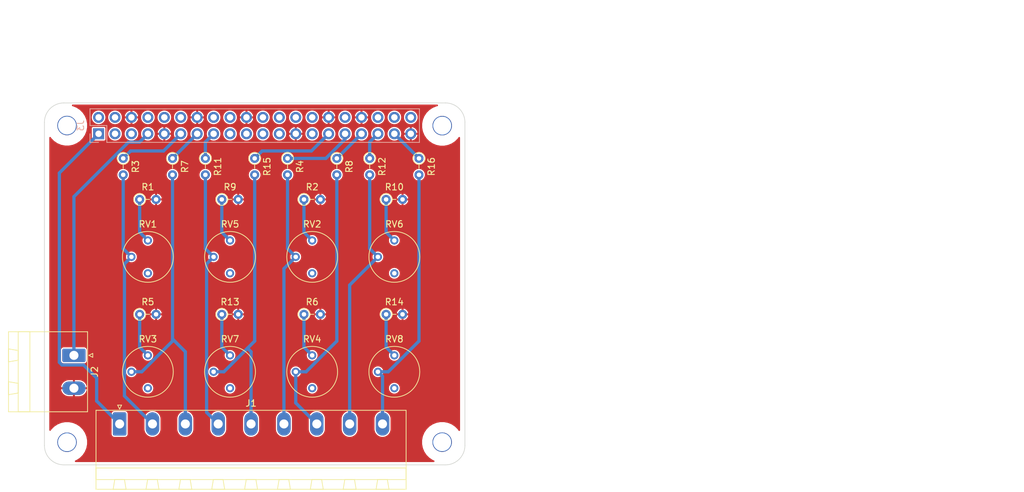
<source format=kicad_pcb>
(kicad_pcb (version 20171130) (host pcbnew "(5.1.10)-1")

  (general
    (thickness 1.6)
    (drawings 24)
    (tracks 86)
    (zones 0)
    (modules 31)
    (nets 28)
  )

  (page A4)
  (layers
    (0 F.Cu signal)
    (31 B.Cu signal)
    (32 B.Adhes user)
    (33 F.Adhes user)
    (34 B.Paste user)
    (35 F.Paste user)
    (36 B.SilkS user)
    (37 F.SilkS user)
    (38 B.Mask user)
    (39 F.Mask user)
    (40 Dwgs.User user)
    (41 Cmts.User user)
    (42 Eco1.User user)
    (43 Eco2.User user)
    (44 Edge.Cuts user)
    (45 Margin user)
    (46 B.CrtYd user)
    (47 F.CrtYd user)
    (48 B.Fab user)
    (49 F.Fab user)
  )

  (setup
    (last_trace_width 0.5)
    (user_trace_width 0.15)
    (user_trace_width 0.2)
    (user_trace_width 0.25)
    (user_trace_width 0.4)
    (user_trace_width 0.5)
    (user_trace_width 0.6)
    (user_trace_width 1)
    (user_trace_width 2)
    (trace_clearance 0.2)
    (zone_clearance 0.2)
    (zone_45_only no)
    (trace_min 0.15)
    (via_size 0.4)
    (via_drill 0.2)
    (via_min_size 0.4)
    (via_min_drill 0.2)
    (uvia_size 0.3)
    (uvia_drill 0.1)
    (uvias_allowed no)
    (uvia_min_size 0.2)
    (uvia_min_drill 0.1)
    (edge_width 0.15)
    (segment_width 0.15)
    (pcb_text_width 0.3)
    (pcb_text_size 1.5 1.5)
    (mod_edge_width 0.15)
    (mod_text_size 0.6 0.6)
    (mod_text_width 0.09)
    (pad_size 1.524 1.524)
    (pad_drill 0.762)
    (pad_to_mask_clearance 0.0508)
    (aux_axis_origin 0 0)
    (grid_origin 86.916356 65.587611)
    (visible_elements 7FF9FE3F)
    (pcbplotparams
      (layerselection 0x010f8_80000007)
      (usegerberextensions false)
      (usegerberattributes false)
      (usegerberadvancedattributes false)
      (creategerberjobfile false)
      (excludeedgelayer false)
      (linewidth 0.100000)
      (plotframeref false)
      (viasonmask false)
      (mode 1)
      (useauxorigin false)
      (hpglpennumber 1)
      (hpglpenspeed 20)
      (hpglpendiameter 15.000000)
      (psnegative false)
      (psa4output false)
      (plotreference true)
      (plotvalue false)
      (plotinvisibletext false)
      (padsonsilk true)
      (subtractmaskfromsilk false)
      (outputformat 1)
      (mirror false)
      (drillshape 0)
      (scaleselection 1)
      (outputdirectory "prod"))
  )

  (net 0 "")
  (net 1 GND)
  (net 2 /P3V3_HAT)
  (net 3 /IN0)
  (net 4 /IN1)
  (net 5 /IN2)
  (net 6 /IN3)
  (net 7 /IN4)
  (net 8 /IN5)
  (net 9 /IN6)
  (net 10 /IN7)
  (net 11 /RESET)
  (net 12 /TRIG6)
  (net 13 /TRIG5)
  (net 14 /TRIG4)
  (net 15 /TRIG3)
  (net 16 /TRIG0)
  (net 17 /TRIG1)
  (net 18 /TRIG2)
  (net 19 /TRIG7)
  (net 20 "Net-(R1-Pad1)")
  (net 21 "Net-(R2-Pad1)")
  (net 22 "Net-(R5-Pad1)")
  (net 23 "Net-(R6-Pad1)")
  (net 24 "Net-(R9-Pad1)")
  (net 25 "Net-(R10-Pad1)")
  (net 26 "Net-(R13-Pad1)")
  (net 27 "Net-(R14-Pad1)")

  (net_class Default "This is the default net class."
    (clearance 0.2)
    (trace_width 0.15)
    (via_dia 0.4)
    (via_drill 0.2)
    (uvia_dia 0.3)
    (uvia_drill 0.1)
    (add_net /IN0)
    (add_net /IN1)
    (add_net /IN2)
    (add_net /IN3)
    (add_net /IN4)
    (add_net /IN5)
    (add_net /IN6)
    (add_net /IN7)
    (add_net /P3V3_HAT)
    (add_net /RESET)
    (add_net /TRIG0)
    (add_net /TRIG1)
    (add_net /TRIG2)
    (add_net /TRIG3)
    (add_net /TRIG4)
    (add_net /TRIG5)
    (add_net /TRIG6)
    (add_net /TRIG7)
    (add_net GND)
    (add_net "Net-(R1-Pad1)")
    (add_net "Net-(R10-Pad1)")
    (add_net "Net-(R13-Pad1)")
    (add_net "Net-(R14-Pad1)")
    (add_net "Net-(R2-Pad1)")
    (add_net "Net-(R5-Pad1)")
    (add_net "Net-(R6-Pad1)")
    (add_net "Net-(R9-Pad1)")
  )

  (module Resistor_THT:R_Axial_DIN0204_L3.6mm_D1.6mm_P2.54mm_Vertical (layer F.Cu) (tedit 5AE5139B) (tstamp 618A5B8A)
    (at 118.666 75.7476)
    (descr "Resistor, Axial_DIN0204 series, Axial, Vertical, pin pitch=2.54mm, 0.167W, length*diameter=3.6*1.6mm^2, http://cdn-reichelt.de/documents/datenblatt/B400/1_4W%23YAG.pdf")
    (tags "Resistor Axial_DIN0204 series Axial Vertical pin pitch 2.54mm 0.167W length 3.6mm diameter 1.6mm")
    (path /618C1B64)
    (fp_text reference R2 (at 1.27 -1.92) (layer F.SilkS)
      (effects (font (size 1 1) (thickness 0.15)))
    )
    (fp_text value 1k (at 1.27 1.92) (layer F.Fab)
      (effects (font (size 1 1) (thickness 0.15)))
    )
    (fp_line (start 3.49 -1.05) (end -1.05 -1.05) (layer F.CrtYd) (width 0.05))
    (fp_line (start 3.49 1.05) (end 3.49 -1.05) (layer F.CrtYd) (width 0.05))
    (fp_line (start -1.05 1.05) (end 3.49 1.05) (layer F.CrtYd) (width 0.05))
    (fp_line (start -1.05 -1.05) (end -1.05 1.05) (layer F.CrtYd) (width 0.05))
    (fp_line (start 0.92 0) (end 1.54 0) (layer F.SilkS) (width 0.12))
    (fp_line (start 0 0) (end 2.54 0) (layer F.Fab) (width 0.1))
    (fp_circle (center 0 0) (end 0.92 0) (layer F.SilkS) (width 0.12))
    (fp_circle (center 0 0) (end 0.8 0) (layer F.Fab) (width 0.1))
    (fp_text user %R (at 1.27 -1.92) (layer F.Fab)
      (effects (font (size 1 1) (thickness 0.15)))
    )
    (pad 2 thru_hole oval (at 2.54 0) (size 1.4 1.4) (drill 0.7) (layers *.Cu *.Mask)
      (net 1 GND))
    (pad 1 thru_hole circle (at 0 0) (size 1.4 1.4) (drill 0.7) (layers *.Cu *.Mask)
      (net 21 "Net-(R2-Pad1)"))
    (model ${KISYS3DMOD}/Resistor_THT.3dshapes/R_Axial_DIN0204_L3.6mm_D1.6mm_P2.54mm_Vertical.wrl
      (at (xyz 0 0 0))
      (scale (xyz 1 1 1))
      (rotate (xyz 0 0 0))
    )
  )

  (module Resistor_THT:R_Axial_DIN0204_L3.6mm_D1.6mm_P2.54mm_Vertical (layer F.Cu) (tedit 5AE5139B) (tstamp 618A5C11)
    (at 103.426356 69.397611 270)
    (descr "Resistor, Axial_DIN0204 series, Axial, Vertical, pin pitch=2.54mm, 0.167W, length*diameter=3.6*1.6mm^2, http://cdn-reichelt.de/documents/datenblatt/B400/1_4W%23YAG.pdf")
    (tags "Resistor Axial_DIN0204 series Axial Vertical pin pitch 2.54mm 0.167W length 3.6mm diameter 1.6mm")
    (path /618CAAAE)
    (fp_text reference R11 (at 1.27 -1.92 90) (layer F.SilkS)
      (effects (font (size 1 1) (thickness 0.15)))
    )
    (fp_text value 100 (at 1.27 1.92 90) (layer F.Fab)
      (effects (font (size 1 1) (thickness 0.15)))
    )
    (fp_circle (center 0 0) (end 0.8 0) (layer F.Fab) (width 0.1))
    (fp_circle (center 0 0) (end 0.92 0) (layer F.SilkS) (width 0.12))
    (fp_line (start 0 0) (end 2.54 0) (layer F.Fab) (width 0.1))
    (fp_line (start 0.92 0) (end 1.54 0) (layer F.SilkS) (width 0.12))
    (fp_line (start -1.05 -1.05) (end -1.05 1.05) (layer F.CrtYd) (width 0.05))
    (fp_line (start -1.05 1.05) (end 3.49 1.05) (layer F.CrtYd) (width 0.05))
    (fp_line (start 3.49 1.05) (end 3.49 -1.05) (layer F.CrtYd) (width 0.05))
    (fp_line (start 3.49 -1.05) (end -1.05 -1.05) (layer F.CrtYd) (width 0.05))
    (fp_text user %R (at 1.27 -1.92 90) (layer F.Fab)
      (effects (font (size 1 1) (thickness 0.15)))
    )
    (pad 1 thru_hole circle (at 0 0 270) (size 1.4 1.4) (drill 0.7) (layers *.Cu *.Mask)
      (net 18 /TRIG2))
    (pad 2 thru_hole oval (at 2.54 0 270) (size 1.4 1.4) (drill 0.7) (layers *.Cu *.Mask)
      (net 5 /IN2))
    (model ${KISYS3DMOD}/Resistor_THT.3dshapes/R_Axial_DIN0204_L3.6mm_D1.6mm_P2.54mm_Vertical.wrl
      (at (xyz 0 0 0))
      (scale (xyz 1 1 1))
      (rotate (xyz 0 0 0))
    )
  )

  (module Resistor_THT:R_Axial_DIN0204_L3.6mm_D1.6mm_P2.54mm_Vertical (layer F.Cu) (tedit 5AE5139B) (tstamp 618A5BE4)
    (at 123.746356 69.397611 270)
    (descr "Resistor, Axial_DIN0204 series, Axial, Vertical, pin pitch=2.54mm, 0.167W, length*diameter=3.6*1.6mm^2, http://cdn-reichelt.de/documents/datenblatt/B400/1_4W%23YAG.pdf")
    (tags "Resistor Axial_DIN0204 series Axial Vertical pin pitch 2.54mm 0.167W length 3.6mm diameter 1.6mm")
    (path /618C3590)
    (fp_text reference R8 (at 1.27 -1.92 90) (layer F.SilkS)
      (effects (font (size 1 1) (thickness 0.15)))
    )
    (fp_text value 100 (at 1.27 1.92 90) (layer F.Fab)
      (effects (font (size 1 1) (thickness 0.15)))
    )
    (fp_circle (center 0 0) (end 0.8 0) (layer F.Fab) (width 0.1))
    (fp_circle (center 0 0) (end 0.92 0) (layer F.SilkS) (width 0.12))
    (fp_line (start 0 0) (end 2.54 0) (layer F.Fab) (width 0.1))
    (fp_line (start 0.92 0) (end 1.54 0) (layer F.SilkS) (width 0.12))
    (fp_line (start -1.05 -1.05) (end -1.05 1.05) (layer F.CrtYd) (width 0.05))
    (fp_line (start -1.05 1.05) (end 3.49 1.05) (layer F.CrtYd) (width 0.05))
    (fp_line (start 3.49 1.05) (end 3.49 -1.05) (layer F.CrtYd) (width 0.05))
    (fp_line (start 3.49 -1.05) (end -1.05 -1.05) (layer F.CrtYd) (width 0.05))
    (fp_text user %R (at 1.27 -1.92 90) (layer F.Fab)
      (effects (font (size 1 1) (thickness 0.15)))
    )
    (pad 1 thru_hole circle (at 0 0 270) (size 1.4 1.4) (drill 0.7) (layers *.Cu *.Mask)
      (net 13 /TRIG5))
    (pad 2 thru_hole oval (at 2.54 0 270) (size 1.4 1.4) (drill 0.7) (layers *.Cu *.Mask)
      (net 8 /IN5))
    (model ${KISYS3DMOD}/Resistor_THT.3dshapes/R_Axial_DIN0204_L3.6mm_D1.6mm_P2.54mm_Vertical.wrl
      (at (xyz 0 0 0))
      (scale (xyz 1 1 1))
      (rotate (xyz 0 0 0))
    )
  )

  (module Resistor_THT:R_Axial_DIN0204_L3.6mm_D1.6mm_P2.54mm_Vertical (layer F.Cu) (tedit 5AE5139B) (tstamp 618A5C4D)
    (at 111.046356 69.397611 270)
    (descr "Resistor, Axial_DIN0204 series, Axial, Vertical, pin pitch=2.54mm, 0.167W, length*diameter=3.6*1.6mm^2, http://cdn-reichelt.de/documents/datenblatt/B400/1_4W%23YAG.pdf")
    (tags "Resistor Axial_DIN0204 series Axial Vertical pin pitch 2.54mm 0.167W length 3.6mm diameter 1.6mm")
    (path /618CAAD1)
    (fp_text reference R15 (at 1.27 -1.92 90) (layer F.SilkS)
      (effects (font (size 1 1) (thickness 0.15)))
    )
    (fp_text value 100 (at 1.27 1.92 90) (layer F.Fab)
      (effects (font (size 1 1) (thickness 0.15)))
    )
    (fp_circle (center 0 0) (end 0.8 0) (layer F.Fab) (width 0.1))
    (fp_circle (center 0 0) (end 0.92 0) (layer F.SilkS) (width 0.12))
    (fp_line (start 0 0) (end 2.54 0) (layer F.Fab) (width 0.1))
    (fp_line (start 0.92 0) (end 1.54 0) (layer F.SilkS) (width 0.12))
    (fp_line (start -1.05 -1.05) (end -1.05 1.05) (layer F.CrtYd) (width 0.05))
    (fp_line (start -1.05 1.05) (end 3.49 1.05) (layer F.CrtYd) (width 0.05))
    (fp_line (start 3.49 1.05) (end 3.49 -1.05) (layer F.CrtYd) (width 0.05))
    (fp_line (start 3.49 -1.05) (end -1.05 -1.05) (layer F.CrtYd) (width 0.05))
    (fp_text user %R (at 1.27 -1.92 90) (layer F.Fab)
      (effects (font (size 1 1) (thickness 0.15)))
    )
    (pad 1 thru_hole circle (at 0 0 270) (size 1.4 1.4) (drill 0.7) (layers *.Cu *.Mask)
      (net 15 /TRIG3))
    (pad 2 thru_hole oval (at 2.54 0 270) (size 1.4 1.4) (drill 0.7) (layers *.Cu *.Mask)
      (net 6 /IN3))
    (model ${KISYS3DMOD}/Resistor_THT.3dshapes/R_Axial_DIN0204_L3.6mm_D1.6mm_P2.54mm_Vertical.wrl
      (at (xyz 0 0 0))
      (scale (xyz 1 1 1))
      (rotate (xyz 0 0 0))
    )
  )

  (module Resistor_THT:R_Axial_DIN0204_L3.6mm_D1.6mm_P2.54mm_Vertical (layer F.Cu) (tedit 5AE5139B) (tstamp 618A5C20)
    (at 128.826356 69.397611 270)
    (descr "Resistor, Axial_DIN0204 series, Axial, Vertical, pin pitch=2.54mm, 0.167W, length*diameter=3.6*1.6mm^2, http://cdn-reichelt.de/documents/datenblatt/B400/1_4W%23YAG.pdf")
    (tags "Resistor Axial_DIN0204 series Axial Vertical pin pitch 2.54mm 0.167W length 3.6mm diameter 1.6mm")
    (path /618CAAF4)
    (fp_text reference R12 (at 1.27 -1.92 90) (layer F.SilkS)
      (effects (font (size 1 1) (thickness 0.15)))
    )
    (fp_text value 100 (at 1.27 1.92 90) (layer F.Fab)
      (effects (font (size 1 1) (thickness 0.15)))
    )
    (fp_circle (center 0 0) (end 0.8 0) (layer F.Fab) (width 0.1))
    (fp_circle (center 0 0) (end 0.92 0) (layer F.SilkS) (width 0.12))
    (fp_line (start 0 0) (end 2.54 0) (layer F.Fab) (width 0.1))
    (fp_line (start 0.92 0) (end 1.54 0) (layer F.SilkS) (width 0.12))
    (fp_line (start -1.05 -1.05) (end -1.05 1.05) (layer F.CrtYd) (width 0.05))
    (fp_line (start -1.05 1.05) (end 3.49 1.05) (layer F.CrtYd) (width 0.05))
    (fp_line (start 3.49 1.05) (end 3.49 -1.05) (layer F.CrtYd) (width 0.05))
    (fp_line (start 3.49 -1.05) (end -1.05 -1.05) (layer F.CrtYd) (width 0.05))
    (fp_text user %R (at 1.27 -1.92 90) (layer F.Fab)
      (effects (font (size 1 1) (thickness 0.15)))
    )
    (pad 1 thru_hole circle (at 0 0 270) (size 1.4 1.4) (drill 0.7) (layers *.Cu *.Mask)
      (net 12 /TRIG6))
    (pad 2 thru_hole oval (at 2.54 0 270) (size 1.4 1.4) (drill 0.7) (layers *.Cu *.Mask)
      (net 9 /IN6))
    (model ${KISYS3DMOD}/Resistor_THT.3dshapes/R_Axial_DIN0204_L3.6mm_D1.6mm_P2.54mm_Vertical.wrl
      (at (xyz 0 0 0))
      (scale (xyz 1 1 1))
      (rotate (xyz 0 0 0))
    )
  )

  (module Resistor_THT:R_Axial_DIN0204_L3.6mm_D1.6mm_P2.54mm_Vertical (layer F.Cu) (tedit 5AE5139B) (tstamp 618A5BF3)
    (at 105.966 75.7476)
    (descr "Resistor, Axial_DIN0204 series, Axial, Vertical, pin pitch=2.54mm, 0.167W, length*diameter=3.6*1.6mm^2, http://cdn-reichelt.de/documents/datenblatt/B400/1_4W%23YAG.pdf")
    (tags "Resistor Axial_DIN0204 series Axial Vertical pin pitch 2.54mm 0.167W length 3.6mm diameter 1.6mm")
    (path /618CAAA8)
    (fp_text reference R9 (at 1.27 -1.92) (layer F.SilkS)
      (effects (font (size 1 1) (thickness 0.15)))
    )
    (fp_text value 1k (at 1.27 1.92) (layer F.Fab)
      (effects (font (size 1 1) (thickness 0.15)))
    )
    (fp_line (start 3.49 -1.05) (end -1.05 -1.05) (layer F.CrtYd) (width 0.05))
    (fp_line (start 3.49 1.05) (end 3.49 -1.05) (layer F.CrtYd) (width 0.05))
    (fp_line (start -1.05 1.05) (end 3.49 1.05) (layer F.CrtYd) (width 0.05))
    (fp_line (start -1.05 -1.05) (end -1.05 1.05) (layer F.CrtYd) (width 0.05))
    (fp_line (start 0.92 0) (end 1.54 0) (layer F.SilkS) (width 0.12))
    (fp_line (start 0 0) (end 2.54 0) (layer F.Fab) (width 0.1))
    (fp_circle (center 0 0) (end 0.92 0) (layer F.SilkS) (width 0.12))
    (fp_circle (center 0 0) (end 0.8 0) (layer F.Fab) (width 0.1))
    (fp_text user %R (at 1.27 -1.92) (layer F.Fab)
      (effects (font (size 1 1) (thickness 0.15)))
    )
    (pad 2 thru_hole oval (at 2.54 0) (size 1.4 1.4) (drill 0.7) (layers *.Cu *.Mask)
      (net 1 GND))
    (pad 1 thru_hole circle (at 0 0) (size 1.4 1.4) (drill 0.7) (layers *.Cu *.Mask)
      (net 24 "Net-(R9-Pad1)"))
    (model ${KISYS3DMOD}/Resistor_THT.3dshapes/R_Axial_DIN0204_L3.6mm_D1.6mm_P2.54mm_Vertical.wrl
      (at (xyz 0 0 0))
      (scale (xyz 1 1 1))
      (rotate (xyz 0 0 0))
    )
  )

  (module Resistor_THT:R_Axial_DIN0204_L3.6mm_D1.6mm_P2.54mm_Vertical (layer F.Cu) (tedit 5AE5139B) (tstamp 618A5B7B)
    (at 93.2664 75.7476)
    (descr "Resistor, Axial_DIN0204 series, Axial, Vertical, pin pitch=2.54mm, 0.167W, length*diameter=3.6*1.6mm^2, http://cdn-reichelt.de/documents/datenblatt/B400/1_4W%23YAG.pdf")
    (tags "Resistor Axial_DIN0204 series Axial Vertical pin pitch 2.54mm 0.167W length 3.6mm diameter 1.6mm")
    (path /618AEB01)
    (fp_text reference R1 (at 1.27 -1.92) (layer F.SilkS)
      (effects (font (size 1 1) (thickness 0.15)))
    )
    (fp_text value 1k (at 1.27 1.92) (layer F.Fab)
      (effects (font (size 1 1) (thickness 0.15)))
    )
    (fp_line (start 3.49 -1.05) (end -1.05 -1.05) (layer F.CrtYd) (width 0.05))
    (fp_line (start 3.49 1.05) (end 3.49 -1.05) (layer F.CrtYd) (width 0.05))
    (fp_line (start -1.05 1.05) (end 3.49 1.05) (layer F.CrtYd) (width 0.05))
    (fp_line (start -1.05 -1.05) (end -1.05 1.05) (layer F.CrtYd) (width 0.05))
    (fp_line (start 0.92 0) (end 1.54 0) (layer F.SilkS) (width 0.12))
    (fp_line (start 0 0) (end 2.54 0) (layer F.Fab) (width 0.1))
    (fp_circle (center 0 0) (end 0.92 0) (layer F.SilkS) (width 0.12))
    (fp_circle (center 0 0) (end 0.8 0) (layer F.Fab) (width 0.1))
    (fp_text user %R (at 1.27 -1.92) (layer F.Fab)
      (effects (font (size 1 1) (thickness 0.15)))
    )
    (pad 2 thru_hole oval (at 2.54 0) (size 1.4 1.4) (drill 0.7) (layers *.Cu *.Mask)
      (net 1 GND))
    (pad 1 thru_hole circle (at 0 0) (size 1.4 1.4) (drill 0.7) (layers *.Cu *.Mask)
      (net 20 "Net-(R1-Pad1)"))
    (model ${KISYS3DMOD}/Resistor_THT.3dshapes/R_Axial_DIN0204_L3.6mm_D1.6mm_P2.54mm_Vertical.wrl
      (at (xyz 0 0 0))
      (scale (xyz 1 1 1))
      (rotate (xyz 0 0 0))
    )
  )

  (module Resistor_THT:R_Axial_DIN0204_L3.6mm_D1.6mm_P2.54mm_Vertical (layer F.Cu) (tedit 5AE5139B) (tstamp 618A5BA8)
    (at 116.126356 69.397611 270)
    (descr "Resistor, Axial_DIN0204 series, Axial, Vertical, pin pitch=2.54mm, 0.167W, length*diameter=3.6*1.6mm^2, http://cdn-reichelt.de/documents/datenblatt/B400/1_4W%23YAG.pdf")
    (tags "Resistor Axial_DIN0204 series Axial Vertical pin pitch 2.54mm 0.167W length 3.6mm diameter 1.6mm")
    (path /618C1B6A)
    (fp_text reference R4 (at 1.27 -1.92 90) (layer F.SilkS)
      (effects (font (size 1 1) (thickness 0.15)))
    )
    (fp_text value 100 (at 1.27 1.92 90) (layer F.Fab)
      (effects (font (size 1 1) (thickness 0.15)))
    )
    (fp_circle (center 0 0) (end 0.8 0) (layer F.Fab) (width 0.1))
    (fp_circle (center 0 0) (end 0.92 0) (layer F.SilkS) (width 0.12))
    (fp_line (start 0 0) (end 2.54 0) (layer F.Fab) (width 0.1))
    (fp_line (start 0.92 0) (end 1.54 0) (layer F.SilkS) (width 0.12))
    (fp_line (start -1.05 -1.05) (end -1.05 1.05) (layer F.CrtYd) (width 0.05))
    (fp_line (start -1.05 1.05) (end 3.49 1.05) (layer F.CrtYd) (width 0.05))
    (fp_line (start 3.49 1.05) (end 3.49 -1.05) (layer F.CrtYd) (width 0.05))
    (fp_line (start 3.49 -1.05) (end -1.05 -1.05) (layer F.CrtYd) (width 0.05))
    (fp_text user %R (at 1.27 -1.92 90) (layer F.Fab)
      (effects (font (size 1 1) (thickness 0.15)))
    )
    (pad 1 thru_hole circle (at 0 0 270) (size 1.4 1.4) (drill 0.7) (layers *.Cu *.Mask)
      (net 14 /TRIG4))
    (pad 2 thru_hole oval (at 2.54 0 270) (size 1.4 1.4) (drill 0.7) (layers *.Cu *.Mask)
      (net 7 /IN4))
    (model ${KISYS3DMOD}/Resistor_THT.3dshapes/R_Axial_DIN0204_L3.6mm_D1.6mm_P2.54mm_Vertical.wrl
      (at (xyz 0 0 0))
      (scale (xyz 1 1 1))
      (rotate (xyz 0 0 0))
    )
  )

  (module Potentiometer_THT:Potentiometer_Bourns_3339P_Vertical (layer F.Cu) (tedit 5A3D4993) (tstamp 618A5D1C)
    (at 132.636 104.958)
    (descr "Potentiometer, vertical, Bourns 3339P, http://www.bourns.com/docs/Product-Datasheets/3339.pdf")
    (tags "Potentiometer vertical Bourns 3339P")
    (path /618CAB0B)
    (fp_text reference RV8 (at 0 -7.6) (layer F.SilkS)
      (effects (font (size 1 1) (thickness 0.15)))
    )
    (fp_text value 10k (at 0 2.52) (layer F.Fab)
      (effects (font (size 1 1) (thickness 0.15)))
    )
    (fp_line (start 4.1 -6.6) (end -4.1 -6.6) (layer F.CrtYd) (width 0.05))
    (fp_line (start 4.1 1.55) (end 4.1 -6.6) (layer F.CrtYd) (width 0.05))
    (fp_line (start -4.1 1.55) (end 4.1 1.55) (layer F.CrtYd) (width 0.05))
    (fp_line (start -4.1 -6.6) (end -4.1 1.55) (layer F.CrtYd) (width 0.05))
    (fp_line (start 0 -0.064) (end 0.001 -5.014) (layer F.Fab) (width 0.1))
    (fp_line (start 0 -0.064) (end 0.001 -5.014) (layer F.Fab) (width 0.1))
    (fp_circle (center 0 -2.54) (end 3.93 -2.54) (layer F.SilkS) (width 0.12))
    (fp_circle (center 0 -2.54) (end 2.5 -2.54) (layer F.Fab) (width 0.1))
    (fp_circle (center 0 -2.54) (end 3.81 -2.54) (layer F.Fab) (width 0.1))
    (fp_text user %R (at -3.018 -2.54 90) (layer F.Fab)
      (effects (font (size 0.66 0.66) (thickness 0.15)))
    )
    (pad 1 thru_hole circle (at 0 0) (size 1.26 1.26) (drill 0.7) (layers *.Cu *.Mask))
    (pad 2 thru_hole circle (at -2.54 -2.54) (size 1.26 1.26) (drill 0.7) (layers *.Cu *.Mask)
      (net 10 /IN7))
    (pad 3 thru_hole circle (at 0 -5.08) (size 1.26 1.26) (drill 0.7) (layers *.Cu *.Mask)
      (net 27 "Net-(R14-Pad1)"))
    (model ${KISYS3DMOD}/Potentiometer_THT.3dshapes/Potentiometer_Bourns_3339P_Vertical.wrl
      (at (xyz 0 0 0))
      (scale (xyz 1 1 1))
      (rotate (xyz 0 0 0))
    )
  )

  (module Potentiometer_THT:Potentiometer_Bourns_3339P_Vertical (layer F.Cu) (tedit 5A3D4993) (tstamp 618A5D04)
    (at 107.236 104.958)
    (descr "Potentiometer, vertical, Bourns 3339P, http://www.bourns.com/docs/Product-Datasheets/3339.pdf")
    (tags "Potentiometer vertical Bourns 3339P")
    (path /618CAAC5)
    (fp_text reference RV7 (at 0 -7.6) (layer F.SilkS)
      (effects (font (size 1 1) (thickness 0.15)))
    )
    (fp_text value 10k (at 0 2.52) (layer F.Fab)
      (effects (font (size 1 1) (thickness 0.15)))
    )
    (fp_line (start 4.1 -6.6) (end -4.1 -6.6) (layer F.CrtYd) (width 0.05))
    (fp_line (start 4.1 1.55) (end 4.1 -6.6) (layer F.CrtYd) (width 0.05))
    (fp_line (start -4.1 1.55) (end 4.1 1.55) (layer F.CrtYd) (width 0.05))
    (fp_line (start -4.1 -6.6) (end -4.1 1.55) (layer F.CrtYd) (width 0.05))
    (fp_line (start 0 -0.064) (end 0.001 -5.014) (layer F.Fab) (width 0.1))
    (fp_line (start 0 -0.064) (end 0.001 -5.014) (layer F.Fab) (width 0.1))
    (fp_circle (center 0 -2.54) (end 3.93 -2.54) (layer F.SilkS) (width 0.12))
    (fp_circle (center 0 -2.54) (end 2.5 -2.54) (layer F.Fab) (width 0.1))
    (fp_circle (center 0 -2.54) (end 3.81 -2.54) (layer F.Fab) (width 0.1))
    (fp_text user %R (at -3.018 -2.54 90) (layer F.Fab)
      (effects (font (size 0.66 0.66) (thickness 0.15)))
    )
    (pad 1 thru_hole circle (at 0 0) (size 1.26 1.26) (drill 0.7) (layers *.Cu *.Mask))
    (pad 2 thru_hole circle (at -2.54 -2.54) (size 1.26 1.26) (drill 0.7) (layers *.Cu *.Mask)
      (net 6 /IN3))
    (pad 3 thru_hole circle (at 0 -5.08) (size 1.26 1.26) (drill 0.7) (layers *.Cu *.Mask)
      (net 26 "Net-(R13-Pad1)"))
    (model ${KISYS3DMOD}/Potentiometer_THT.3dshapes/Potentiometer_Bourns_3339P_Vertical.wrl
      (at (xyz 0 0 0))
      (scale (xyz 1 1 1))
      (rotate (xyz 0 0 0))
    )
  )

  (module Potentiometer_THT:Potentiometer_Bourns_3339P_Vertical (layer F.Cu) (tedit 5A3D4993) (tstamp 618A5CEC)
    (at 132.636 87.1776)
    (descr "Potentiometer, vertical, Bourns 3339P, http://www.bourns.com/docs/Product-Datasheets/3339.pdf")
    (tags "Potentiometer vertical Bourns 3339P")
    (path /618CAAE8)
    (fp_text reference RV6 (at 0 -7.6) (layer F.SilkS)
      (effects (font (size 1 1) (thickness 0.15)))
    )
    (fp_text value 10k (at 0 2.52) (layer F.Fab)
      (effects (font (size 1 1) (thickness 0.15)))
    )
    (fp_line (start 4.1 -6.6) (end -4.1 -6.6) (layer F.CrtYd) (width 0.05))
    (fp_line (start 4.1 1.55) (end 4.1 -6.6) (layer F.CrtYd) (width 0.05))
    (fp_line (start -4.1 1.55) (end 4.1 1.55) (layer F.CrtYd) (width 0.05))
    (fp_line (start -4.1 -6.6) (end -4.1 1.55) (layer F.CrtYd) (width 0.05))
    (fp_line (start 0 -0.064) (end 0.001 -5.014) (layer F.Fab) (width 0.1))
    (fp_line (start 0 -0.064) (end 0.001 -5.014) (layer F.Fab) (width 0.1))
    (fp_circle (center 0 -2.54) (end 3.93 -2.54) (layer F.SilkS) (width 0.12))
    (fp_circle (center 0 -2.54) (end 2.5 -2.54) (layer F.Fab) (width 0.1))
    (fp_circle (center 0 -2.54) (end 3.81 -2.54) (layer F.Fab) (width 0.1))
    (fp_text user %R (at -3.018 -2.54 90) (layer F.Fab)
      (effects (font (size 0.66 0.66) (thickness 0.15)))
    )
    (pad 1 thru_hole circle (at 0 0) (size 1.26 1.26) (drill 0.7) (layers *.Cu *.Mask))
    (pad 2 thru_hole circle (at -2.54 -2.54) (size 1.26 1.26) (drill 0.7) (layers *.Cu *.Mask)
      (net 9 /IN6))
    (pad 3 thru_hole circle (at 0 -5.08) (size 1.26 1.26) (drill 0.7) (layers *.Cu *.Mask)
      (net 25 "Net-(R10-Pad1)"))
    (model ${KISYS3DMOD}/Potentiometer_THT.3dshapes/Potentiometer_Bourns_3339P_Vertical.wrl
      (at (xyz 0 0 0))
      (scale (xyz 1 1 1))
      (rotate (xyz 0 0 0))
    )
  )

  (module Potentiometer_THT:Potentiometer_Bourns_3339P_Vertical (layer F.Cu) (tedit 5A3D4993) (tstamp 618A5CD4)
    (at 107.236 87.1776)
    (descr "Potentiometer, vertical, Bourns 3339P, http://www.bourns.com/docs/Product-Datasheets/3339.pdf")
    (tags "Potentiometer vertical Bourns 3339P")
    (path /618CAAA2)
    (fp_text reference RV5 (at 0 -7.6) (layer F.SilkS)
      (effects (font (size 1 1) (thickness 0.15)))
    )
    (fp_text value 10k (at 0 2.52) (layer F.Fab)
      (effects (font (size 1 1) (thickness 0.15)))
    )
    (fp_line (start 4.1 -6.6) (end -4.1 -6.6) (layer F.CrtYd) (width 0.05))
    (fp_line (start 4.1 1.55) (end 4.1 -6.6) (layer F.CrtYd) (width 0.05))
    (fp_line (start -4.1 1.55) (end 4.1 1.55) (layer F.CrtYd) (width 0.05))
    (fp_line (start -4.1 -6.6) (end -4.1 1.55) (layer F.CrtYd) (width 0.05))
    (fp_line (start 0 -0.064) (end 0.001 -5.014) (layer F.Fab) (width 0.1))
    (fp_line (start 0 -0.064) (end 0.001 -5.014) (layer F.Fab) (width 0.1))
    (fp_circle (center 0 -2.54) (end 3.93 -2.54) (layer F.SilkS) (width 0.12))
    (fp_circle (center 0 -2.54) (end 2.5 -2.54) (layer F.Fab) (width 0.1))
    (fp_circle (center 0 -2.54) (end 3.81 -2.54) (layer F.Fab) (width 0.1))
    (fp_text user %R (at -3.018 -2.54 90) (layer F.Fab)
      (effects (font (size 0.66 0.66) (thickness 0.15)))
    )
    (pad 1 thru_hole circle (at 0 0) (size 1.26 1.26) (drill 0.7) (layers *.Cu *.Mask))
    (pad 2 thru_hole circle (at -2.54 -2.54) (size 1.26 1.26) (drill 0.7) (layers *.Cu *.Mask)
      (net 5 /IN2))
    (pad 3 thru_hole circle (at 0 -5.08) (size 1.26 1.26) (drill 0.7) (layers *.Cu *.Mask)
      (net 24 "Net-(R9-Pad1)"))
    (model ${KISYS3DMOD}/Potentiometer_THT.3dshapes/Potentiometer_Bourns_3339P_Vertical.wrl
      (at (xyz 0 0 0))
      (scale (xyz 1 1 1))
      (rotate (xyz 0 0 0))
    )
  )

  (module Potentiometer_THT:Potentiometer_Bourns_3339P_Vertical (layer F.Cu) (tedit 5A3D4993) (tstamp 618A5CBC)
    (at 119.936 104.958)
    (descr "Potentiometer, vertical, Bourns 3339P, http://www.bourns.com/docs/Product-Datasheets/3339.pdf")
    (tags "Potentiometer vertical Bourns 3339P")
    (path /618C3584)
    (fp_text reference RV4 (at 0 -7.6) (layer F.SilkS)
      (effects (font (size 1 1) (thickness 0.15)))
    )
    (fp_text value 10k (at 0 2.52) (layer F.Fab)
      (effects (font (size 1 1) (thickness 0.15)))
    )
    (fp_line (start 4.1 -6.6) (end -4.1 -6.6) (layer F.CrtYd) (width 0.05))
    (fp_line (start 4.1 1.55) (end 4.1 -6.6) (layer F.CrtYd) (width 0.05))
    (fp_line (start -4.1 1.55) (end 4.1 1.55) (layer F.CrtYd) (width 0.05))
    (fp_line (start -4.1 -6.6) (end -4.1 1.55) (layer F.CrtYd) (width 0.05))
    (fp_line (start 0 -0.064) (end 0.001 -5.014) (layer F.Fab) (width 0.1))
    (fp_line (start 0 -0.064) (end 0.001 -5.014) (layer F.Fab) (width 0.1))
    (fp_circle (center 0 -2.54) (end 3.93 -2.54) (layer F.SilkS) (width 0.12))
    (fp_circle (center 0 -2.54) (end 2.5 -2.54) (layer F.Fab) (width 0.1))
    (fp_circle (center 0 -2.54) (end 3.81 -2.54) (layer F.Fab) (width 0.1))
    (fp_text user %R (at -3.018 -2.54 90) (layer F.Fab)
      (effects (font (size 0.66 0.66) (thickness 0.15)))
    )
    (pad 1 thru_hole circle (at 0 0) (size 1.26 1.26) (drill 0.7) (layers *.Cu *.Mask))
    (pad 2 thru_hole circle (at -2.54 -2.54) (size 1.26 1.26) (drill 0.7) (layers *.Cu *.Mask)
      (net 8 /IN5))
    (pad 3 thru_hole circle (at 0 -5.08) (size 1.26 1.26) (drill 0.7) (layers *.Cu *.Mask)
      (net 23 "Net-(R6-Pad1)"))
    (model ${KISYS3DMOD}/Potentiometer_THT.3dshapes/Potentiometer_Bourns_3339P_Vertical.wrl
      (at (xyz 0 0 0))
      (scale (xyz 1 1 1))
      (rotate (xyz 0 0 0))
    )
  )

  (module Potentiometer_THT:Potentiometer_Bourns_3339P_Vertical (layer F.Cu) (tedit 5A3D4993) (tstamp 618A5CA4)
    (at 94.5364 104.958)
    (descr "Potentiometer, vertical, Bourns 3339P, http://www.bourns.com/docs/Product-Datasheets/3339.pdf")
    (tags "Potentiometer vertical Bourns 3339P")
    (path /618C0068)
    (fp_text reference RV3 (at 0 -7.6) (layer F.SilkS)
      (effects (font (size 1 1) (thickness 0.15)))
    )
    (fp_text value 10k (at 0 2.52) (layer F.Fab)
      (effects (font (size 1 1) (thickness 0.15)))
    )
    (fp_line (start 4.1 -6.6) (end -4.1 -6.6) (layer F.CrtYd) (width 0.05))
    (fp_line (start 4.1 1.55) (end 4.1 -6.6) (layer F.CrtYd) (width 0.05))
    (fp_line (start -4.1 1.55) (end 4.1 1.55) (layer F.CrtYd) (width 0.05))
    (fp_line (start -4.1 -6.6) (end -4.1 1.55) (layer F.CrtYd) (width 0.05))
    (fp_line (start 0 -0.064) (end 0.001 -5.014) (layer F.Fab) (width 0.1))
    (fp_line (start 0 -0.064) (end 0.001 -5.014) (layer F.Fab) (width 0.1))
    (fp_circle (center 0 -2.54) (end 3.93 -2.54) (layer F.SilkS) (width 0.12))
    (fp_circle (center 0 -2.54) (end 2.5 -2.54) (layer F.Fab) (width 0.1))
    (fp_circle (center 0 -2.54) (end 3.81 -2.54) (layer F.Fab) (width 0.1))
    (fp_text user %R (at -3.018 -2.54 90) (layer F.Fab)
      (effects (font (size 0.66 0.66) (thickness 0.15)))
    )
    (pad 1 thru_hole circle (at 0 0) (size 1.26 1.26) (drill 0.7) (layers *.Cu *.Mask))
    (pad 2 thru_hole circle (at -2.54 -2.54) (size 1.26 1.26) (drill 0.7) (layers *.Cu *.Mask)
      (net 4 /IN1))
    (pad 3 thru_hole circle (at 0 -5.08) (size 1.26 1.26) (drill 0.7) (layers *.Cu *.Mask)
      (net 22 "Net-(R5-Pad1)"))
    (model ${KISYS3DMOD}/Potentiometer_THT.3dshapes/Potentiometer_Bourns_3339P_Vertical.wrl
      (at (xyz 0 0 0))
      (scale (xyz 1 1 1))
      (rotate (xyz 0 0 0))
    )
  )

  (module Potentiometer_THT:Potentiometer_Bourns_3339P_Vertical (layer F.Cu) (tedit 5A3D4993) (tstamp 618A5C8C)
    (at 119.936 87.1776)
    (descr "Potentiometer, vertical, Bourns 3339P, http://www.bourns.com/docs/Product-Datasheets/3339.pdf")
    (tags "Potentiometer vertical Bourns 3339P")
    (path /618C1B5E)
    (fp_text reference RV2 (at 0 -7.6) (layer F.SilkS)
      (effects (font (size 1 1) (thickness 0.15)))
    )
    (fp_text value 10k (at 0 2.52) (layer F.Fab)
      (effects (font (size 1 1) (thickness 0.15)))
    )
    (fp_line (start 4.1 -6.6) (end -4.1 -6.6) (layer F.CrtYd) (width 0.05))
    (fp_line (start 4.1 1.55) (end 4.1 -6.6) (layer F.CrtYd) (width 0.05))
    (fp_line (start -4.1 1.55) (end 4.1 1.55) (layer F.CrtYd) (width 0.05))
    (fp_line (start -4.1 -6.6) (end -4.1 1.55) (layer F.CrtYd) (width 0.05))
    (fp_line (start 0 -0.064) (end 0.001 -5.014) (layer F.Fab) (width 0.1))
    (fp_line (start 0 -0.064) (end 0.001 -5.014) (layer F.Fab) (width 0.1))
    (fp_circle (center 0 -2.54) (end 3.93 -2.54) (layer F.SilkS) (width 0.12))
    (fp_circle (center 0 -2.54) (end 2.5 -2.54) (layer F.Fab) (width 0.1))
    (fp_circle (center 0 -2.54) (end 3.81 -2.54) (layer F.Fab) (width 0.1))
    (fp_text user %R (at -3.018 -2.54 90) (layer F.Fab)
      (effects (font (size 0.66 0.66) (thickness 0.15)))
    )
    (pad 1 thru_hole circle (at 0 0) (size 1.26 1.26) (drill 0.7) (layers *.Cu *.Mask))
    (pad 2 thru_hole circle (at -2.54 -2.54) (size 1.26 1.26) (drill 0.7) (layers *.Cu *.Mask)
      (net 7 /IN4))
    (pad 3 thru_hole circle (at 0 -5.08) (size 1.26 1.26) (drill 0.7) (layers *.Cu *.Mask)
      (net 21 "Net-(R2-Pad1)"))
    (model ${KISYS3DMOD}/Potentiometer_THT.3dshapes/Potentiometer_Bourns_3339P_Vertical.wrl
      (at (xyz 0 0 0))
      (scale (xyz 1 1 1))
      (rotate (xyz 0 0 0))
    )
  )

  (module Potentiometer_THT:Potentiometer_Bourns_3339P_Vertical (layer F.Cu) (tedit 5A3D4993) (tstamp 618A5C74)
    (at 94.5364 87.1776)
    (descr "Potentiometer, vertical, Bourns 3339P, http://www.bourns.com/docs/Product-Datasheets/3339.pdf")
    (tags "Potentiometer vertical Bourns 3339P")
    (path /618A9E4D)
    (fp_text reference RV1 (at 0 -7.6) (layer F.SilkS)
      (effects (font (size 1 1) (thickness 0.15)))
    )
    (fp_text value 10k (at 0 2.52) (layer F.Fab)
      (effects (font (size 1 1) (thickness 0.15)))
    )
    (fp_line (start 4.1 -6.6) (end -4.1 -6.6) (layer F.CrtYd) (width 0.05))
    (fp_line (start 4.1 1.55) (end 4.1 -6.6) (layer F.CrtYd) (width 0.05))
    (fp_line (start -4.1 1.55) (end 4.1 1.55) (layer F.CrtYd) (width 0.05))
    (fp_line (start -4.1 -6.6) (end -4.1 1.55) (layer F.CrtYd) (width 0.05))
    (fp_line (start 0 -0.064) (end 0.001 -5.014) (layer F.Fab) (width 0.1))
    (fp_line (start 0 -0.064) (end 0.001 -5.014) (layer F.Fab) (width 0.1))
    (fp_circle (center 0 -2.54) (end 3.93 -2.54) (layer F.SilkS) (width 0.12))
    (fp_circle (center 0 -2.54) (end 2.5 -2.54) (layer F.Fab) (width 0.1))
    (fp_circle (center 0 -2.54) (end 3.81 -2.54) (layer F.Fab) (width 0.1))
    (fp_text user %R (at -3.018 -2.54 90) (layer F.Fab)
      (effects (font (size 0.66 0.66) (thickness 0.15)))
    )
    (pad 1 thru_hole circle (at 0 0) (size 1.26 1.26) (drill 0.7) (layers *.Cu *.Mask))
    (pad 2 thru_hole circle (at -2.54 -2.54) (size 1.26 1.26) (drill 0.7) (layers *.Cu *.Mask)
      (net 3 /IN0))
    (pad 3 thru_hole circle (at 0 -5.08) (size 1.26 1.26) (drill 0.7) (layers *.Cu *.Mask)
      (net 20 "Net-(R1-Pad1)"))
    (model ${KISYS3DMOD}/Potentiometer_THT.3dshapes/Potentiometer_Bourns_3339P_Vertical.wrl
      (at (xyz 0 0 0))
      (scale (xyz 1 1 1))
      (rotate (xyz 0 0 0))
    )
  )

  (module Connector_PinSocket_2.54mm:PinSocket_2x20_P2.54mm_Vertical locked (layer B.Cu) (tedit 5A19A433) (tstamp 5A78A50E)
    (at 86.92 65.59 270)
    (descr "Through hole straight socket strip, 2x20, 2.54mm pitch, double cols (from Kicad 4.0.7), script generated")
    (tags "Through hole socket strip THT 2x20 2.54mm double row")
    (path /58DFC771)
    (fp_text reference J3 (at -1.27 2.77 270) (layer B.SilkS)
      (effects (font (size 1 1) (thickness 0.15)) (justify mirror))
    )
    (fp_text value 40HAT (at -1.27 -51.03 270) (layer B.Fab)
      (effects (font (size 0.6 0.6) (thickness 0.09)) (justify mirror))
    )
    (fp_line (start -3.81 1.27) (end 0.27 1.27) (layer B.Fab) (width 0.1))
    (fp_line (start 0.27 1.27) (end 1.27 0.27) (layer B.Fab) (width 0.1))
    (fp_line (start 1.27 0.27) (end 1.27 -49.53) (layer B.Fab) (width 0.1))
    (fp_line (start 1.27 -49.53) (end -3.81 -49.53) (layer B.Fab) (width 0.1))
    (fp_line (start -3.81 -49.53) (end -3.81 1.27) (layer B.Fab) (width 0.1))
    (fp_line (start -3.87 1.33) (end -1.27 1.33) (layer B.SilkS) (width 0.12))
    (fp_line (start -3.87 1.33) (end -3.87 -49.59) (layer B.SilkS) (width 0.12))
    (fp_line (start -3.87 -49.59) (end 1.33 -49.59) (layer B.SilkS) (width 0.12))
    (fp_line (start 1.33 -1.27) (end 1.33 -49.59) (layer B.SilkS) (width 0.12))
    (fp_line (start -1.27 -1.27) (end 1.33 -1.27) (layer B.SilkS) (width 0.12))
    (fp_line (start -1.27 1.33) (end -1.27 -1.27) (layer B.SilkS) (width 0.12))
    (fp_line (start 1.33 1.33) (end 1.33 0) (layer B.SilkS) (width 0.12))
    (fp_line (start 0 1.33) (end 1.33 1.33) (layer B.SilkS) (width 0.12))
    (fp_line (start -4.34 1.8) (end 1.76 1.8) (layer B.CrtYd) (width 0.05))
    (fp_line (start 1.76 1.8) (end 1.76 -50) (layer B.CrtYd) (width 0.05))
    (fp_line (start 1.76 -50) (end -4.34 -50) (layer B.CrtYd) (width 0.05))
    (fp_line (start -4.34 -50) (end -4.34 1.8) (layer B.CrtYd) (width 0.05))
    (fp_text user %R (at -1.27 -24.13 180) (layer B.Fab)
      (effects (font (size 1 1) (thickness 0.15)) (justify mirror))
    )
    (pad 1 thru_hole rect (at 0 0 270) (size 1.7 1.7) (drill 1) (layers *.Cu *.Mask)
      (net 2 /P3V3_HAT))
    (pad 2 thru_hole oval (at -2.54 0 270) (size 1.7 1.7) (drill 1) (layers *.Cu *.Mask))
    (pad 3 thru_hole oval (at 0 -2.54 270) (size 1.7 1.7) (drill 1) (layers *.Cu *.Mask))
    (pad 4 thru_hole oval (at -2.54 -2.54 270) (size 1.7 1.7) (drill 1) (layers *.Cu *.Mask))
    (pad 5 thru_hole oval (at 0 -5.08 270) (size 1.7 1.7) (drill 1) (layers *.Cu *.Mask))
    (pad 6 thru_hole oval (at -2.54 -5.08 270) (size 1.7 1.7) (drill 1) (layers *.Cu *.Mask)
      (net 1 GND))
    (pad 7 thru_hole oval (at 0 -7.62 270) (size 1.7 1.7) (drill 1) (layers *.Cu *.Mask)
      (net 11 /RESET))
    (pad 8 thru_hole oval (at -2.54 -7.62 270) (size 1.7 1.7) (drill 1) (layers *.Cu *.Mask))
    (pad 9 thru_hole oval (at 0 -10.16 270) (size 1.7 1.7) (drill 1) (layers *.Cu *.Mask)
      (net 1 GND))
    (pad 10 thru_hole oval (at -2.54 -10.16 270) (size 1.7 1.7) (drill 1) (layers *.Cu *.Mask))
    (pad 11 thru_hole oval (at 0 -12.7 270) (size 1.7 1.7) (drill 1) (layers *.Cu *.Mask)
      (net 16 /TRIG0))
    (pad 12 thru_hole oval (at -2.54 -12.7 270) (size 1.7 1.7) (drill 1) (layers *.Cu *.Mask))
    (pad 13 thru_hole oval (at 0 -15.24 270) (size 1.7 1.7) (drill 1) (layers *.Cu *.Mask)
      (net 17 /TRIG1))
    (pad 14 thru_hole oval (at -2.54 -15.24 270) (size 1.7 1.7) (drill 1) (layers *.Cu *.Mask)
      (net 1 GND))
    (pad 15 thru_hole oval (at 0 -17.78 270) (size 1.7 1.7) (drill 1) (layers *.Cu *.Mask)
      (net 18 /TRIG2))
    (pad 16 thru_hole oval (at -2.54 -17.78 270) (size 1.7 1.7) (drill 1) (layers *.Cu *.Mask))
    (pad 17 thru_hole oval (at 0 -20.32 270) (size 1.7 1.7) (drill 1) (layers *.Cu *.Mask))
    (pad 18 thru_hole oval (at -2.54 -20.32 270) (size 1.7 1.7) (drill 1) (layers *.Cu *.Mask))
    (pad 19 thru_hole oval (at 0 -22.86 270) (size 1.7 1.7) (drill 1) (layers *.Cu *.Mask))
    (pad 20 thru_hole oval (at -2.54 -22.86 270) (size 1.7 1.7) (drill 1) (layers *.Cu *.Mask)
      (net 1 GND))
    (pad 21 thru_hole oval (at 0 -25.4 270) (size 1.7 1.7) (drill 1) (layers *.Cu *.Mask))
    (pad 22 thru_hole oval (at -2.54 -25.4 270) (size 1.7 1.7) (drill 1) (layers *.Cu *.Mask))
    (pad 23 thru_hole oval (at 0 -27.94 270) (size 1.7 1.7) (drill 1) (layers *.Cu *.Mask))
    (pad 24 thru_hole oval (at -2.54 -27.94 270) (size 1.7 1.7) (drill 1) (layers *.Cu *.Mask))
    (pad 25 thru_hole oval (at 0 -30.48 270) (size 1.7 1.7) (drill 1) (layers *.Cu *.Mask)
      (net 1 GND))
    (pad 26 thru_hole oval (at -2.54 -30.48 270) (size 1.7 1.7) (drill 1) (layers *.Cu *.Mask))
    (pad 27 thru_hole oval (at 0 -33.02 270) (size 1.7 1.7) (drill 1) (layers *.Cu *.Mask))
    (pad 28 thru_hole oval (at -2.54 -33.02 270) (size 1.7 1.7) (drill 1) (layers *.Cu *.Mask))
    (pad 29 thru_hole oval (at 0 -35.56 270) (size 1.7 1.7) (drill 1) (layers *.Cu *.Mask)
      (net 15 /TRIG3))
    (pad 30 thru_hole oval (at -2.54 -35.56 270) (size 1.7 1.7) (drill 1) (layers *.Cu *.Mask)
      (net 1 GND))
    (pad 31 thru_hole oval (at 0 -38.1 270) (size 1.7 1.7) (drill 1) (layers *.Cu *.Mask)
      (net 14 /TRIG4))
    (pad 32 thru_hole oval (at -2.54 -38.1 270) (size 1.7 1.7) (drill 1) (layers *.Cu *.Mask))
    (pad 33 thru_hole oval (at 0 -40.64 270) (size 1.7 1.7) (drill 1) (layers *.Cu *.Mask)
      (net 13 /TRIG5))
    (pad 34 thru_hole oval (at -2.54 -40.64 270) (size 1.7 1.7) (drill 1) (layers *.Cu *.Mask)
      (net 1 GND))
    (pad 35 thru_hole oval (at 0 -43.18 270) (size 1.7 1.7) (drill 1) (layers *.Cu *.Mask)
      (net 12 /TRIG6))
    (pad 36 thru_hole oval (at -2.54 -43.18 270) (size 1.7 1.7) (drill 1) (layers *.Cu *.Mask))
    (pad 37 thru_hole oval (at 0 -45.72 270) (size 1.7 1.7) (drill 1) (layers *.Cu *.Mask)
      (net 19 /TRIG7))
    (pad 38 thru_hole oval (at -2.54 -45.72 270) (size 1.7 1.7) (drill 1) (layers *.Cu *.Mask))
    (pad 39 thru_hole oval (at 0 -48.26 270) (size 1.7 1.7) (drill 1) (layers *.Cu *.Mask)
      (net 1 GND))
    (pad 40 thru_hole oval (at -2.54 -48.26 270) (size 1.7 1.7) (drill 1) (layers *.Cu *.Mask))
    (model ${KISYS3DMOD}/Connector_PinSocket_2.54mm.3dshapes/PinSocket_2x20_P2.54mm_Vertical.wrl
      (at (xyz 0 0 0))
      (scale (xyz 1 1 1))
      (rotate (xyz 0 0 0))
    )
  )

  (module project_footprints:NPTH_3mm_ID locked (layer F.Cu) (tedit 5A6D0885) (tstamp 58E3B082)
    (at 82.04 64.31)
    (path /5834BC4A)
    (fp_text reference H1 (at 0.06 0.09) (layer F.SilkS)
      (effects (font (size 1 1) (thickness 0.15)))
    )
    (fp_text value 3mm_Mounting_Hole (at 0 -2.7) (layer F.Fab) hide
      (effects (font (size 0.6 0.6) (thickness 0.09)))
    )
    (pad "" np_thru_hole circle (at 0 0) (size 3 3) (drill 2.75) (layers *.Cu *.Mask)
      (clearance 1.6))
  )

  (module project_footprints:NPTH_3mm_ID locked (layer F.Cu) (tedit 5A6D088A) (tstamp 58E3B086)
    (at 140.04 64.33)
    (path /5834BCDF)
    (fp_text reference H2 (at 0.06 0.09) (layer F.SilkS)
      (effects (font (size 1 1) (thickness 0.15)))
    )
    (fp_text value 3mm_Mounting_Hole (at 0 -2.7) (layer F.Fab) hide
      (effects (font (size 0.6 0.6) (thickness 0.09)))
    )
    (pad "" np_thru_hole circle (at 0 0) (size 3 3) (drill 2.75) (layers *.Cu *.Mask)
      (clearance 1.6))
  )

  (module project_footprints:NPTH_3mm_ID locked (layer F.Cu) (tedit 5A6D0898) (tstamp 58E3B08A)
    (at 82.04 113.32)
    (path /5834BD62)
    (fp_text reference H3 (at 0.06 0.09) (layer F.SilkS)
      (effects (font (size 1 1) (thickness 0.15)))
    )
    (fp_text value 3mm_Mounting_Hole (at 0 -2.7) (layer F.Fab) hide
      (effects (font (size 0.6 0.6) (thickness 0.09)))
    )
    (pad "" np_thru_hole circle (at 0 0) (size 3 3) (drill 2.75) (layers *.Cu *.Mask)
      (clearance 1.6))
  )

  (module project_footprints:NPTH_3mm_ID locked (layer F.Cu) (tedit 5A6D0891) (tstamp 58E3B08E)
    (at 140.03 113.31)
    (path /5834BDED)
    (fp_text reference H4 (at 0.06 0.09) (layer F.SilkS)
      (effects (font (size 1 1) (thickness 0.15)))
    )
    (fp_text value 3mm_Mounting_Hole (at 0 -2.7) (layer F.Fab) hide
      (effects (font (size 0.6 0.6) (thickness 0.09)))
    )
    (pad "" np_thru_hole circle (at 0 0) (size 3 3) (drill 2.75) (layers *.Cu *.Mask)
      (clearance 1.6))
  )

  (module Connector_Phoenix_MSTB:PhoenixContact_MSTBA_2,5_9-G-5,08_1x09_P5.08mm_Horizontal (layer F.Cu) (tedit 5B785047) (tstamp 618A5B48)
    (at 90.17 110.49)
    (descr "Generic Phoenix Contact connector footprint for: MSTBA_2,5/9-G-5,08; number of pins: 09; pin pitch: 5.08mm; Angled || order number: 1757310 12A || order number: 1923937 16A (HC)")
    (tags "phoenix_contact connector MSTBA_01x09_G_5.08mm")
    (path /618A8266)
    (fp_text reference J1 (at 20.32 -3.2) (layer F.SilkS)
      (effects (font (size 1 1) (thickness 0.15)))
    )
    (fp_text value Screw_Terminal_01x09 (at 20.32 11.2) (layer F.Fab)
      (effects (font (size 1 1) (thickness 0.15)))
    )
    (fp_line (start -3.65 -2.11) (end -3.65 10.11) (layer F.SilkS) (width 0.12))
    (fp_line (start -3.65 10.11) (end 44.29 10.11) (layer F.SilkS) (width 0.12))
    (fp_line (start 44.29 10.11) (end 44.29 -2.11) (layer F.SilkS) (width 0.12))
    (fp_line (start 44.29 -2.11) (end -3.65 -2.11) (layer F.SilkS) (width 0.12))
    (fp_line (start -3.54 -2) (end -3.54 10) (layer F.Fab) (width 0.1))
    (fp_line (start -3.54 10) (end 44.18 10) (layer F.Fab) (width 0.1))
    (fp_line (start 44.18 10) (end 44.18 -2) (layer F.Fab) (width 0.1))
    (fp_line (start 44.18 -2) (end -3.54 -2) (layer F.Fab) (width 0.1))
    (fp_line (start -3.65 8.61) (end -3.65 6.81) (layer F.SilkS) (width 0.12))
    (fp_line (start -3.65 6.81) (end 44.29 6.81) (layer F.SilkS) (width 0.12))
    (fp_line (start 44.29 6.81) (end 44.29 8.61) (layer F.SilkS) (width 0.12))
    (fp_line (start 44.29 8.61) (end -3.65 8.61) (layer F.SilkS) (width 0.12))
    (fp_line (start -1 10.11) (end 1 10.11) (layer F.SilkS) (width 0.12))
    (fp_line (start 1 10.11) (end 0.75 8.61) (layer F.SilkS) (width 0.12))
    (fp_line (start 0.75 8.61) (end -0.75 8.61) (layer F.SilkS) (width 0.12))
    (fp_line (start -0.75 8.61) (end -1 10.11) (layer F.SilkS) (width 0.12))
    (fp_line (start 4.08 10.11) (end 6.08 10.11) (layer F.SilkS) (width 0.12))
    (fp_line (start 6.08 10.11) (end 5.83 8.61) (layer F.SilkS) (width 0.12))
    (fp_line (start 5.83 8.61) (end 4.33 8.61) (layer F.SilkS) (width 0.12))
    (fp_line (start 4.33 8.61) (end 4.08 10.11) (layer F.SilkS) (width 0.12))
    (fp_line (start 9.16 10.11) (end 11.16 10.11) (layer F.SilkS) (width 0.12))
    (fp_line (start 11.16 10.11) (end 10.91 8.61) (layer F.SilkS) (width 0.12))
    (fp_line (start 10.91 8.61) (end 9.41 8.61) (layer F.SilkS) (width 0.12))
    (fp_line (start 9.41 8.61) (end 9.16 10.11) (layer F.SilkS) (width 0.12))
    (fp_line (start 14.24 10.11) (end 16.24 10.11) (layer F.SilkS) (width 0.12))
    (fp_line (start 16.24 10.11) (end 15.99 8.61) (layer F.SilkS) (width 0.12))
    (fp_line (start 15.99 8.61) (end 14.49 8.61) (layer F.SilkS) (width 0.12))
    (fp_line (start 14.49 8.61) (end 14.24 10.11) (layer F.SilkS) (width 0.12))
    (fp_line (start 19.32 10.11) (end 21.32 10.11) (layer F.SilkS) (width 0.12))
    (fp_line (start 21.32 10.11) (end 21.07 8.61) (layer F.SilkS) (width 0.12))
    (fp_line (start 21.07 8.61) (end 19.57 8.61) (layer F.SilkS) (width 0.12))
    (fp_line (start 19.57 8.61) (end 19.32 10.11) (layer F.SilkS) (width 0.12))
    (fp_line (start 24.4 10.11) (end 26.4 10.11) (layer F.SilkS) (width 0.12))
    (fp_line (start 26.4 10.11) (end 26.15 8.61) (layer F.SilkS) (width 0.12))
    (fp_line (start 26.15 8.61) (end 24.65 8.61) (layer F.SilkS) (width 0.12))
    (fp_line (start 24.65 8.61) (end 24.4 10.11) (layer F.SilkS) (width 0.12))
    (fp_line (start 29.48 10.11) (end 31.48 10.11) (layer F.SilkS) (width 0.12))
    (fp_line (start 31.48 10.11) (end 31.23 8.61) (layer F.SilkS) (width 0.12))
    (fp_line (start 31.23 8.61) (end 29.73 8.61) (layer F.SilkS) (width 0.12))
    (fp_line (start 29.73 8.61) (end 29.48 10.11) (layer F.SilkS) (width 0.12))
    (fp_line (start 34.56 10.11) (end 36.56 10.11) (layer F.SilkS) (width 0.12))
    (fp_line (start 36.56 10.11) (end 36.31 8.61) (layer F.SilkS) (width 0.12))
    (fp_line (start 36.31 8.61) (end 34.81 8.61) (layer F.SilkS) (width 0.12))
    (fp_line (start 34.81 8.61) (end 34.56 10.11) (layer F.SilkS) (width 0.12))
    (fp_line (start 39.64 10.11) (end 41.64 10.11) (layer F.SilkS) (width 0.12))
    (fp_line (start 41.64 10.11) (end 41.39 8.61) (layer F.SilkS) (width 0.12))
    (fp_line (start 41.39 8.61) (end 39.89 8.61) (layer F.SilkS) (width 0.12))
    (fp_line (start 39.89 8.61) (end 39.64 10.11) (layer F.SilkS) (width 0.12))
    (fp_line (start -4.04 -2.5) (end -4.04 10.5) (layer F.CrtYd) (width 0.05))
    (fp_line (start -4.04 10.5) (end 44.68 10.5) (layer F.CrtYd) (width 0.05))
    (fp_line (start 44.68 10.5) (end 44.68 -2.5) (layer F.CrtYd) (width 0.05))
    (fp_line (start 44.68 -2.5) (end -4.04 -2.5) (layer F.CrtYd) (width 0.05))
    (fp_line (start 0.3 -2.91) (end 0 -2.31) (layer F.SilkS) (width 0.12))
    (fp_line (start 0 -2.31) (end -0.3 -2.91) (layer F.SilkS) (width 0.12))
    (fp_line (start -0.3 -2.91) (end 0.3 -2.91) (layer F.SilkS) (width 0.12))
    (fp_line (start 0.95 -2) (end 0 -0.5) (layer F.Fab) (width 0.1))
    (fp_line (start 0 -0.5) (end -0.95 -2) (layer F.Fab) (width 0.1))
    (fp_text user %R (at 20.32 -1.3) (layer F.Fab)
      (effects (font (size 1 1) (thickness 0.15)))
    )
    (pad 1 thru_hole roundrect (at 0 0) (size 2.08 3.6) (drill 1.4) (layers *.Cu *.Mask) (roundrect_rratio 0.120192)
      (net 2 /P3V3_HAT))
    (pad 2 thru_hole oval (at 5.08 0) (size 2.08 3.6) (drill 1.4) (layers *.Cu *.Mask)
      (net 3 /IN0))
    (pad 3 thru_hole oval (at 10.16 0) (size 2.08 3.6) (drill 1.4) (layers *.Cu *.Mask)
      (net 4 /IN1))
    (pad 4 thru_hole oval (at 15.24 0) (size 2.08 3.6) (drill 1.4) (layers *.Cu *.Mask)
      (net 5 /IN2))
    (pad 5 thru_hole oval (at 20.32 0) (size 2.08 3.6) (drill 1.4) (layers *.Cu *.Mask)
      (net 6 /IN3))
    (pad 6 thru_hole oval (at 25.4 0) (size 2.08 3.6) (drill 1.4) (layers *.Cu *.Mask)
      (net 7 /IN4))
    (pad 7 thru_hole oval (at 30.48 0) (size 2.08 3.6) (drill 1.4) (layers *.Cu *.Mask)
      (net 8 /IN5))
    (pad 8 thru_hole oval (at 35.56 0) (size 2.08 3.6) (drill 1.4) (layers *.Cu *.Mask)
      (net 9 /IN6))
    (pad 9 thru_hole oval (at 40.64 0) (size 2.08 3.6) (drill 1.4) (layers *.Cu *.Mask)
      (net 10 /IN7))
    (model ${KISYS3DMOD}/Connector_Phoenix_MSTB.3dshapes/PhoenixContact_MSTBA_2,5_9-G-5,08_1x09_P5.08mm_Horizontal.wrl
      (at (xyz 0 0 0))
      (scale (xyz 1 1 1))
      (rotate (xyz 0 0 0))
    )
  )

  (module Connector_Phoenix_MSTB:PhoenixContact_MSTBA_2,5_2-G-5,08_1x02_P5.08mm_Horizontal (layer F.Cu) (tedit 5B785047) (tstamp 618A5B6C)
    (at 83.1064 99.8776 270)
    (descr "Generic Phoenix Contact connector footprint for: MSTBA_2,5/2-G-5,08; number of pins: 02; pin pitch: 5.08mm; Angled || order number: 1757242 12A || order number: 1923869 16A (HC)")
    (tags "phoenix_contact connector MSTBA_01x02_G_5.08mm")
    (path /618A954D)
    (fp_text reference J2 (at 2.54 -3.2 90) (layer F.SilkS)
      (effects (font (size 1 1) (thickness 0.15)))
    )
    (fp_text value Screw_Terminal_01x02 (at 2.54 11.2 90) (layer F.Fab)
      (effects (font (size 1 1) (thickness 0.15)))
    )
    (fp_line (start -3.65 -2.11) (end -3.65 10.11) (layer F.SilkS) (width 0.12))
    (fp_line (start -3.65 10.11) (end 8.73 10.11) (layer F.SilkS) (width 0.12))
    (fp_line (start 8.73 10.11) (end 8.73 -2.11) (layer F.SilkS) (width 0.12))
    (fp_line (start 8.73 -2.11) (end -3.65 -2.11) (layer F.SilkS) (width 0.12))
    (fp_line (start -3.54 -2) (end -3.54 10) (layer F.Fab) (width 0.1))
    (fp_line (start -3.54 10) (end 8.62 10) (layer F.Fab) (width 0.1))
    (fp_line (start 8.62 10) (end 8.62 -2) (layer F.Fab) (width 0.1))
    (fp_line (start 8.62 -2) (end -3.54 -2) (layer F.Fab) (width 0.1))
    (fp_line (start -3.65 8.61) (end -3.65 6.81) (layer F.SilkS) (width 0.12))
    (fp_line (start -3.65 6.81) (end 8.73 6.81) (layer F.SilkS) (width 0.12))
    (fp_line (start 8.73 6.81) (end 8.73 8.61) (layer F.SilkS) (width 0.12))
    (fp_line (start 8.73 8.61) (end -3.65 8.61) (layer F.SilkS) (width 0.12))
    (fp_line (start -1 10.11) (end 1 10.11) (layer F.SilkS) (width 0.12))
    (fp_line (start 1 10.11) (end 0.75 8.61) (layer F.SilkS) (width 0.12))
    (fp_line (start 0.75 8.61) (end -0.75 8.61) (layer F.SilkS) (width 0.12))
    (fp_line (start -0.75 8.61) (end -1 10.11) (layer F.SilkS) (width 0.12))
    (fp_line (start 4.08 10.11) (end 6.08 10.11) (layer F.SilkS) (width 0.12))
    (fp_line (start 6.08 10.11) (end 5.83 8.61) (layer F.SilkS) (width 0.12))
    (fp_line (start 5.83 8.61) (end 4.33 8.61) (layer F.SilkS) (width 0.12))
    (fp_line (start 4.33 8.61) (end 4.08 10.11) (layer F.SilkS) (width 0.12))
    (fp_line (start -4.04 -2.5) (end -4.04 10.5) (layer F.CrtYd) (width 0.05))
    (fp_line (start -4.04 10.5) (end 9.12 10.5) (layer F.CrtYd) (width 0.05))
    (fp_line (start 9.12 10.5) (end 9.12 -2.5) (layer F.CrtYd) (width 0.05))
    (fp_line (start 9.12 -2.5) (end -4.04 -2.5) (layer F.CrtYd) (width 0.05))
    (fp_line (start 0.3 -2.91) (end 0 -2.31) (layer F.SilkS) (width 0.12))
    (fp_line (start 0 -2.31) (end -0.3 -2.91) (layer F.SilkS) (width 0.12))
    (fp_line (start -0.3 -2.91) (end 0.3 -2.91) (layer F.SilkS) (width 0.12))
    (fp_line (start 0.95 -2) (end 0 -0.5) (layer F.Fab) (width 0.1))
    (fp_line (start 0 -0.5) (end -0.95 -2) (layer F.Fab) (width 0.1))
    (fp_text user %R (at 2.54 -1.3 90) (layer F.Fab)
      (effects (font (size 1 1) (thickness 0.15)))
    )
    (pad 1 thru_hole roundrect (at 0 0 270) (size 2.08 3.6) (drill 1.4) (layers *.Cu *.Mask) (roundrect_rratio 0.120192)
      (net 11 /RESET))
    (pad 2 thru_hole oval (at 5.08 0 270) (size 2.08 3.6) (drill 1.4) (layers *.Cu *.Mask)
      (net 1 GND))
    (model ${KISYS3DMOD}/Connector_Phoenix_MSTB.3dshapes/PhoenixContact_MSTBA_2,5_2-G-5,08_1x02_P5.08mm_Horizontal.wrl
      (at (xyz 0 0 0))
      (scale (xyz 1 1 1))
      (rotate (xyz 0 0 0))
    )
  )

  (module Resistor_THT:R_Axial_DIN0204_L3.6mm_D1.6mm_P2.54mm_Vertical (layer F.Cu) (tedit 5AE5139B) (tstamp 618A5B99)
    (at 90.726356 69.397611 270)
    (descr "Resistor, Axial_DIN0204 series, Axial, Vertical, pin pitch=2.54mm, 0.167W, length*diameter=3.6*1.6mm^2, http://cdn-reichelt.de/documents/datenblatt/B400/1_4W%23YAG.pdf")
    (tags "Resistor Axial_DIN0204 series Axial Vertical pin pitch 2.54mm 0.167W length 3.6mm diameter 1.6mm")
    (path /618B088E)
    (fp_text reference R3 (at 1.27 -1.92 90) (layer F.SilkS)
      (effects (font (size 1 1) (thickness 0.15)))
    )
    (fp_text value 100 (at 1.27 1.92 90) (layer F.Fab)
      (effects (font (size 1 1) (thickness 0.15)))
    )
    (fp_circle (center 0 0) (end 0.8 0) (layer F.Fab) (width 0.1))
    (fp_circle (center 0 0) (end 0.92 0) (layer F.SilkS) (width 0.12))
    (fp_line (start 0 0) (end 2.54 0) (layer F.Fab) (width 0.1))
    (fp_line (start 0.92 0) (end 1.54 0) (layer F.SilkS) (width 0.12))
    (fp_line (start -1.05 -1.05) (end -1.05 1.05) (layer F.CrtYd) (width 0.05))
    (fp_line (start -1.05 1.05) (end 3.49 1.05) (layer F.CrtYd) (width 0.05))
    (fp_line (start 3.49 1.05) (end 3.49 -1.05) (layer F.CrtYd) (width 0.05))
    (fp_line (start 3.49 -1.05) (end -1.05 -1.05) (layer F.CrtYd) (width 0.05))
    (fp_text user %R (at 1.27 -1.92 90) (layer F.Fab)
      (effects (font (size 1 1) (thickness 0.15)))
    )
    (pad 1 thru_hole circle (at 0 0 270) (size 1.4 1.4) (drill 0.7) (layers *.Cu *.Mask)
      (net 16 /TRIG0))
    (pad 2 thru_hole oval (at 2.54 0 270) (size 1.4 1.4) (drill 0.7) (layers *.Cu *.Mask)
      (net 3 /IN0))
    (model ${KISYS3DMOD}/Resistor_THT.3dshapes/R_Axial_DIN0204_L3.6mm_D1.6mm_P2.54mm_Vertical.wrl
      (at (xyz 0 0 0))
      (scale (xyz 1 1 1))
      (rotate (xyz 0 0 0))
    )
  )

  (module Resistor_THT:R_Axial_DIN0204_L3.6mm_D1.6mm_P2.54mm_Vertical (layer F.Cu) (tedit 5AE5139B) (tstamp 618A5BB7)
    (at 93.2664 93.5276)
    (descr "Resistor, Axial_DIN0204 series, Axial, Vertical, pin pitch=2.54mm, 0.167W, length*diameter=3.6*1.6mm^2, http://cdn-reichelt.de/documents/datenblatt/B400/1_4W%23YAG.pdf")
    (tags "Resistor Axial_DIN0204 series Axial Vertical pin pitch 2.54mm 0.167W length 3.6mm diameter 1.6mm")
    (path /618C006E)
    (fp_text reference R5 (at 1.27 -1.92) (layer F.SilkS)
      (effects (font (size 1 1) (thickness 0.15)))
    )
    (fp_text value 1k (at 1.27 1.92) (layer F.Fab)
      (effects (font (size 1 1) (thickness 0.15)))
    )
    (fp_line (start 3.49 -1.05) (end -1.05 -1.05) (layer F.CrtYd) (width 0.05))
    (fp_line (start 3.49 1.05) (end 3.49 -1.05) (layer F.CrtYd) (width 0.05))
    (fp_line (start -1.05 1.05) (end 3.49 1.05) (layer F.CrtYd) (width 0.05))
    (fp_line (start -1.05 -1.05) (end -1.05 1.05) (layer F.CrtYd) (width 0.05))
    (fp_line (start 0.92 0) (end 1.54 0) (layer F.SilkS) (width 0.12))
    (fp_line (start 0 0) (end 2.54 0) (layer F.Fab) (width 0.1))
    (fp_circle (center 0 0) (end 0.92 0) (layer F.SilkS) (width 0.12))
    (fp_circle (center 0 0) (end 0.8 0) (layer F.Fab) (width 0.1))
    (fp_text user %R (at 1.27 -1.92) (layer F.Fab)
      (effects (font (size 1 1) (thickness 0.15)))
    )
    (pad 2 thru_hole oval (at 2.54 0) (size 1.4 1.4) (drill 0.7) (layers *.Cu *.Mask)
      (net 1 GND))
    (pad 1 thru_hole circle (at 0 0) (size 1.4 1.4) (drill 0.7) (layers *.Cu *.Mask)
      (net 22 "Net-(R5-Pad1)"))
    (model ${KISYS3DMOD}/Resistor_THT.3dshapes/R_Axial_DIN0204_L3.6mm_D1.6mm_P2.54mm_Vertical.wrl
      (at (xyz 0 0 0))
      (scale (xyz 1 1 1))
      (rotate (xyz 0 0 0))
    )
  )

  (module Resistor_THT:R_Axial_DIN0204_L3.6mm_D1.6mm_P2.54mm_Vertical (layer F.Cu) (tedit 5AE5139B) (tstamp 618A5BC6)
    (at 118.666 93.5276)
    (descr "Resistor, Axial_DIN0204 series, Axial, Vertical, pin pitch=2.54mm, 0.167W, length*diameter=3.6*1.6mm^2, http://cdn-reichelt.de/documents/datenblatt/B400/1_4W%23YAG.pdf")
    (tags "Resistor Axial_DIN0204 series Axial Vertical pin pitch 2.54mm 0.167W length 3.6mm diameter 1.6mm")
    (path /618C358A)
    (fp_text reference R6 (at 1.27 -1.92) (layer F.SilkS)
      (effects (font (size 1 1) (thickness 0.15)))
    )
    (fp_text value 1k (at 1.27 1.92) (layer F.Fab)
      (effects (font (size 1 1) (thickness 0.15)))
    )
    (fp_line (start 3.49 -1.05) (end -1.05 -1.05) (layer F.CrtYd) (width 0.05))
    (fp_line (start 3.49 1.05) (end 3.49 -1.05) (layer F.CrtYd) (width 0.05))
    (fp_line (start -1.05 1.05) (end 3.49 1.05) (layer F.CrtYd) (width 0.05))
    (fp_line (start -1.05 -1.05) (end -1.05 1.05) (layer F.CrtYd) (width 0.05))
    (fp_line (start 0.92 0) (end 1.54 0) (layer F.SilkS) (width 0.12))
    (fp_line (start 0 0) (end 2.54 0) (layer F.Fab) (width 0.1))
    (fp_circle (center 0 0) (end 0.92 0) (layer F.SilkS) (width 0.12))
    (fp_circle (center 0 0) (end 0.8 0) (layer F.Fab) (width 0.1))
    (fp_text user %R (at 1.27 -1.92) (layer F.Fab)
      (effects (font (size 1 1) (thickness 0.15)))
    )
    (pad 2 thru_hole oval (at 2.54 0) (size 1.4 1.4) (drill 0.7) (layers *.Cu *.Mask)
      (net 1 GND))
    (pad 1 thru_hole circle (at 0 0) (size 1.4 1.4) (drill 0.7) (layers *.Cu *.Mask)
      (net 23 "Net-(R6-Pad1)"))
    (model ${KISYS3DMOD}/Resistor_THT.3dshapes/R_Axial_DIN0204_L3.6mm_D1.6mm_P2.54mm_Vertical.wrl
      (at (xyz 0 0 0))
      (scale (xyz 1 1 1))
      (rotate (xyz 0 0 0))
    )
  )

  (module Resistor_THT:R_Axial_DIN0204_L3.6mm_D1.6mm_P2.54mm_Vertical (layer F.Cu) (tedit 5AE5139B) (tstamp 618A5BD5)
    (at 98.346356 69.397611 270)
    (descr "Resistor, Axial_DIN0204 series, Axial, Vertical, pin pitch=2.54mm, 0.167W, length*diameter=3.6*1.6mm^2, http://cdn-reichelt.de/documents/datenblatt/B400/1_4W%23YAG.pdf")
    (tags "Resistor Axial_DIN0204 series Axial Vertical pin pitch 2.54mm 0.167W length 3.6mm diameter 1.6mm")
    (path /618C0074)
    (fp_text reference R7 (at 1.27 -1.92 90) (layer F.SilkS)
      (effects (font (size 1 1) (thickness 0.15)))
    )
    (fp_text value 100 (at 1.27 1.92 90) (layer F.Fab)
      (effects (font (size 1 1) (thickness 0.15)))
    )
    (fp_circle (center 0 0) (end 0.8 0) (layer F.Fab) (width 0.1))
    (fp_circle (center 0 0) (end 0.92 0) (layer F.SilkS) (width 0.12))
    (fp_line (start 0 0) (end 2.54 0) (layer F.Fab) (width 0.1))
    (fp_line (start 0.92 0) (end 1.54 0) (layer F.SilkS) (width 0.12))
    (fp_line (start -1.05 -1.05) (end -1.05 1.05) (layer F.CrtYd) (width 0.05))
    (fp_line (start -1.05 1.05) (end 3.49 1.05) (layer F.CrtYd) (width 0.05))
    (fp_line (start 3.49 1.05) (end 3.49 -1.05) (layer F.CrtYd) (width 0.05))
    (fp_line (start 3.49 -1.05) (end -1.05 -1.05) (layer F.CrtYd) (width 0.05))
    (fp_text user %R (at 1.27 -1.92 90) (layer F.Fab)
      (effects (font (size 1 1) (thickness 0.15)))
    )
    (pad 1 thru_hole circle (at 0 0 270) (size 1.4 1.4) (drill 0.7) (layers *.Cu *.Mask)
      (net 17 /TRIG1))
    (pad 2 thru_hole oval (at 2.54 0 270) (size 1.4 1.4) (drill 0.7) (layers *.Cu *.Mask)
      (net 4 /IN1))
    (model ${KISYS3DMOD}/Resistor_THT.3dshapes/R_Axial_DIN0204_L3.6mm_D1.6mm_P2.54mm_Vertical.wrl
      (at (xyz 0 0 0))
      (scale (xyz 1 1 1))
      (rotate (xyz 0 0 0))
    )
  )

  (module Resistor_THT:R_Axial_DIN0204_L3.6mm_D1.6mm_P2.54mm_Vertical (layer F.Cu) (tedit 5AE5139B) (tstamp 618A5C02)
    (at 131.366 75.7476)
    (descr "Resistor, Axial_DIN0204 series, Axial, Vertical, pin pitch=2.54mm, 0.167W, length*diameter=3.6*1.6mm^2, http://cdn-reichelt.de/documents/datenblatt/B400/1_4W%23YAG.pdf")
    (tags "Resistor Axial_DIN0204 series Axial Vertical pin pitch 2.54mm 0.167W length 3.6mm diameter 1.6mm")
    (path /618CAAEE)
    (fp_text reference R10 (at 1.27 -1.92) (layer F.SilkS)
      (effects (font (size 1 1) (thickness 0.15)))
    )
    (fp_text value 1k (at 1.27 1.92) (layer F.Fab)
      (effects (font (size 1 1) (thickness 0.15)))
    )
    (fp_line (start 3.49 -1.05) (end -1.05 -1.05) (layer F.CrtYd) (width 0.05))
    (fp_line (start 3.49 1.05) (end 3.49 -1.05) (layer F.CrtYd) (width 0.05))
    (fp_line (start -1.05 1.05) (end 3.49 1.05) (layer F.CrtYd) (width 0.05))
    (fp_line (start -1.05 -1.05) (end -1.05 1.05) (layer F.CrtYd) (width 0.05))
    (fp_line (start 0.92 0) (end 1.54 0) (layer F.SilkS) (width 0.12))
    (fp_line (start 0 0) (end 2.54 0) (layer F.Fab) (width 0.1))
    (fp_circle (center 0 0) (end 0.92 0) (layer F.SilkS) (width 0.12))
    (fp_circle (center 0 0) (end 0.8 0) (layer F.Fab) (width 0.1))
    (fp_text user %R (at 1.27 -1.92) (layer F.Fab)
      (effects (font (size 1 1) (thickness 0.15)))
    )
    (pad 2 thru_hole oval (at 2.54 0) (size 1.4 1.4) (drill 0.7) (layers *.Cu *.Mask)
      (net 1 GND))
    (pad 1 thru_hole circle (at 0 0) (size 1.4 1.4) (drill 0.7) (layers *.Cu *.Mask)
      (net 25 "Net-(R10-Pad1)"))
    (model ${KISYS3DMOD}/Resistor_THT.3dshapes/R_Axial_DIN0204_L3.6mm_D1.6mm_P2.54mm_Vertical.wrl
      (at (xyz 0 0 0))
      (scale (xyz 1 1 1))
      (rotate (xyz 0 0 0))
    )
  )

  (module Resistor_THT:R_Axial_DIN0204_L3.6mm_D1.6mm_P2.54mm_Vertical (layer F.Cu) (tedit 5AE5139B) (tstamp 618A5C2F)
    (at 105.966 93.5276)
    (descr "Resistor, Axial_DIN0204 series, Axial, Vertical, pin pitch=2.54mm, 0.167W, length*diameter=3.6*1.6mm^2, http://cdn-reichelt.de/documents/datenblatt/B400/1_4W%23YAG.pdf")
    (tags "Resistor Axial_DIN0204 series Axial Vertical pin pitch 2.54mm 0.167W length 3.6mm diameter 1.6mm")
    (path /618CAACB)
    (fp_text reference R13 (at 1.27 -1.92) (layer F.SilkS)
      (effects (font (size 1 1) (thickness 0.15)))
    )
    (fp_text value 1k (at 1.27 1.92) (layer F.Fab)
      (effects (font (size 1 1) (thickness 0.15)))
    )
    (fp_line (start 3.49 -1.05) (end -1.05 -1.05) (layer F.CrtYd) (width 0.05))
    (fp_line (start 3.49 1.05) (end 3.49 -1.05) (layer F.CrtYd) (width 0.05))
    (fp_line (start -1.05 1.05) (end 3.49 1.05) (layer F.CrtYd) (width 0.05))
    (fp_line (start -1.05 -1.05) (end -1.05 1.05) (layer F.CrtYd) (width 0.05))
    (fp_line (start 0.92 0) (end 1.54 0) (layer F.SilkS) (width 0.12))
    (fp_line (start 0 0) (end 2.54 0) (layer F.Fab) (width 0.1))
    (fp_circle (center 0 0) (end 0.92 0) (layer F.SilkS) (width 0.12))
    (fp_circle (center 0 0) (end 0.8 0) (layer F.Fab) (width 0.1))
    (fp_text user %R (at 1.27 -1.92) (layer F.Fab)
      (effects (font (size 1 1) (thickness 0.15)))
    )
    (pad 2 thru_hole oval (at 2.54 0) (size 1.4 1.4) (drill 0.7) (layers *.Cu *.Mask)
      (net 1 GND))
    (pad 1 thru_hole circle (at 0 0) (size 1.4 1.4) (drill 0.7) (layers *.Cu *.Mask)
      (net 26 "Net-(R13-Pad1)"))
    (model ${KISYS3DMOD}/Resistor_THT.3dshapes/R_Axial_DIN0204_L3.6mm_D1.6mm_P2.54mm_Vertical.wrl
      (at (xyz 0 0 0))
      (scale (xyz 1 1 1))
      (rotate (xyz 0 0 0))
    )
  )

  (module Resistor_THT:R_Axial_DIN0204_L3.6mm_D1.6mm_P2.54mm_Vertical (layer F.Cu) (tedit 5AE5139B) (tstamp 618A5C3E)
    (at 131.366 93.5276)
    (descr "Resistor, Axial_DIN0204 series, Axial, Vertical, pin pitch=2.54mm, 0.167W, length*diameter=3.6*1.6mm^2, http://cdn-reichelt.de/documents/datenblatt/B400/1_4W%23YAG.pdf")
    (tags "Resistor Axial_DIN0204 series Axial Vertical pin pitch 2.54mm 0.167W length 3.6mm diameter 1.6mm")
    (path /618CAB11)
    (fp_text reference R14 (at 1.27 -1.92) (layer F.SilkS)
      (effects (font (size 1 1) (thickness 0.15)))
    )
    (fp_text value 1k (at 1.27 1.92) (layer F.Fab)
      (effects (font (size 1 1) (thickness 0.15)))
    )
    (fp_line (start 3.49 -1.05) (end -1.05 -1.05) (layer F.CrtYd) (width 0.05))
    (fp_line (start 3.49 1.05) (end 3.49 -1.05) (layer F.CrtYd) (width 0.05))
    (fp_line (start -1.05 1.05) (end 3.49 1.05) (layer F.CrtYd) (width 0.05))
    (fp_line (start -1.05 -1.05) (end -1.05 1.05) (layer F.CrtYd) (width 0.05))
    (fp_line (start 0.92 0) (end 1.54 0) (layer F.SilkS) (width 0.12))
    (fp_line (start 0 0) (end 2.54 0) (layer F.Fab) (width 0.1))
    (fp_circle (center 0 0) (end 0.92 0) (layer F.SilkS) (width 0.12))
    (fp_circle (center 0 0) (end 0.8 0) (layer F.Fab) (width 0.1))
    (fp_text user %R (at 1.27 -1.92) (layer F.Fab)
      (effects (font (size 1 1) (thickness 0.15)))
    )
    (pad 2 thru_hole oval (at 2.54 0) (size 1.4 1.4) (drill 0.7) (layers *.Cu *.Mask)
      (net 1 GND))
    (pad 1 thru_hole circle (at 0 0) (size 1.4 1.4) (drill 0.7) (layers *.Cu *.Mask)
      (net 27 "Net-(R14-Pad1)"))
    (model ${KISYS3DMOD}/Resistor_THT.3dshapes/R_Axial_DIN0204_L3.6mm_D1.6mm_P2.54mm_Vertical.wrl
      (at (xyz 0 0 0))
      (scale (xyz 1 1 1))
      (rotate (xyz 0 0 0))
    )
  )

  (module Resistor_THT:R_Axial_DIN0204_L3.6mm_D1.6mm_P2.54mm_Vertical (layer F.Cu) (tedit 5AE5139B) (tstamp 618A5C5C)
    (at 136.446356 69.397611 270)
    (descr "Resistor, Axial_DIN0204 series, Axial, Vertical, pin pitch=2.54mm, 0.167W, length*diameter=3.6*1.6mm^2, http://cdn-reichelt.de/documents/datenblatt/B400/1_4W%23YAG.pdf")
    (tags "Resistor Axial_DIN0204 series Axial Vertical pin pitch 2.54mm 0.167W length 3.6mm diameter 1.6mm")
    (path /618CAB17)
    (fp_text reference R16 (at 1.27 -1.92 90) (layer F.SilkS)
      (effects (font (size 1 1) (thickness 0.15)))
    )
    (fp_text value 100 (at 1.27 1.92 90) (layer F.Fab)
      (effects (font (size 1 1) (thickness 0.15)))
    )
    (fp_circle (center 0 0) (end 0.8 0) (layer F.Fab) (width 0.1))
    (fp_circle (center 0 0) (end 0.92 0) (layer F.SilkS) (width 0.12))
    (fp_line (start 0 0) (end 2.54 0) (layer F.Fab) (width 0.1))
    (fp_line (start 0.92 0) (end 1.54 0) (layer F.SilkS) (width 0.12))
    (fp_line (start -1.05 -1.05) (end -1.05 1.05) (layer F.CrtYd) (width 0.05))
    (fp_line (start -1.05 1.05) (end 3.49 1.05) (layer F.CrtYd) (width 0.05))
    (fp_line (start 3.49 1.05) (end 3.49 -1.05) (layer F.CrtYd) (width 0.05))
    (fp_line (start 3.49 -1.05) (end -1.05 -1.05) (layer F.CrtYd) (width 0.05))
    (fp_text user %R (at 1.27 -1.92 90) (layer F.Fab)
      (effects (font (size 1 1) (thickness 0.15)))
    )
    (pad 1 thru_hole circle (at 0 0 270) (size 1.4 1.4) (drill 0.7) (layers *.Cu *.Mask)
      (net 19 /TRIG7))
    (pad 2 thru_hole oval (at 2.54 0 270) (size 1.4 1.4) (drill 0.7) (layers *.Cu *.Mask)
      (net 10 /IN7))
    (model ${KISYS3DMOD}/Resistor_THT.3dshapes/R_Axial_DIN0204_L3.6mm_D1.6mm_P2.54mm_Vertical.wrl
      (at (xyz 0 0 0))
      (scale (xyz 1 1 1))
      (rotate (xyz 0 0 0))
    )
  )

  (gr_line (start 140.546356 60.817611) (end 81.546356 60.817611) (layer Edge.Cuts) (width 0.1))
  (gr_text "If you want to use an SMT 40-pin header, please move the top edge up \nby 0.5mm and locate the header in the same location as the current TH part." (at 117.3 47.5) (layer Cmts.User)
    (effects (font (size 1.5 1.5) (thickness 0.3)))
  )
  (gr_text "This is a HAT compatible PCB starting design based on the official\nRaspberry Pi specs at:\nhttps://github.com/raspberrypi/hats/blob/master/designguide.md\n\nCurrently the camera slot and display cutout are not here. \nSee the schematic for the details on the EEPROM and power setup.\n\nThis board does have the correct components for powering the Pi via\nthe HAT. If you need the Pi to provide 5V or 3.3V, please remove or\nconnect the appropriate components." (at 189.4 83.7) (layer Cmts.User)
    (effects (font (size 1.5 1.5) (thickness 0.3)))
  )
  (gr_line (start 78.546356 63.817611) (end 78.546356 113.817611) (layer Edge.Cuts) (width 0.1))
  (gr_arc (start 81.546356 63.817611) (end 81.546356 60.817611) (angle -90) (layer Edge.Cuts) (width 0.1))
  (gr_arc (start 140.546356 63.817611) (end 143.546356 63.817611) (angle -90) (layer Edge.Cuts) (width 0.1))
  (gr_line (start 143.546351 113.822847) (end 143.546356 63.817611) (layer Edge.Cuts) (width 0.1))
  (gr_circle (center 86.916356 63.047611) (end 87.416356 63.047611) (layer Dwgs.User) (width 0.1))
  (gr_circle (center 135.176356 63.047611) (end 135.676356 63.047611) (layer Dwgs.User) (width 0.1))
  (gr_circle (center 132.636356 63.047611) (end 133.136356 63.047611) (layer Dwgs.User) (width 0.1))
  (gr_circle (center 130.096356 63.047611) (end 130.596356 63.047611) (layer Dwgs.User) (width 0.1))
  (gr_circle (center 89.456356 63.047611) (end 89.956356 63.047611) (layer Dwgs.User) (width 0.1))
  (gr_circle (center 135.176356 65.587611) (end 135.676356 65.587611) (layer Dwgs.User) (width 0.1))
  (gr_circle (center 132.636356 65.587611) (end 133.136356 65.587611) (layer Dwgs.User) (width 0.1))
  (gr_circle (center 130.096356 65.587611) (end 130.596356 65.587611) (layer Dwgs.User) (width 0.1))
  (gr_circle (center 89.456356 65.587611) (end 89.956356 65.587611) (layer Dwgs.User) (width 0.1))
  (gr_circle (center 86.916356 65.587611) (end 87.416356 65.587611) (layer Dwgs.User) (width 0.1))
  (gr_circle (center 140.046356 113.317611) (end 141.421356 113.317611) (layer Dwgs.User) (width 0.1))
  (gr_circle (center 140.046356 64.317611) (end 141.421356 64.317611) (layer Dwgs.User) (width 0.1))
  (gr_circle (center 82.046356 64.317611) (end 83.421356 64.317611) (layer Dwgs.User) (width 0.1))
  (gr_circle (center 82.046356 113.317611) (end 83.421356 113.317611) (layer Dwgs.User) (width 0.1))
  (gr_arc (start 81.546356 113.817611) (end 78.546356 113.817611) (angle -90) (layer Edge.Cuts) (width 0.1))
  (gr_line (start 81.546356 116.817611) (end 140.546356 116.817611) (layer Edge.Cuts) (width 0.1))
  (gr_arc (start 140.546356 113.817611) (end 140.546356 116.817611) (angle -89.9) (layer Edge.Cuts) (width 0.1))

  (segment (start 80.85639 100.957556) (end 80.85639 71.65361) (width 0.5) (layer B.Cu) (net 2))
  (segment (start 81.266444 101.36761) (end 80.85639 100.957556) (width 0.5) (layer B.Cu) (net 2))
  (segment (start 84.596355 101.36761) (end 81.266444 101.36761) (width 0.5) (layer B.Cu) (net 2))
  (segment (start 86.621255 103.39251) (end 84.596355 101.36761) (width 0.5) (layer B.Cu) (net 2))
  (segment (start 86.621255 106.941255) (end 86.621255 103.39251) (width 0.5) (layer B.Cu) (net 2))
  (segment (start 90.17 110.49) (end 86.621255 106.941255) (width 0.5) (layer B.Cu) (net 2))
  (segment (start 80.85639 71.65361) (end 86.92 65.59) (width 0.5) (layer B.Cu) (net 2))
  (segment (start 90.726356 83.367556) (end 91.9964 84.6376) (width 0.5) (layer B.Cu) (net 3))
  (segment (start 90.726356 71.937611) (end 90.726356 83.367556) (width 0.5) (layer B.Cu) (net 3))
  (segment (start 90.916399 85.717601) (end 91.9964 84.6376) (width 0.5) (layer B.Cu) (net 3))
  (segment (start 90.916399 106.156399) (end 90.916399 85.717601) (width 0.5) (layer B.Cu) (net 3))
  (segment (start 95.25 110.49) (end 90.916399 106.156399) (width 0.5) (layer B.Cu) (net 3))
  (segment (start 93.594802 102.418) (end 98.346356 97.666446) (width 0.5) (layer B.Cu) (net 4))
  (segment (start 91.9964 102.418) (end 93.594802 102.418) (width 0.5) (layer B.Cu) (net 4))
  (segment (start 100.33 99.321255) (end 98.346356 97.337611) (width 0.5) (layer B.Cu) (net 4))
  (segment (start 100.33 110.49) (end 100.33 99.321255) (width 0.5) (layer B.Cu) (net 4))
  (segment (start 98.346356 97.337611) (end 98.346356 71.937611) (width 0.5) (layer B.Cu) (net 4))
  (segment (start 98.346356 97.666446) (end 98.346356 97.337611) (width 0.5) (layer B.Cu) (net 4))
  (segment (start 103.426356 83.367956) (end 104.696 84.6376) (width 0.5) (layer B.Cu) (net 5))
  (segment (start 103.426356 71.937611) (end 103.426356 83.367956) (width 0.5) (layer B.Cu) (net 5))
  (segment (start 103.615999 85.717601) (end 104.696 84.6376) (width 0.5) (layer B.Cu) (net 5))
  (segment (start 103.615999 108.695999) (end 103.615999 85.717601) (width 0.5) (layer B.Cu) (net 5))
  (segment (start 105.41 110.49) (end 103.615999 108.695999) (width 0.5) (layer B.Cu) (net 5))
  (segment (start 111.046356 97.666046) (end 111.046356 71.937611) (width 0.5) (layer B.Cu) (net 6))
  (segment (start 104.696 102.418) (end 106.294402 102.418) (width 0.5) (layer B.Cu) (net 6))
  (segment (start 110.49 110.49) (end 110.49 99.321255) (width 0.5) (layer B.Cu) (net 6))
  (segment (start 109.940573 98.771828) (end 111.046356 97.666046) (width 0.5) (layer B.Cu) (net 6))
  (segment (start 110.49 99.321255) (end 109.940573 98.771828) (width 0.5) (layer B.Cu) (net 6))
  (segment (start 106.294402 102.418) (end 109.940573 98.771828) (width 0.5) (layer B.Cu) (net 6))
  (segment (start 116.126356 83.367956) (end 117.396 84.6376) (width 0.5) (layer B.Cu) (net 7))
  (segment (start 116.126356 71.937611) (end 116.126356 83.367956) (width 0.5) (layer B.Cu) (net 7))
  (segment (start 115.57 86.4636) (end 117.396 84.6376) (width 0.5) (layer B.Cu) (net 7))
  (segment (start 115.57 110.49) (end 115.57 86.4636) (width 0.5) (layer B.Cu) (net 7))
  (segment (start 117.396 107.236) (end 117.396 102.418) (width 0.5) (layer B.Cu) (net 8))
  (segment (start 120.65 110.49) (end 117.396 107.236) (width 0.5) (layer B.Cu) (net 8))
  (segment (start 123.746356 97.666046) (end 123.746356 71.937611) (width 0.5) (layer B.Cu) (net 8))
  (segment (start 118.994402 102.418) (end 123.746356 97.666046) (width 0.5) (layer B.Cu) (net 8))
  (segment (start 117.396 102.418) (end 118.994402 102.418) (width 0.5) (layer B.Cu) (net 8))
  (segment (start 128.826356 83.367956) (end 130.096 84.6376) (width 0.5) (layer B.Cu) (net 9))
  (segment (start 128.826356 71.937611) (end 128.826356 83.367956) (width 0.5) (layer B.Cu) (net 9))
  (segment (start 125.73 89.0036) (end 130.096 84.6376) (width 0.5) (layer B.Cu) (net 9))
  (segment (start 125.73 110.49) (end 125.73 89.0036) (width 0.5) (layer B.Cu) (net 9))
  (segment (start 130.81 103.132) (end 130.096 102.418) (width 0.5) (layer B.Cu) (net 10))
  (segment (start 130.81 110.49) (end 130.81 103.132) (width 0.5) (layer B.Cu) (net 10))
  (segment (start 136.446356 97.666046) (end 136.446356 71.937611) (width 0.5) (layer B.Cu) (net 10))
  (segment (start 131.694402 102.418) (end 136.446356 97.666046) (width 0.5) (layer B.Cu) (net 10))
  (segment (start 130.096 102.418) (end 131.694402 102.418) (width 0.5) (layer B.Cu) (net 10))
  (segment (start 91.531964 66.890001) (end 93.239999 66.890001) (width 0.5) (layer B.Cu) (net 11))
  (segment (start 83.1064 75.315565) (end 91.531964 66.890001) (width 0.5) (layer B.Cu) (net 11))
  (segment (start 93.239999 66.890001) (end 94.54 65.59) (width 0.5) (layer B.Cu) (net 11))
  (segment (start 83.1064 99.8776) (end 83.1064 75.315565) (width 0.5) (layer B.Cu) (net 11))
  (segment (start 128.826356 66.863644) (end 130.1 65.59) (width 0.5) (layer B.Cu) (net 12))
  (segment (start 128.826356 69.397611) (end 128.826356 66.863644) (width 0.5) (layer B.Cu) (net 12))
  (segment (start 127.553967 65.59) (end 127.56 65.59) (width 0.5) (layer B.Cu) (net 13))
  (segment (start 123.746356 69.397611) (end 127.553967 65.59) (width 0.5) (layer B.Cu) (net 13))
  (segment (start 125.02 66.421965) (end 125.02 65.59) (width 0.5) (layer B.Cu) (net 14))
  (segment (start 122.044354 69.397611) (end 125.02 66.421965) (width 0.5) (layer B.Cu) (net 14))
  (segment (start 116.126356 69.397611) (end 122.044354 69.397611) (width 0.5) (layer B.Cu) (net 14))
  (segment (start 119.82239 68.24761) (end 122.48 65.59) (width 0.5) (layer B.Cu) (net 15))
  (segment (start 112.196357 68.24761) (end 119.82239 68.24761) (width 0.5) (layer B.Cu) (net 15))
  (segment (start 111.046356 69.397611) (end 112.196357 68.24761) (width 0.5) (layer B.Cu) (net 15))
  (segment (start 96.96239 68.24761) (end 99.62 65.59) (width 0.5) (layer B.Cu) (net 16))
  (segment (start 91.876357 68.24761) (end 96.96239 68.24761) (width 0.5) (layer B.Cu) (net 16))
  (segment (start 90.726356 69.397611) (end 91.876357 68.24761) (width 0.5) (layer B.Cu) (net 16))
  (segment (start 102.153967 65.59) (end 102.16 65.59) (width 0.5) (layer B.Cu) (net 17))
  (segment (start 98.346356 69.397611) (end 102.153967 65.59) (width 0.5) (layer B.Cu) (net 17))
  (segment (start 103.426356 66.863644) (end 104.7 65.59) (width 0.5) (layer B.Cu) (net 18))
  (segment (start 103.426356 69.397611) (end 103.426356 66.863644) (width 0.5) (layer B.Cu) (net 18))
  (segment (start 132.64 65.591255) (end 132.64 65.59) (width 0.5) (layer B.Cu) (net 19))
  (segment (start 136.446356 69.397611) (end 132.64 65.591255) (width 0.5) (layer B.Cu) (net 19))
  (segment (start 93.2664 80.8276) (end 94.5364 82.0976) (width 0.5) (layer B.Cu) (net 20))
  (segment (start 93.2664 75.7476) (end 93.2664 80.8276) (width 0.5) (layer B.Cu) (net 20))
  (segment (start 118.666 80.8276) (end 119.936 82.0976) (width 0.5) (layer B.Cu) (net 21))
  (segment (start 118.666 75.7476) (end 118.666 80.8276) (width 0.5) (layer B.Cu) (net 21))
  (segment (start 93.2664 98.608) (end 94.5364 99.878) (width 0.5) (layer B.Cu) (net 22))
  (segment (start 93.2664 93.5276) (end 93.2664 98.608) (width 0.5) (layer B.Cu) (net 22))
  (segment (start 118.666 98.608) (end 119.936 99.878) (width 0.5) (layer B.Cu) (net 23))
  (segment (start 118.666 93.5276) (end 118.666 98.608) (width 0.5) (layer B.Cu) (net 23))
  (segment (start 105.966 80.8276) (end 107.236 82.0976) (width 0.5) (layer B.Cu) (net 24))
  (segment (start 105.966 75.7476) (end 105.966 80.8276) (width 0.5) (layer B.Cu) (net 24))
  (segment (start 131.366 80.8276) (end 132.636 82.0976) (width 0.5) (layer B.Cu) (net 25))
  (segment (start 131.366 75.7476) (end 131.366 80.8276) (width 0.5) (layer B.Cu) (net 25))
  (segment (start 105.966 98.608) (end 107.236 99.878) (width 0.5) (layer B.Cu) (net 26))
  (segment (start 105.966 93.5276) (end 105.966 98.608) (width 0.5) (layer B.Cu) (net 26))
  (segment (start 131.366 98.608) (end 132.636 99.878) (width 0.5) (layer B.Cu) (net 27))
  (segment (start 131.366 93.5276) (end 131.366 98.608) (width 0.5) (layer B.Cu) (net 27))

  (zone (net 1) (net_name GND) (layer F.Cu) (tstamp 618C857E) (hatch edge 0.508)
    (connect_pads (clearance 0.2))
    (min_thickness 0.254)
    (fill yes (arc_segments 32) (thermal_gap 0.2) (thermal_bridge_width 0.3))
    (polygon
      (pts
        (xy 142.796356 116.387611) (xy 79.296356 116.387611) (xy 79.296356 60.507611) (xy 142.796356 60.507611)
      )
    )
    (filled_polygon
      (pts
        (xy 139.098719 61.227012) (xy 138.511442 61.47027) (xy 137.982907 61.823425) (xy 137.533425 62.272907) (xy 137.18027 62.801442)
        (xy 136.937012 63.388719) (xy 136.813 64.012168) (xy 136.813 64.647832) (xy 136.937012 65.271281) (xy 137.18027 65.858558)
        (xy 137.533425 66.387093) (xy 137.982907 66.836575) (xy 138.511442 67.18973) (xy 139.098719 67.432988) (xy 139.722168 67.557)
        (xy 140.357832 67.557) (xy 140.981281 67.432988) (xy 141.568558 67.18973) (xy 142.097093 66.836575) (xy 142.546575 66.387093)
        (xy 142.669356 66.203338) (xy 142.669356 111.451628) (xy 142.536575 111.252907) (xy 142.087093 110.803425) (xy 141.558558 110.45027)
        (xy 140.971281 110.207012) (xy 140.347832 110.083) (xy 139.712168 110.083) (xy 139.088719 110.207012) (xy 138.501442 110.45027)
        (xy 137.972907 110.803425) (xy 137.523425 111.252907) (xy 137.17027 111.781442) (xy 136.927012 112.368719) (xy 136.803 112.992168)
        (xy 136.803 113.627832) (xy 136.927012 114.251281) (xy 137.17027 114.838558) (xy 137.523425 115.367093) (xy 137.972907 115.816575)
        (xy 138.501442 116.16973) (xy 138.720848 116.260611) (xy 83.373294 116.260611) (xy 83.568558 116.17973) (xy 84.097093 115.826575)
        (xy 84.546575 115.377093) (xy 84.89973 114.848558) (xy 85.142988 114.261281) (xy 85.267 113.637832) (xy 85.267 113.002168)
        (xy 85.142988 112.378719) (xy 84.89973 111.791442) (xy 84.546575 111.262907) (xy 84.097093 110.813425) (xy 83.568558 110.46027)
        (xy 82.981281 110.217012) (xy 82.357832 110.093) (xy 81.722168 110.093) (xy 81.098719 110.217012) (xy 80.511442 110.46027)
        (xy 79.982907 110.813425) (xy 79.533425 111.262907) (xy 79.423356 111.427637) (xy 79.423356 108.939999) (xy 88.801418 108.939999)
        (xy 88.801418 112.040001) (xy 88.812535 112.152877) (xy 88.84546 112.261414) (xy 88.898926 112.361443) (xy 88.97088 112.44912)
        (xy 89.058557 112.521074) (xy 89.158586 112.57454) (xy 89.267123 112.607465) (xy 89.379999 112.618582) (xy 90.960001 112.618582)
        (xy 91.072877 112.607465) (xy 91.181414 112.57454) (xy 91.281443 112.521074) (xy 91.36912 112.44912) (xy 91.441074 112.361443)
        (xy 91.49454 112.261414) (xy 91.527465 112.152877) (xy 91.538582 112.040001) (xy 91.538582 109.662849) (xy 93.883 109.662849)
        (xy 93.883 111.317152) (xy 93.90278 111.517979) (xy 93.980947 111.775659) (xy 94.107883 112.013139) (xy 94.278709 112.221292)
        (xy 94.486862 112.392118) (xy 94.724342 112.519054) (xy 94.982022 112.59722) (xy 95.25 112.623614) (xy 95.517979 112.59722)
        (xy 95.775659 112.519054) (xy 96.013139 112.392118) (xy 96.221292 112.221292) (xy 96.392118 112.013139) (xy 96.519054 111.775659)
        (xy 96.59722 111.517979) (xy 96.617 111.317152) (xy 96.617 109.662849) (xy 98.963 109.662849) (xy 98.963 111.317152)
        (xy 98.98278 111.517979) (xy 99.060947 111.775659) (xy 99.187883 112.013139) (xy 99.358709 112.221292) (xy 99.566862 112.392118)
        (xy 99.804342 112.519054) (xy 100.062022 112.59722) (xy 100.33 112.623614) (xy 100.597979 112.59722) (xy 100.855659 112.519054)
        (xy 101.093139 112.392118) (xy 101.301292 112.221292) (xy 101.472118 112.013139) (xy 101.599054 111.775659) (xy 101.67722 111.517979)
        (xy 101.697 111.317152) (xy 101.697 109.662849) (xy 104.043 109.662849) (xy 104.043 111.317152) (xy 104.06278 111.517979)
        (xy 104.140947 111.775659) (xy 104.267883 112.013139) (xy 104.438709 112.221292) (xy 104.646862 112.392118) (xy 104.884342 112.519054)
        (xy 105.142022 112.59722) (xy 105.41 112.623614) (xy 105.677979 112.59722) (xy 105.935659 112.519054) (xy 106.173139 112.392118)
        (xy 106.381292 112.221292) (xy 106.552118 112.013139) (xy 106.679054 111.775659) (xy 106.75722 111.517979) (xy 106.777 111.317152)
        (xy 106.777 109.662849) (xy 109.123 109.662849) (xy 109.123 111.317152) (xy 109.14278 111.517979) (xy 109.220947 111.775659)
        (xy 109.347883 112.013139) (xy 109.518709 112.221292) (xy 109.726862 112.392118) (xy 109.964342 112.519054) (xy 110.222022 112.59722)
        (xy 110.49 112.623614) (xy 110.757979 112.59722) (xy 111.015659 112.519054) (xy 111.253139 112.392118) (xy 111.461292 112.221292)
        (xy 111.632118 112.013139) (xy 111.759054 111.775659) (xy 111.83722 111.517979) (xy 111.857 111.317152) (xy 111.857 109.662849)
        (xy 114.203 109.662849) (xy 114.203 111.317152) (xy 114.22278 111.517979) (xy 114.300947 111.775659) (xy 114.427883 112.013139)
        (xy 114.598709 112.221292) (xy 114.806862 112.392118) (xy 115.044342 112.519054) (xy 115.302022 112.59722) (xy 115.57 112.623614)
        (xy 115.837979 112.59722) (xy 116.095659 112.519054) (xy 116.333139 112.392118) (xy 116.541292 112.221292) (xy 116.712118 112.013139)
        (xy 116.839054 111.775659) (xy 116.91722 111.517979) (xy 116.937 111.317152) (xy 116.937 109.662849) (xy 119.283 109.662849)
        (xy 119.283 111.317152) (xy 119.30278 111.517979) (xy 119.380947 111.775659) (xy 119.507883 112.013139) (xy 119.678709 112.221292)
        (xy 119.886862 112.392118) (xy 120.124342 112.519054) (xy 120.382022 112.59722) (xy 120.65 112.623614) (xy 120.917979 112.59722)
        (xy 121.175659 112.519054) (xy 121.413139 112.392118) (xy 121.621292 112.221292) (xy 121.792118 112.013139) (xy 121.919054 111.775659)
        (xy 121.99722 111.517979) (xy 122.017 111.317152) (xy 122.017 109.662849) (xy 124.363 109.662849) (xy 124.363 111.317152)
        (xy 124.38278 111.517979) (xy 124.460947 111.775659) (xy 124.587883 112.013139) (xy 124.758709 112.221292) (xy 124.966862 112.392118)
        (xy 125.204342 112.519054) (xy 125.462022 112.59722) (xy 125.73 112.623614) (xy 125.997979 112.59722) (xy 126.255659 112.519054)
        (xy 126.493139 112.392118) (xy 126.701292 112.221292) (xy 126.872118 112.013139) (xy 126.999054 111.775659) (xy 127.07722 111.517979)
        (xy 127.097 111.317152) (xy 127.097 109.662849) (xy 129.443 109.662849) (xy 129.443 111.317152) (xy 129.46278 111.517979)
        (xy 129.540947 111.775659) (xy 129.667883 112.013139) (xy 129.838709 112.221292) (xy 130.046862 112.392118) (xy 130.284342 112.519054)
        (xy 130.542022 112.59722) (xy 130.81 112.623614) (xy 131.077979 112.59722) (xy 131.335659 112.519054) (xy 131.573139 112.392118)
        (xy 131.781292 112.221292) (xy 131.952118 112.013139) (xy 132.079054 111.775659) (xy 132.15722 111.517979) (xy 132.177 111.317152)
        (xy 132.177 109.662848) (xy 132.15722 109.462021) (xy 132.079054 109.204341) (xy 131.952118 108.966861) (xy 131.781291 108.758708)
        (xy 131.573138 108.587882) (xy 131.335658 108.460946) (xy 131.077978 108.38278) (xy 130.81 108.356386) (xy 130.542021 108.38278)
        (xy 130.284341 108.460946) (xy 130.046861 108.587882) (xy 129.838708 108.758709) (xy 129.667882 108.966862) (xy 129.540946 109.204342)
        (xy 129.46278 109.462022) (xy 129.443 109.662849) (xy 127.097 109.662849) (xy 127.097 109.662848) (xy 127.07722 109.462021)
        (xy 126.999054 109.204341) (xy 126.872118 108.966861) (xy 126.701291 108.758708) (xy 126.493138 108.587882) (xy 126.255658 108.460946)
        (xy 125.997978 108.38278) (xy 125.73 108.356386) (xy 125.462021 108.38278) (xy 125.204341 108.460946) (xy 124.966861 108.587882)
        (xy 124.758708 108.758709) (xy 124.587882 108.966862) (xy 124.460946 109.204342) (xy 124.38278 109.462022) (xy 124.363 109.662849)
        (xy 122.017 109.662849) (xy 122.017 109.662848) (xy 121.99722 109.462021) (xy 121.919054 109.204341) (xy 121.792118 108.966861)
        (xy 121.621291 108.758708) (xy 121.413138 108.587882) (xy 121.175658 108.460946) (xy 120.917978 108.38278) (xy 120.65 108.356386)
        (xy 120.382021 108.38278) (xy 120.124341 108.460946) (xy 119.886861 108.587882) (xy 119.678708 108.758709) (xy 119.507882 108.966862)
        (xy 119.380946 109.204342) (xy 119.30278 109.462022) (xy 119.283 109.662849) (xy 116.937 109.662849) (xy 116.937 109.662848)
        (xy 116.91722 109.462021) (xy 116.839054 109.204341) (xy 116.712118 108.966861) (xy 116.541291 108.758708) (xy 116.333138 108.587882)
        (xy 116.095658 108.460946) (xy 115.837978 108.38278) (xy 115.57 108.356386) (xy 115.302021 108.38278) (xy 115.044341 108.460946)
        (xy 114.806861 108.587882) (xy 114.598708 108.758709) (xy 114.427882 108.966862) (xy 114.300946 109.204342) (xy 114.22278 109.462022)
        (xy 114.203 109.662849) (xy 111.857 109.662849) (xy 111.857 109.662848) (xy 111.83722 109.462021) (xy 111.759054 109.204341)
        (xy 111.632118 108.966861) (xy 111.461291 108.758708) (xy 111.253138 108.587882) (xy 111.015658 108.460946) (xy 110.757978 108.38278)
        (xy 110.49 108.356386) (xy 110.222021 108.38278) (xy 109.964341 108.460946) (xy 109.726861 108.587882) (xy 109.518708 108.758709)
        (xy 109.347882 108.966862) (xy 109.220946 109.204342) (xy 109.14278 109.462022) (xy 109.123 109.662849) (xy 106.777 109.662849)
        (xy 106.777 109.662848) (xy 106.75722 109.462021) (xy 106.679054 109.204341) (xy 106.552118 108.966861) (xy 106.381291 108.758708)
        (xy 106.173138 108.587882) (xy 105.935658 108.460946) (xy 105.677978 108.38278) (xy 105.41 108.356386) (xy 105.142021 108.38278)
        (xy 104.884341 108.460946) (xy 104.646861 108.587882) (xy 104.438708 108.758709) (xy 104.267882 108.966862) (xy 104.140946 109.204342)
        (xy 104.06278 109.462022) (xy 104.043 109.662849) (xy 101.697 109.662849) (xy 101.697 109.662848) (xy 101.67722 109.462021)
        (xy 101.599054 109.204341) (xy 101.472118 108.966861) (xy 101.301291 108.758708) (xy 101.093138 108.587882) (xy 100.855658 108.460946)
        (xy 100.597978 108.38278) (xy 100.33 108.356386) (xy 100.062021 108.38278) (xy 99.804341 108.460946) (xy 99.566861 108.587882)
        (xy 99.358708 108.758709) (xy 99.187882 108.966862) (xy 99.060946 109.204342) (xy 98.98278 109.462022) (xy 98.963 109.662849)
        (xy 96.617 109.662849) (xy 96.617 109.662848) (xy 96.59722 109.462021) (xy 96.519054 109.204341) (xy 96.392118 108.966861)
        (xy 96.221291 108.758708) (xy 96.013138 108.587882) (xy 95.775658 108.460946) (xy 95.517978 108.38278) (xy 95.25 108.356386)
        (xy 94.982021 108.38278) (xy 94.724341 108.460946) (xy 94.486861 108.587882) (xy 94.278708 108.758709) (xy 94.107882 108.966862)
        (xy 93.980946 109.204342) (xy 93.90278 109.462022) (xy 93.883 109.662849) (xy 91.538582 109.662849) (xy 91.538582 108.939999)
        (xy 91.527465 108.827123) (xy 91.49454 108.718586) (xy 91.441074 108.618557) (xy 91.36912 108.53088) (xy 91.281443 108.458926)
        (xy 91.181414 108.40546) (xy 91.072877 108.372535) (xy 90.960001 108.361418) (xy 89.379999 108.361418) (xy 89.267123 108.372535)
        (xy 89.158586 108.40546) (xy 89.058557 108.458926) (xy 88.97088 108.53088) (xy 88.898926 108.618557) (xy 88.84546 108.718586)
        (xy 88.812535 108.827123) (xy 88.801418 108.939999) (xy 79.423356 108.939999) (xy 79.423356 105.194132) (xy 81.00002 105.194132)
        (xy 81.001179 105.201729) (xy 81.074654 105.459478) (xy 81.197002 105.69794) (xy 81.363521 105.907951) (xy 81.567811 106.08144)
        (xy 81.802022 106.211741) (xy 82.057153 106.293846) (xy 82.3234 106.3246) (xy 83.0834 106.3246) (xy 83.0834 104.9806)
        (xy 83.1294 104.9806) (xy 83.1294 106.3246) (xy 83.8894 106.3246) (xy 84.155647 106.293846) (xy 84.410778 106.211741)
        (xy 84.644989 106.08144) (xy 84.849279 105.907951) (xy 85.015798 105.69794) (xy 85.138146 105.459478) (xy 85.211621 105.201729)
        (xy 85.21278 105.194132) (xy 85.151444 104.9806) (xy 83.1294 104.9806) (xy 83.0834 104.9806) (xy 81.061356 104.9806)
        (xy 81.00002 105.194132) (xy 79.423356 105.194132) (xy 79.423356 104.721068) (xy 81.00002 104.721068) (xy 81.061356 104.9346)
        (xy 83.0834 104.9346) (xy 83.0834 103.5906) (xy 83.1294 103.5906) (xy 83.1294 104.9346) (xy 85.151444 104.9346)
        (xy 85.171797 104.863744) (xy 93.5794 104.863744) (xy 93.5794 105.052256) (xy 93.616177 105.237147) (xy 93.688317 105.41131)
        (xy 93.793049 105.568052) (xy 93.926348 105.701351) (xy 94.08309 105.806083) (xy 94.257253 105.878223) (xy 94.442144 105.915)
        (xy 94.630656 105.915) (xy 94.815547 105.878223) (xy 94.98971 105.806083) (xy 95.146452 105.701351) (xy 95.279751 105.568052)
        (xy 95.384483 105.41131) (xy 95.456623 105.237147) (xy 95.4934 105.052256) (xy 95.4934 104.863744) (xy 106.279 104.863744)
        (xy 106.279 105.052256) (xy 106.315777 105.237147) (xy 106.387917 105.41131) (xy 106.492649 105.568052) (xy 106.625948 105.701351)
        (xy 106.78269 105.806083) (xy 106.956853 105.878223) (xy 107.141744 105.915) (xy 107.330256 105.915) (xy 107.515147 105.878223)
        (xy 107.68931 105.806083) (xy 107.846052 105.701351) (xy 107.979351 105.568052) (xy 108.084083 105.41131) (xy 108.156223 105.237147)
        (xy 108.193 105.052256) (xy 108.193 104.863744) (xy 118.979 104.863744) (xy 118.979 105.052256) (xy 119.015777 105.237147)
        (xy 119.087917 105.41131) (xy 119.192649 105.568052) (xy 119.325948 105.701351) (xy 119.48269 105.806083) (xy 119.656853 105.878223)
        (xy 119.841744 105.915) (xy 120.030256 105.915) (xy 120.215147 105.878223) (xy 120.38931 105.806083) (xy 120.546052 105.701351)
        (xy 120.679351 105.568052) (xy 120.784083 105.41131) (xy 120.856223 105.237147) (xy 120.893 105.052256) (xy 120.893 104.863744)
        (xy 131.679 104.863744) (xy 131.679 105.052256) (xy 131.715777 105.237147) (xy 131.787917 105.41131) (xy 131.892649 105.568052)
        (xy 132.025948 105.701351) (xy 132.18269 105.806083) (xy 132.356853 105.878223) (xy 132.541744 105.915) (xy 132.730256 105.915)
        (xy 132.915147 105.878223) (xy 133.08931 105.806083) (xy 133.246052 105.701351) (xy 133.379351 105.568052) (xy 133.484083 105.41131)
        (xy 133.556223 105.237147) (xy 133.593 105.052256) (xy 133.593 104.863744) (xy 133.556223 104.678853) (xy 133.484083 104.50469)
        (xy 133.379351 104.347948) (xy 133.246052 104.214649) (xy 133.08931 104.109917) (xy 132.915147 104.037777) (xy 132.730256 104.001)
        (xy 132.541744 104.001) (xy 132.356853 104.037777) (xy 132.18269 104.109917) (xy 132.025948 104.214649) (xy 131.892649 104.347948)
        (xy 131.787917 104.50469) (xy 131.715777 104.678853) (xy 131.679 104.863744) (xy 120.893 104.863744) (xy 120.856223 104.678853)
        (xy 120.784083 104.50469) (xy 120.679351 104.347948) (xy 120.546052 104.214649) (xy 120.38931 104.109917) (xy 120.215147 104.037777)
        (xy 120.030256 104.001) (xy 119.841744 104.001) (xy 119.656853 104.037777) (xy 119.48269 104.109917) (xy 119.325948 104.214649)
        (xy 119.192649 104.347948) (xy 119.087917 104.50469) (xy 119.015777 104.678853) (xy 118.979 104.863744) (xy 108.193 104.863744)
        (xy 108.156223 104.678853) (xy 108.084083 104.50469) (xy 107.979351 104.347948) (xy 107.846052 104.214649) (xy 107.68931 104.109917)
        (xy 107.515147 104.037777) (xy 107.330256 104.001) (xy 107.141744 104.001) (xy 106.956853 104.037777) (xy 106.78269 104.109917)
        (xy 106.625948 104.214649) (xy 106.492649 104.347948) (xy 106.387917 104.50469) (xy 106.315777 104.678853) (xy 106.279 104.863744)
        (xy 95.4934 104.863744) (xy 95.456623 104.678853) (xy 95.384483 104.50469) (xy 95.279751 104.347948) (xy 95.146452 104.214649)
        (xy 94.98971 104.109917) (xy 94.815547 104.037777) (xy 94.630656 104.001) (xy 94.442144 104.001) (xy 94.257253 104.037777)
        (xy 94.08309 104.109917) (xy 93.926348 104.214649) (xy 93.793049 104.347948) (xy 93.688317 104.50469) (xy 93.616177 104.678853)
        (xy 93.5794 104.863744) (xy 85.171797 104.863744) (xy 85.21278 104.721068) (xy 85.211621 104.713471) (xy 85.138146 104.455722)
        (xy 85.015798 104.21726) (xy 84.849279 104.007249) (xy 84.644989 103.83376) (xy 84.410778 103.703459) (xy 84.155647 103.621354)
        (xy 83.8894 103.5906) (xy 83.1294 103.5906) (xy 83.0834 103.5906) (xy 82.3234 103.5906) (xy 82.057153 103.621354)
        (xy 81.802022 103.703459) (xy 81.567811 103.83376) (xy 81.363521 104.007249) (xy 81.197002 104.21726) (xy 81.074654 104.455722)
        (xy 81.001179 104.713471) (xy 81.00002 104.721068) (xy 79.423356 104.721068) (xy 79.423356 102.323744) (xy 91.0394 102.323744)
        (xy 91.0394 102.512256) (xy 91.076177 102.697147) (xy 91.148317 102.87131) (xy 91.253049 103.028052) (xy 91.386348 103.161351)
        (xy 91.54309 103.266083) (xy 91.717253 103.338223) (xy 91.902144 103.375) (xy 92.090656 103.375) (xy 92.275547 103.338223)
        (xy 92.44971 103.266083) (xy 92.606452 103.161351) (xy 92.739751 103.028052) (xy 92.844483 102.87131) (xy 92.916623 102.697147)
        (xy 92.9534 102.512256) (xy 92.9534 102.323744) (xy 103.739 102.323744) (xy 103.739 102.512256) (xy 103.775777 102.697147)
        (xy 103.847917 102.87131) (xy 103.952649 103.028052) (xy 104.085948 103.161351) (xy 104.24269 103.266083) (xy 104.416853 103.338223)
        (xy 104.601744 103.375) (xy 104.790256 103.375) (xy 104.975147 103.338223) (xy 105.14931 103.266083) (xy 105.306052 103.161351)
        (xy 105.439351 103.028052) (xy 105.544083 102.87131) (xy 105.616223 102.697147) (xy 105.653 102.512256) (xy 105.653 102.323744)
        (xy 116.439 102.323744) (xy 116.439 102.512256) (xy 116.475777 102.697147) (xy 116.547917 102.87131) (xy 116.652649 103.028052)
        (xy 116.785948 103.161351) (xy 116.94269 103.266083) (xy 117.116853 103.338223) (xy 117.301744 103.375) (xy 117.490256 103.375)
        (xy 117.675147 103.338223) (xy 117.84931 103.266083) (xy 118.006052 103.161351) (xy 118.139351 103.028052) (xy 118.244083 102.87131)
        (xy 118.316223 102.697147) (xy 118.353 102.512256) (xy 118.353 102.323744) (xy 129.139 102.323744) (xy 129.139 102.512256)
        (xy 129.175777 102.697147) (xy 129.247917 102.87131) (xy 129.352649 103.028052) (xy 129.485948 103.161351) (xy 129.64269 103.266083)
        (xy 129.816853 103.338223) (xy 130.001744 103.375) (xy 130.190256 103.375) (xy 130.375147 103.338223) (xy 130.54931 103.266083)
        (xy 130.706052 103.161351) (xy 130.839351 103.028052) (xy 130.944083 102.87131) (xy 131.016223 102.697147) (xy 131.053 102.512256)
        (xy 131.053 102.323744) (xy 131.016223 102.138853) (xy 130.944083 101.96469) (xy 130.839351 101.807948) (xy 130.706052 101.674649)
        (xy 130.54931 101.569917) (xy 130.375147 101.497777) (xy 130.190256 101.461) (xy 130.001744 101.461) (xy 129.816853 101.497777)
        (xy 129.64269 101.569917) (xy 129.485948 101.674649) (xy 129.352649 101.807948) (xy 129.247917 101.96469) (xy 129.175777 102.138853)
        (xy 129.139 102.323744) (xy 118.353 102.323744) (xy 118.316223 102.138853) (xy 118.244083 101.96469) (xy 118.139351 101.807948)
        (xy 118.006052 101.674649) (xy 117.84931 101.569917) (xy 117.675147 101.497777) (xy 117.490256 101.461) (xy 117.301744 101.461)
        (xy 117.116853 101.497777) (xy 116.94269 101.569917) (xy 116.785948 101.674649) (xy 116.652649 101.807948) (xy 116.547917 101.96469)
        (xy 116.475777 102.138853) (xy 116.439 102.323744) (xy 105.653 102.323744) (xy 105.616223 102.138853) (xy 105.544083 101.96469)
        (xy 105.439351 101.807948) (xy 105.306052 101.674649) (xy 105.14931 101.569917) (xy 104.975147 101.497777) (xy 104.790256 101.461)
        (xy 104.601744 101.461) (xy 104.416853 101.497777) (xy 104.24269 101.569917) (xy 104.085948 101.674649) (xy 103.952649 101.807948)
        (xy 103.847917 101.96469) (xy 103.775777 102.138853) (xy 103.739 102.323744) (xy 92.9534 102.323744) (xy 92.916623 102.138853)
        (xy 92.844483 101.96469) (xy 92.739751 101.807948) (xy 92.606452 101.674649) (xy 92.44971 101.569917) (xy 92.275547 101.497777)
        (xy 92.090656 101.461) (xy 91.902144 101.461) (xy 91.717253 101.497777) (xy 91.54309 101.569917) (xy 91.386348 101.674649)
        (xy 91.253049 101.807948) (xy 91.148317 101.96469) (xy 91.076177 102.138853) (xy 91.0394 102.323744) (xy 79.423356 102.323744)
        (xy 79.423356 99.087599) (xy 80.977818 99.087599) (xy 80.977818 100.667601) (xy 80.988935 100.780477) (xy 81.02186 100.889014)
        (xy 81.075326 100.989043) (xy 81.14728 101.07672) (xy 81.234957 101.148674) (xy 81.334986 101.20214) (xy 81.443523 101.235065)
        (xy 81.556399 101.246182) (xy 84.656401 101.246182) (xy 84.769277 101.235065) (xy 84.877814 101.20214) (xy 84.977843 101.148674)
        (xy 85.06552 101.07672) (xy 85.137474 100.989043) (xy 85.19094 100.889014) (xy 85.223865 100.780477) (xy 85.234982 100.667601)
        (xy 85.234982 99.783744) (xy 93.5794 99.783744) (xy 93.5794 99.972256) (xy 93.616177 100.157147) (xy 93.688317 100.33131)
        (xy 93.793049 100.488052) (xy 93.926348 100.621351) (xy 94.08309 100.726083) (xy 94.257253 100.798223) (xy 94.442144 100.835)
        (xy 94.630656 100.835) (xy 94.815547 100.798223) (xy 94.98971 100.726083) (xy 95.146452 100.621351) (xy 95.279751 100.488052)
        (xy 95.384483 100.33131) (xy 95.456623 100.157147) (xy 95.4934 99.972256) (xy 95.4934 99.783744) (xy 106.279 99.783744)
        (xy 106.279 99.972256) (xy 106.315777 100.157147) (xy 106.387917 100.33131) (xy 106.492649 100.488052) (xy 106.625948 100.621351)
        (xy 106.78269 100.726083) (xy 106.956853 100.798223) (xy 107.141744 100.835) (xy 107.330256 100.835) (xy 107.515147 100.798223)
        (xy 107.68931 100.726083) (xy 107.846052 100.621351) (xy 107.979351 100.488052) (xy 108.084083 100.33131) (xy 108.156223 100.157147)
        (xy 108.193 99.972256) (xy 108.193 99.783744) (xy 118.979 99.783744) (xy 118.979 99.972256) (xy 119.015777 100.157147)
        (xy 119.087917 100.33131) (xy 119.192649 100.488052) (xy 119.325948 100.621351) (xy 119.48269 100.726083) (xy 119.656853 100.798223)
        (xy 119.841744 100.835) (xy 120.030256 100.835) (xy 120.215147 100.798223) (xy 120.38931 100.726083) (xy 120.546052 100.621351)
        (xy 120.679351 100.488052) (xy 120.784083 100.33131) (xy 120.856223 100.157147) (xy 120.893 99.972256) (xy 120.893 99.783744)
        (xy 131.679 99.783744) (xy 131.679 99.972256) (xy 131.715777 100.157147) (xy 131.787917 100.33131) (xy 131.892649 100.488052)
        (xy 132.025948 100.621351) (xy 132.18269 100.726083) (xy 132.356853 100.798223) (xy 132.541744 100.835) (xy 132.730256 100.835)
        (xy 132.915147 100.798223) (xy 133.08931 100.726083) (xy 133.246052 100.621351) (xy 133.379351 100.488052) (xy 133.484083 100.33131)
        (xy 133.556223 100.157147) (xy 133.593 99.972256) (xy 133.593 99.783744) (xy 133.556223 99.598853) (xy 133.484083 99.42469)
        (xy 133.379351 99.267948) (xy 133.246052 99.134649) (xy 133.08931 99.029917) (xy 132.915147 98.957777) (xy 132.730256 98.921)
        (xy 132.541744 98.921) (xy 132.356853 98.957777) (xy 132.18269 99.029917) (xy 132.025948 99.134649) (xy 131.892649 99.267948)
        (xy 131.787917 99.42469) (xy 131.715777 99.598853) (xy 131.679 99.783744) (xy 120.893 99.783744) (xy 120.856223 99.598853)
        (xy 120.784083 99.42469) (xy 120.679351 99.267948) (xy 120.546052 99.134649) (xy 120.38931 99.029917) (xy 120.215147 98.957777)
        (xy 120.030256 98.921) (xy 119.841744 98.921) (xy 119.656853 98.957777) (xy 119.48269 99.029917) (xy 119.325948 99.134649)
        (xy 119.192649 99.267948) (xy 119.087917 99.42469) (xy 119.015777 99.598853) (xy 118.979 99.783744) (xy 108.193 99.783744)
        (xy 108.156223 99.598853) (xy 108.084083 99.42469) (xy 107.979351 99.267948) (xy 107.846052 99.134649) (xy 107.68931 99.029917)
        (xy 107.515147 98.957777) (xy 107.330256 98.921) (xy 107.141744 98.921) (xy 106.956853 98.957777) (xy 106.78269 99.029917)
        (xy 106.625948 99.134649) (xy 106.492649 99.267948) (xy 106.387917 99.42469) (xy 106.315777 99.598853) (xy 106.279 99.783744)
        (xy 95.4934 99.783744) (xy 95.456623 99.598853) (xy 95.384483 99.42469) (xy 95.279751 99.267948) (xy 95.146452 99.134649)
        (xy 94.98971 99.029917) (xy 94.815547 98.957777) (xy 94.630656 98.921) (xy 94.442144 98.921) (xy 94.257253 98.957777)
        (xy 94.08309 99.029917) (xy 93.926348 99.134649) (xy 93.793049 99.267948) (xy 93.688317 99.42469) (xy 93.616177 99.598853)
        (xy 93.5794 99.783744) (xy 85.234982 99.783744) (xy 85.234982 99.087599) (xy 85.223865 98.974723) (xy 85.19094 98.866186)
        (xy 85.137474 98.766157) (xy 85.06552 98.67848) (xy 84.977843 98.606526) (xy 84.877814 98.55306) (xy 84.769277 98.520135)
        (xy 84.656401 98.509018) (xy 81.556399 98.509018) (xy 81.443523 98.520135) (xy 81.334986 98.55306) (xy 81.234957 98.606526)
        (xy 81.14728 98.67848) (xy 81.075326 98.766157) (xy 81.02186 98.866186) (xy 80.988935 98.974723) (xy 80.977818 99.087599)
        (xy 79.423356 99.087599) (xy 79.423356 93.426449) (xy 92.2394 93.426449) (xy 92.2394 93.628751) (xy 92.278867 93.827165)
        (xy 92.356285 94.014067) (xy 92.468677 94.182274) (xy 92.611726 94.325323) (xy 92.779933 94.437715) (xy 92.966835 94.515133)
        (xy 93.165249 94.5546) (xy 93.367551 94.5546) (xy 93.565965 94.515133) (xy 93.752867 94.437715) (xy 93.921074 94.325323)
        (xy 94.064123 94.182274) (xy 94.176515 94.014067) (xy 94.253933 93.827165) (xy 94.277052 93.710935) (xy 94.795897 93.710935)
        (xy 94.802656 93.744925) (xy 94.864341 93.93657) (xy 94.962228 94.112498) (xy 95.092556 94.265949) (xy 95.250317 94.391026)
        (xy 95.429448 94.482922) (xy 95.623065 94.538105) (xy 95.7834 94.472594) (xy 95.7834 93.5506) (xy 95.8294 93.5506)
        (xy 95.8294 94.472594) (xy 95.989735 94.538105) (xy 96.183352 94.482922) (xy 96.362483 94.391026) (xy 96.520244 94.265949)
        (xy 96.650572 94.112498) (xy 96.748459 93.93657) (xy 96.810144 93.744925) (xy 96.816903 93.710935) (xy 96.75137 93.5506)
        (xy 95.8294 93.5506) (xy 95.7834 93.5506) (xy 94.86143 93.5506) (xy 94.795897 93.710935) (xy 94.277052 93.710935)
        (xy 94.2934 93.628751) (xy 94.2934 93.426449) (xy 94.277053 93.344265) (xy 94.795897 93.344265) (xy 94.86143 93.5046)
        (xy 95.7834 93.5046) (xy 95.7834 92.582606) (xy 95.8294 92.582606) (xy 95.8294 93.5046) (xy 96.75137 93.5046)
        (xy 96.783312 93.426449) (xy 104.939 93.426449) (xy 104.939 93.628751) (xy 104.978467 93.827165) (xy 105.055885 94.014067)
        (xy 105.168277 94.182274) (xy 105.311326 94.325323) (xy 105.479533 94.437715) (xy 105.666435 94.515133) (xy 105.864849 94.5546)
        (xy 106.067151 94.5546) (xy 106.265565 94.515133) (xy 106.452467 94.437715) (xy 106.620674 94.325323) (xy 106.763723 94.182274)
        (xy 106.876115 94.014067) (xy 106.953533 93.827165) (xy 106.976652 93.710935) (xy 107.495497 93.710935) (xy 107.502256 93.744925)
        (xy 107.563941 93.93657) (xy 107.661828 94.112498) (xy 107.792156 94.265949) (xy 107.949917 94.391026) (xy 108.129048 94.482922)
        (xy 108.322665 94.538105) (xy 108.483 94.472594) (xy 108.483 93.5506) (xy 108.529 93.5506) (xy 108.529 94.472594)
        (xy 108.689335 94.538105) (xy 108.882952 94.482922) (xy 109.062083 94.391026) (xy 109.219844 94.265949) (xy 109.350172 94.112498)
        (xy 109.448059 93.93657) (xy 109.509744 93.744925) (xy 109.516503 93.710935) (xy 109.45097 93.5506) (xy 108.529 93.5506)
        (xy 108.483 93.5506) (xy 107.56103 93.5506) (xy 107.495497 93.710935) (xy 106.976652 93.710935) (xy 106.993 93.628751)
        (xy 106.993 93.426449) (xy 106.976653 93.344265) (xy 107.495497 93.344265) (xy 107.56103 93.5046) (xy 108.483 93.5046)
        (xy 108.483 92.582606) (xy 108.529 92.582606) (xy 108.529 93.5046) (xy 109.45097 93.5046) (xy 109.482912 93.426449)
        (xy 117.639 93.426449) (xy 117.639 93.628751) (xy 117.678467 93.827165) (xy 117.755885 94.014067) (xy 117.868277 94.182274)
        (xy 118.011326 94.325323) (xy 118.179533 94.437715) (xy 118.366435 94.515133) (xy 118.564849 94.5546) (xy 118.767151 94.5546)
        (xy 118.965565 94.515133) (xy 119.152467 94.437715) (xy 119.320674 94.325323) (xy 119.463723 94.182274) (xy 119.576115 94.014067)
        (xy 119.653533 93.827165) (xy 119.676652 93.710935) (xy 120.195497 93.710935) (xy 120.202256 93.744925) (xy 120.263941 93.93657)
        (xy 120.361828 94.112498) (xy 120.492156 94.265949) (xy 120.649917 94.391026) (xy 120.829048 94.482922) (xy 121.022665 94.538105)
        (xy 121.183 94.472594) (xy 121.183 93.5506) (xy 121.229 93.5506) (xy 121.229 94.472594) (xy 121.389335 94.538105)
        (xy 121.582952 94.482922) (xy 121.762083 94.391026) (xy 121.919844 94.265949) (xy 122.050172 94.112498) (xy 122.148059 93.93657)
        (xy 122.209744 93.744925) (xy 122.216503 93.710935) (xy 122.15097 93.5506) (xy 121.229 93.5506) (xy 121.183 93.5506)
        (xy 120.26103 93.5506) (xy 120.195497 93.710935) (xy 119.676652 93.710935) (xy 119.693 93.628751) (xy 119.693 93.426449)
        (xy 119.676653 93.344265) (xy 120.195497 93.344265) (xy 120.26103 93.5046) (xy 121.183 93.5046) (xy 121.183 92.582606)
        (xy 121.229 92.582606) (xy 121.229 93.5046) (xy 122.15097 93.5046) (xy 122.182912 93.426449) (xy 130.339 93.426449)
        (xy 130.339 93.628751) (xy 130.378467 93.827165) (xy 130.455885 94.014067) (xy 130.568277 94.182274) (xy 130.711326 94.325323)
        (xy 130.879533 94.437715) (xy 131.066435 94.515133) (xy 131.264849 94.5546) (xy 131.467151 94.5546) (xy 131.665565 94.515133)
        (xy 131.852467 94.437715) (xy 132.020674 94.325323) (xy 132.163723 94.182274) (xy 132.276115 94.014067) (xy 132.353533 93.827165)
        (xy 132.376652 93.710935) (xy 132.895497 93.710935) (xy 132.902256 93.744925) (xy 132.963941 93.93657) (xy 133.061828 94.112498)
        (xy 133.192156 94.265949) (xy 133.349917 94.391026) (xy 133.529048 94.482922) (xy 133.722665 94.538105) (xy 133.883 94.472594)
        (xy 133.883 93.5506) (xy 133.929 93.5506) (xy 133.929 94.472594) (xy 134.089335 94.538105) (xy 134.282952 94.482922)
        (xy 134.462083 94.391026) (xy 134.619844 94.265949) (xy 134.750172 94.112498) (xy 134.848059 93.93657) (xy 134.909744 93.744925)
        (xy 134.916503 93.710935) (xy 134.85097 93.5506) (xy 133.929 93.5506) (xy 133.883 93.5506) (xy 132.96103 93.5506)
        (xy 132.895497 93.710935) (xy 132.376652 93.710935) (xy 132.393 93.628751) (xy 132.393 93.426449) (xy 132.376653 93.344265)
        (xy 132.895497 93.344265) (xy 132.96103 93.5046) (xy 133.883 93.5046) (xy 133.883 92.582606) (xy 133.929 92.582606)
        (xy 133.929 93.5046) (xy 134.85097 93.5046) (xy 134.916503 93.344265) (xy 134.909744 93.310275) (xy 134.848059 93.11863)
        (xy 134.750172 92.942702) (xy 134.619844 92.789251) (xy 134.462083 92.664174) (xy 134.282952 92.572278) (xy 134.089335 92.517095)
        (xy 133.929 92.582606) (xy 133.883 92.582606) (xy 133.722665 92.517095) (xy 133.529048 92.572278) (xy 133.349917 92.664174)
        (xy 133.192156 92.789251) (xy 133.061828 92.942702) (xy 132.963941 93.11863) (xy 132.902256 93.310275) (xy 132.895497 93.344265)
        (xy 132.376653 93.344265) (xy 132.353533 93.228035) (xy 132.276115 93.041133) (xy 132.163723 92.872926) (xy 132.020674 92.729877)
        (xy 131.852467 92.617485) (xy 131.665565 92.540067) (xy 131.467151 92.5006) (xy 131.264849 92.5006) (xy 131.066435 92.540067)
        (xy 130.879533 92.617485) (xy 130.711326 92.729877) (xy 130.568277 92.872926) (xy 130.455885 93.041133) (xy 130.378467 93.228035)
        (xy 130.339 93.426449) (xy 122.182912 93.426449) (xy 122.216503 93.344265) (xy 122.209744 93.310275) (xy 122.148059 93.11863)
        (xy 122.050172 92.942702) (xy 121.919844 92.789251) (xy 121.762083 92.664174) (xy 121.582952 92.572278) (xy 121.389335 92.517095)
        (xy 121.229 92.582606) (xy 121.183 92.582606) (xy 121.022665 92.517095) (xy 120.829048 92.572278) (xy 120.649917 92.664174)
        (xy 120.492156 92.789251) (xy 120.361828 92.942702) (xy 120.263941 93.11863) (xy 120.202256 93.310275) (xy 120.195497 93.344265)
        (xy 119.676653 93.344265) (xy 119.653533 93.228035) (xy 119.576115 93.041133) (xy 119.463723 92.872926) (xy 119.320674 92.729877)
        (xy 119.152467 92.617485) (xy 118.965565 92.540067) (xy 118.767151 92.5006) (xy 118.564849 92.5006) (xy 118.366435 92.540067)
        (xy 118.179533 92.617485) (xy 118.011326 92.729877) (xy 117.868277 92.872926) (xy 117.755885 93.041133) (xy 117.678467 93.228035)
        (xy 117.639 93.426449) (xy 109.482912 93.426449) (xy 109.516503 93.344265) (xy 109.509744 93.310275) (xy 109.448059 93.11863)
        (xy 109.350172 92.942702) (xy 109.219844 92.789251) (xy 109.062083 92.664174) (xy 108.882952 92.572278) (xy 108.689335 92.517095)
        (xy 108.529 92.582606) (xy 108.483 92.582606) (xy 108.322665 92.517095) (xy 108.129048 92.572278) (xy 107.949917 92.664174)
        (xy 107.792156 92.789251) (xy 107.661828 92.942702) (xy 107.563941 93.11863) (xy 107.502256 93.310275) (xy 107.495497 93.344265)
        (xy 106.976653 93.344265) (xy 106.953533 93.228035) (xy 106.876115 93.041133) (xy 106.763723 92.872926) (xy 106.620674 92.729877)
        (xy 106.452467 92.617485) (xy 106.265565 92.540067) (xy 106.067151 92.5006) (xy 105.864849 92.5006) (xy 105.666435 92.540067)
        (xy 105.479533 92.617485) (xy 105.311326 92.729877) (xy 105.168277 92.872926) (xy 105.055885 93.041133) (xy 104.978467 93.228035)
        (xy 104.939 93.426449) (xy 96.783312 93.426449) (xy 96.816903 93.344265) (xy 96.810144 93.310275) (xy 96.748459 93.11863)
        (xy 96.650572 92.942702) (xy 96.520244 92.789251) (xy 96.362483 92.664174) (xy 96.183352 92.572278) (xy 95.989735 92.517095)
        (xy 95.8294 92.582606) (xy 95.7834 92.582606) (xy 95.623065 92.517095) (xy 95.429448 92.572278) (xy 95.250317 92.664174)
        (xy 95.092556 92.789251) (xy 94.962228 92.942702) (xy 94.864341 93.11863) (xy 94.802656 93.310275) (xy 94.795897 93.344265)
        (xy 94.277053 93.344265) (xy 94.253933 93.228035) (xy 94.176515 93.041133) (xy 94.064123 92.872926) (xy 93.921074 92.729877)
        (xy 93.752867 92.617485) (xy 93.565965 92.540067) (xy 93.367551 92.5006) (xy 93.165249 92.5006) (xy 92.966835 92.540067)
        (xy 92.779933 92.617485) (xy 92.611726 92.729877) (xy 92.468677 92.872926) (xy 92.356285 93.041133) (xy 92.278867 93.228035)
        (xy 92.2394 93.426449) (xy 79.423356 93.426449) (xy 79.423356 87.083344) (xy 93.5794 87.083344) (xy 93.5794 87.271856)
        (xy 93.616177 87.456747) (xy 93.688317 87.63091) (xy 93.793049 87.787652) (xy 93.926348 87.920951) (xy 94.08309 88.025683)
        (xy 94.257253 88.097823) (xy 94.442144 88.1346) (xy 94.630656 88.1346) (xy 94.815547 88.097823) (xy 94.98971 88.025683)
        (xy 95.146452 87.920951) (xy 95.279751 87.787652) (xy 95.384483 87.63091) (xy 95.456623 87.456747) (xy 95.4934 87.271856)
        (xy 95.4934 87.083344) (xy 106.279 87.083344) (xy 106.279 87.271856) (xy 106.315777 87.456747) (xy 106.387917 87.63091)
        (xy 106.492649 87.787652) (xy 106.625948 87.920951) (xy 106.78269 88.025683) (xy 106.956853 88.097823) (xy 107.141744 88.1346)
        (xy 107.330256 88.1346) (xy 107.515147 88.097823) (xy 107.68931 88.025683) (xy 107.846052 87.920951) (xy 107.979351 87.787652)
        (xy 108.084083 87.63091) (xy 108.156223 87.456747) (xy 108.193 87.271856) (xy 108.193 87.083344) (xy 118.979 87.083344)
        (xy 118.979 87.271856) (xy 119.015777 87.456747) (xy 119.087917 87.63091) (xy 119.192649 87.787652) (xy 119.325948 87.920951)
        (xy 119.48269 88.025683) (xy 119.656853 88.097823) (xy 119.841744 88.1346) (xy 120.030256 88.1346) (xy 120.215147 88.097823)
        (xy 120.38931 88.025683) (xy 120.546052 87.920951) (xy 120.679351 87.787652) (xy 120.784083 87.63091) (xy 120.856223 87.456747)
        (xy 120.893 87.271856) (xy 120.893 87.083344) (xy 131.679 87.083344) (xy 131.679 87.271856) (xy 131.715777 87.456747)
        (xy 131.787917 87.63091) (xy 131.892649 87.787652) (xy 132.025948 87.920951) (xy 132.18269 88.025683) (xy 132.356853 88.097823)
        (xy 132.541744 88.1346) (xy 132.730256 88.1346) (xy 132.915147 88.097823) (xy 133.08931 88.025683) (xy 133.246052 87.920951)
        (xy 133.379351 87.787652) (xy 133.484083 87.63091) (xy 133.556223 87.456747) (xy 133.593 87.271856) (xy 133.593 87.083344)
        (xy 133.556223 86.898453) (xy 133.484083 86.72429) (xy 133.379351 86.567548) (xy 133.246052 86.434249) (xy 133.08931 86.329517)
        (xy 132.915147 86.257377) (xy 132.730256 86.2206) (xy 132.541744 86.2206) (xy 132.356853 86.257377) (xy 132.18269 86.329517)
        (xy 132.025948 86.434249) (xy 131.892649 86.567548) (xy 131.787917 86.72429) (xy 131.715777 86.898453) (xy 131.679 87.083344)
        (xy 120.893 87.083344) (xy 120.856223 86.898453) (xy 120.784083 86.72429) (xy 120.679351 86.567548) (xy 120.546052 86.434249)
        (xy 120.38931 86.329517) (xy 120.215147 86.257377) (xy 120.030256 86.2206) (xy 119.841744 86.2206) (xy 119.656853 86.257377)
        (xy 119.48269 86.329517) (xy 119.325948 86.434249) (xy 119.192649 86.567548) (xy 119.087917 86.72429) (xy 119.015777 86.898453)
        (xy 118.979 87.083344) (xy 108.193 87.083344) (xy 108.156223 86.898453) (xy 108.084083 86.72429) (xy 107.979351 86.567548)
        (xy 107.846052 86.434249) (xy 107.68931 86.329517) (xy 107.515147 86.257377) (xy 107.330256 86.2206) (xy 107.141744 86.2206)
        (xy 106.956853 86.257377) (xy 106.78269 86.329517) (xy 106.625948 86.434249) (xy 106.492649 86.567548) (xy 106.387917 86.72429)
        (xy 106.315777 86.898453) (xy 106.279 87.083344) (xy 95.4934 87.083344) (xy 95.456623 86.898453) (xy 95.384483 86.72429)
        (xy 95.279751 86.567548) (xy 95.146452 86.434249) (xy 94.98971 86.329517) (xy 94.815547 86.257377) (xy 94.630656 86.2206)
        (xy 94.442144 86.2206) (xy 94.257253 86.257377) (xy 94.08309 86.329517) (xy 93.926348 86.434249) (xy 93.793049 86.567548)
        (xy 93.688317 86.72429) (xy 93.616177 86.898453) (xy 93.5794 87.083344) (xy 79.423356 87.083344) (xy 79.423356 84.543344)
        (xy 91.0394 84.543344) (xy 91.0394 84.731856) (xy 91.076177 84.916747) (xy 91.148317 85.09091) (xy 91.253049 85.247652)
        (xy 91.386348 85.380951) (xy 91.54309 85.485683) (xy 91.717253 85.557823) (xy 91.902144 85.5946) (xy 92.090656 85.5946)
        (xy 92.275547 85.557823) (xy 92.44971 85.485683) (xy 92.606452 85.380951) (xy 92.739751 85.247652) (xy 92.844483 85.09091)
        (xy 92.916623 84.916747) (xy 92.9534 84.731856) (xy 92.9534 84.543344) (xy 103.739 84.543344) (xy 103.739 84.731856)
        (xy 103.775777 84.916747) (xy 103.847917 85.09091) (xy 103.952649 85.247652) (xy 104.085948 85.380951) (xy 104.24269 85.485683)
        (xy 104.416853 85.557823) (xy 104.601744 85.5946) (xy 104.790256 85.5946) (xy 104.975147 85.557823) (xy 105.14931 85.485683)
        (xy 105.306052 85.380951) (xy 105.439351 85.247652) (xy 105.544083 85.09091) (xy 105.616223 84.916747) (xy 105.653 84.731856)
        (xy 105.653 84.543344) (xy 116.439 84.543344) (xy 116.439 84.731856) (xy 116.475777 84.916747) (xy 116.547917 85.09091)
        (xy 116.652649 85.247652) (xy 116.785948 85.380951) (xy 116.94269 85.485683) (xy 117.116853 85.557823) (xy 117.301744 85.5946)
        (xy 117.490256 85.5946) (xy 117.675147 85.557823) (xy 117.84931 85.485683) (xy 118.006052 85.380951) (xy 118.139351 85.247652)
        (xy 118.244083 85.09091) (xy 118.316223 84.916747) (xy 118.353 84.731856) (xy 118.353 84.543344) (xy 129.139 84.543344)
        (xy 129.139 84.731856) (xy 129.175777 84.916747) (xy 129.247917 85.09091) (xy 129.352649 85.247652) (xy 129.485948 85.380951)
        (xy 129.64269 85.485683) (xy 129.816853 85.557823) (xy 130.001744 85.5946) (xy 130.190256 85.5946) (xy 130.375147 85.557823)
        (xy 130.54931 85.485683) (xy 130.706052 85.380951) (xy 130.839351 85.247652) (xy 130.944083 85.09091) (xy 131.016223 84.916747)
        (xy 131.053 84.731856) (xy 131.053 84.543344) (xy 131.016223 84.358453) (xy 130.944083 84.18429) (xy 130.839351 84.027548)
        (xy 130.706052 83.894249) (xy 130.54931 83.789517) (xy 130.375147 83.717377) (xy 130.190256 83.6806) (xy 130.001744 83.6806)
        (xy 129.816853 83.717377) (xy 129.64269 83.789517) (xy 129.485948 83.894249) (xy 129.352649 84.027548) (xy 129.247917 84.18429)
        (xy 129.175777 84.358453) (xy 129.139 84.543344) (xy 118.353 84.543344) (xy 118.316223 84.358453) (xy 118.244083 84.18429)
        (xy 118.139351 84.027548) (xy 118.006052 83.894249) (xy 117.84931 83.789517) (xy 117.675147 83.717377) (xy 117.490256 83.6806)
        (xy 117.301744 83.6806) (xy 117.116853 83.717377) (xy 116.94269 83.789517) (xy 116.785948 83.894249) (xy 116.652649 84.027548)
        (xy 116.547917 84.18429) (xy 116.475777 84.358453) (xy 116.439 84.543344) (xy 105.653 84.543344) (xy 105.616223 84.358453)
        (xy 105.544083 84.18429) (xy 105.439351 84.027548) (xy 105.306052 83.894249) (xy 105.14931 83.789517) (xy 104.975147 83.717377)
        (xy 104.790256 83.6806) (xy 104.601744 83.6806) (xy 104.416853 83.717377) (xy 104.24269 83.789517) (xy 104.085948 83.894249)
        (xy 103.952649 84.027548) (xy 103.847917 84.18429) (xy 103.775777 84.358453) (xy 103.739 84.543344) (xy 92.9534 84.543344)
        (xy 92.916623 84.358453) (xy 92.844483 84.18429) (xy 92.739751 84.027548) (xy 92.606452 83.894249) (xy 92.44971 83.789517)
        (xy 92.275547 83.717377) (xy 92.090656 83.6806) (xy 91.902144 83.6806) (xy 91.717253 83.717377) (xy 91.54309 83.789517)
        (xy 91.386348 83.894249) (xy 91.253049 84.027548) (xy 91.148317 84.18429) (xy 91.076177 84.358453) (xy 91.0394 84.543344)
        (xy 79.423356 84.543344) (xy 79.423356 82.003344) (xy 93.5794 82.003344) (xy 93.5794 82.191856) (xy 93.616177 82.376747)
        (xy 93.688317 82.55091) (xy 93.793049 82.707652) (xy 93.926348 82.840951) (xy 94.08309 82.945683) (xy 94.257253 83.017823)
        (xy 94.442144 83.0546) (xy 94.630656 83.0546) (xy 94.815547 83.017823) (xy 94.98971 82.945683) (xy 95.146452 82.840951)
        (xy 95.279751 82.707652) (xy 95.384483 82.55091) (xy 95.456623 82.376747) (xy 95.4934 82.191856) (xy 95.4934 82.003344)
        (xy 106.279 82.003344) (xy 106.279 82.191856) (xy 106.315777 82.376747) (xy 106.387917 82.55091) (xy 106.492649 82.707652)
        (xy 106.625948 82.840951) (xy 106.78269 82.945683) (xy 106.956853 83.017823) (xy 107.141744 83.0546) (xy 107.330256 83.0546)
        (xy 107.515147 83.017823) (xy 107.68931 82.945683) (xy 107.846052 82.840951) (xy 107.979351 82.707652) (xy 108.084083 82.55091)
        (xy 108.156223 82.376747) (xy 108.193 82.191856) (xy 108.193 82.003344) (xy 118.979 82.003344) (xy 118.979 82.191856)
        (xy 119.015777 82.376747) (xy 119.087917 82.55091) (xy 119.192649 82.707652) (xy 119.325948 82.840951) (xy 119.48269 82.945683)
        (xy 119.656853 83.017823) (xy 119.841744 83.0546) (xy 120.030256 83.0546) (xy 120.215147 83.017823) (xy 120.38931 82.945683)
        (xy 120.546052 82.840951) (xy 120.679351 82.707652) (xy 120.784083 82.55091) (xy 120.856223 82.376747) (xy 120.893 82.191856)
        (xy 120.893 82.003344) (xy 131.679 82.003344) (xy 131.679 82.191856) (xy 131.715777 82.376747) (xy 131.787917 82.55091)
        (xy 131.892649 82.707652) (xy 132.025948 82.840951) (xy 132.18269 82.945683) (xy 132.356853 83.017823) (xy 132.541744 83.0546)
        (xy 132.730256 83.0546) (xy 132.915147 83.017823) (xy 133.08931 82.945683) (xy 133.246052 82.840951) (xy 133.379351 82.707652)
        (xy 133.484083 82.55091) (xy 133.556223 82.376747) (xy 133.593 82.191856) (xy 133.593 82.003344) (xy 133.556223 81.818453)
        (xy 133.484083 81.64429) (xy 133.379351 81.487548) (xy 133.246052 81.354249) (xy 133.08931 81.249517) (xy 132.915147 81.177377)
        (xy 132.730256 81.1406) (xy 132.541744 81.1406) (xy 132.356853 81.177377) (xy 132.18269 81.249517) (xy 132.025948 81.354249)
        (xy 131.892649 81.487548) (xy 131.787917 81.64429) (xy 131.715777 81.818453) (xy 131.679 82.003344) (xy 120.893 82.003344)
        (xy 120.856223 81.818453) (xy 120.784083 81.64429) (xy 120.679351 81.487548) (xy 120.546052 81.354249) (xy 120.38931 81.249517)
        (xy 120.215147 81.177377) (xy 120.030256 81.1406) (xy 119.841744 81.1406) (xy 119.656853 81.177377) (xy 119.48269 81.249517)
        (xy 119.325948 81.354249) (xy 119.192649 81.487548) (xy 119.087917 81.64429) (xy 119.015777 81.818453) (xy 118.979 82.003344)
        (xy 108.193 82.003344) (xy 108.156223 81.818453) (xy 108.084083 81.64429) (xy 107.979351 81.487548) (xy 107.846052 81.354249)
        (xy 107.68931 81.249517) (xy 107.515147 81.177377) (xy 107.330256 81.1406) (xy 107.141744 81.1406) (xy 106.956853 81.177377)
        (xy 106.78269 81.249517) (xy 106.625948 81.354249) (xy 106.492649 81.487548) (xy 106.387917 81.64429) (xy 106.315777 81.818453)
        (xy 106.279 82.003344) (xy 95.4934 82.003344) (xy 95.456623 81.818453) (xy 95.384483 81.64429) (xy 95.279751 81.487548)
        (xy 95.146452 81.354249) (xy 94.98971 81.249517) (xy 94.815547 81.177377) (xy 94.630656 81.1406) (xy 94.442144 81.1406)
        (xy 94.257253 81.177377) (xy 94.08309 81.249517) (xy 93.926348 81.354249) (xy 93.793049 81.487548) (xy 93.688317 81.64429)
        (xy 93.616177 81.818453) (xy 93.5794 82.003344) (xy 79.423356 82.003344) (xy 79.423356 75.646449) (xy 92.2394 75.646449)
        (xy 92.2394 75.848751) (xy 92.278867 76.047165) (xy 92.356285 76.234067) (xy 92.468677 76.402274) (xy 92.611726 76.545323)
        (xy 92.779933 76.657715) (xy 92.966835 76.735133) (xy 93.165249 76.7746) (xy 93.367551 76.7746) (xy 93.565965 76.735133)
        (xy 93.752867 76.657715) (xy 93.921074 76.545323) (xy 94.064123 76.402274) (xy 94.176515 76.234067) (xy 94.253933 76.047165)
        (xy 94.277052 75.930935) (xy 94.795897 75.930935) (xy 94.802656 75.964925) (xy 94.864341 76.15657) (xy 94.962228 76.332498)
        (xy 95.092556 76.485949) (xy 95.250317 76.611026) (xy 95.429448 76.702922) (xy 95.623065 76.758105) (xy 95.7834 76.692594)
        (xy 95.7834 75.7706) (xy 95.8294 75.7706) (xy 95.8294 76.692594) (xy 95.989735 76.758105) (xy 96.183352 76.702922)
        (xy 96.362483 76.611026) (xy 96.520244 76.485949) (xy 96.650572 76.332498) (xy 96.748459 76.15657) (xy 96.810144 75.964925)
        (xy 96.816903 75.930935) (xy 96.75137 75.7706) (xy 95.8294 75.7706) (xy 95.7834 75.7706) (xy 94.86143 75.7706)
        (xy 94.795897 75.930935) (xy 94.277052 75.930935) (xy 94.2934 75.848751) (xy 94.2934 75.646449) (xy 94.277053 75.564265)
        (xy 94.795897 75.564265) (xy 94.86143 75.7246) (xy 95.7834 75.7246) (xy 95.7834 74.802606) (xy 95.8294 74.802606)
        (xy 95.8294 75.7246) (xy 96.75137 75.7246) (xy 96.783312 75.646449) (xy 104.939 75.646449) (xy 104.939 75.848751)
        (xy 104.978467 76.047165) (xy 105.055885 76.234067) (xy 105.168277 76.402274) (xy 105.311326 76.545323) (xy 105.479533 76.657715)
        (xy 105.666435 76.735133) (xy 105.864849 76.7746) (xy 106.067151 76.7746) (xy 106.265565 76.735133) (xy 106.452467 76.657715)
        (xy 106.620674 76.545323) (xy 106.763723 76.402274) (xy 106.876115 76.234067) (xy 106.953533 76.047165) (xy 106.976652 75.930935)
        (xy 107.495497 75.930935) (xy 107.502256 75.964925) (xy 107.563941 76.15657) (xy 107.661828 76.332498) (xy 107.792156 76.485949)
        (xy 107.949917 76.611026) (xy 108.129048 76.702922) (xy 108.322665 76.758105) (xy 108.483 76.692594) (xy 108.483 75.7706)
        (xy 108.529 75.7706) (xy 108.529 76.692594) (xy 108.689335 76.758105) (xy 108.882952 76.702922) (xy 109.062083 76.611026)
        (xy 109.219844 76.485949) (xy 109.350172 76.332498) (xy 109.448059 76.15657) (xy 109.509744 75.964925) (xy 109.516503 75.930935)
        (xy 109.45097 75.7706) (xy 108.529 75.7706) (xy 108.483 75.7706) (xy 107.56103 75.7706) (xy 107.495497 75.930935)
        (xy 106.976652 75.930935) (xy 106.993 75.848751) (xy 106.993 75.646449) (xy 106.976653 75.564265) (xy 107.495497 75.564265)
        (xy 107.56103 75.7246) (xy 108.483 75.7246) (xy 108.483 74.802606) (xy 108.529 74.802606) (xy 108.529 75.7246)
        (xy 109.45097 75.7246) (xy 109.482912 75.646449) (xy 117.639 75.646449) (xy 117.639 75.848751) (xy 117.678467 76.047165)
        (xy 117.755885 76.234067) (xy 117.868277 76.402274) (xy 118.011326 76.545323) (xy 118.179533 76.657715) (xy 118.366435 76.735133)
        (xy 118.564849 76.7746) (xy 118.767151 76.7746) (xy 118.965565 76.735133) (xy 119.152467 76.657715) (xy 119.320674 76.545323)
        (xy 119.463723 76.402274) (xy 119.576115 76.234067) (xy 119.653533 76.047165) (xy 119.676652 75.930935) (xy 120.195497 75.930935)
        (xy 120.202256 75.964925) (xy 120.263941 76.15657) (xy 120.361828 76.332498) (xy 120.492156 76.485949) (xy 120.649917 76.611026)
        (xy 120.829048 76.702922) (xy 121.022665 76.758105) (xy 121.183 76.692594) (xy 121.183 75.7706) (xy 121.229 75.7706)
        (xy 121.229 76.692594) (xy 121.389335 76.758105) (xy 121.582952 76.702922) (xy 121.762083 76.611026) (xy 121.919844 76.485949)
        (xy 122.050172 76.332498) (xy 122.148059 76.15657) (xy 122.209744 75.964925) (xy 122.216503 75.930935) (xy 122.15097 75.7706)
        (xy 121.229 75.7706) (xy 121.183 75.7706) (xy 120.26103 75.7706) (xy 120.195497 75.930935) (xy 119.676652 75.930935)
        (xy 119.693 75.848751) (xy 119.693 75.646449) (xy 119.676653 75.564265) (xy 120.195497 75.564265) (xy 120.26103 75.7246)
        (xy 121.183 75.7246) (xy 121.183 74.802606) (xy 121.229 74.802606) (xy 121.229 75.7246) (xy 122.15097 75.7246)
        (xy 122.182912 75.646449) (xy 130.339 75.646449) (xy 130.339 75.848751) (xy 130.378467 76.047165) (xy 130.455885 76.234067)
        (xy 130.568277 76.402274) (xy 130.711326 76.545323) (xy 130.879533 76.657715) (xy 131.066435 76.735133) (xy 131.264849 76.7746)
        (xy 131.467151 76.7746) (xy 131.665565 76.735133) (xy 131.852467 76.657715) (xy 132.020674 76.545323) (xy 132.163723 76.402274)
        (xy 132.276115 76.234067) (xy 132.353533 76.047165) (xy 132.376652 75.930935) (xy 132.895497 75.930935) (xy 132.902256 75.964925)
        (xy 132.963941 76.15657) (xy 133.061828 76.332498) (xy 133.192156 76.485949) (xy 133.349917 76.611026) (xy 133.529048 76.702922)
        (xy 133.722665 76.758105) (xy 133.883 76.692594) (xy 133.883 75.7706) (xy 133.929 75.7706) (xy 133.929 76.692594)
        (xy 134.089335 76.758105) (xy 134.282952 76.702922) (xy 134.462083 76.611026) (xy 134.619844 76.485949) (xy 134.750172 76.332498)
        (xy 134.848059 76.15657) (xy 134.909744 75.964925) (xy 134.916503 75.930935) (xy 134.85097 75.7706) (xy 133.929 75.7706)
        (xy 133.883 75.7706) (xy 132.96103 75.7706) (xy 132.895497 75.930935) (xy 132.376652 75.930935) (xy 132.393 75.848751)
        (xy 132.393 75.646449) (xy 132.376653 75.564265) (xy 132.895497 75.564265) (xy 132.96103 75.7246) (xy 133.883 75.7246)
        (xy 133.883 74.802606) (xy 133.929 74.802606) (xy 133.929 75.7246) (xy 134.85097 75.7246) (xy 134.916503 75.564265)
        (xy 134.909744 75.530275) (xy 134.848059 75.33863) (xy 134.750172 75.162702) (xy 134.619844 75.009251) (xy 134.462083 74.884174)
        (xy 134.282952 74.792278) (xy 134.089335 74.737095) (xy 133.929 74.802606) (xy 133.883 74.802606) (xy 133.722665 74.737095)
        (xy 133.529048 74.792278) (xy 133.349917 74.884174) (xy 133.192156 75.009251) (xy 133.061828 75.162702) (xy 132.963941 75.33863)
        (xy 132.902256 75.530275) (xy 132.895497 75.564265) (xy 132.376653 75.564265) (xy 132.353533 75.448035) (xy 132.276115 75.261133)
        (xy 132.163723 75.092926) (xy 132.020674 74.949877) (xy 131.852467 74.837485) (xy 131.665565 74.760067) (xy 131.467151 74.7206)
        (xy 131.264849 74.7206) (xy 131.066435 74.760067) (xy 130.879533 74.837485) (xy 130.711326 74.949877) (xy 130.568277 75.092926)
        (xy 130.455885 75.261133) (xy 130.378467 75.448035) (xy 130.339 75.646449) (xy 122.182912 75.646449) (xy 122.216503 75.564265)
        (xy 122.209744 75.530275) (xy 122.148059 75.33863) (xy 122.050172 75.162702) (xy 121.919844 75.009251) (xy 121.762083 74.884174)
        (xy 121.582952 74.792278) (xy 121.389335 74.737095) (xy 121.229 74.802606) (xy 121.183 74.802606) (xy 121.022665 74.737095)
        (xy 120.829048 74.792278) (xy 120.649917 74.884174) (xy 120.492156 75.009251) (xy 120.361828 75.162702) (xy 120.263941 75.33863)
        (xy 120.202256 75.530275) (xy 120.195497 75.564265) (xy 119.676653 75.564265) (xy 119.653533 75.448035) (xy 119.576115 75.261133)
        (xy 119.463723 75.092926) (xy 119.320674 74.949877) (xy 119.152467 74.837485) (xy 118.965565 74.760067) (xy 118.767151 74.7206)
        (xy 118.564849 74.7206) (xy 118.366435 74.760067) (xy 118.179533 74.837485) (xy 118.011326 74.949877) (xy 117.868277 75.092926)
        (xy 117.755885 75.261133) (xy 117.678467 75.448035) (xy 117.639 75.646449) (xy 109.482912 75.646449) (xy 109.516503 75.564265)
        (xy 109.509744 75.530275) (xy 109.448059 75.33863) (xy 109.350172 75.162702) (xy 109.219844 75.009251) (xy 109.062083 74.884174)
        (xy 108.882952 74.792278) (xy 108.689335 74.737095) (xy 108.529 74.802606) (xy 108.483 74.802606) (xy 108.322665 74.737095)
        (xy 108.129048 74.792278) (xy 107.949917 74.884174) (xy 107.792156 75.009251) (xy 107.661828 75.162702) (xy 107.563941 75.33863)
        (xy 107.502256 75.530275) (xy 107.495497 75.564265) (xy 106.976653 75.564265) (xy 106.953533 75.448035) (xy 106.876115 75.261133)
        (xy 106.763723 75.092926) (xy 106.620674 74.949877) (xy 106.452467 74.837485) (xy 106.265565 74.760067) (xy 106.067151 74.7206)
        (xy 105.864849 74.7206) (xy 105.666435 74.760067) (xy 105.479533 74.837485) (xy 105.311326 74.949877) (xy 105.168277 75.092926)
        (xy 105.055885 75.261133) (xy 104.978467 75.448035) (xy 104.939 75.646449) (xy 96.783312 75.646449) (xy 96.816903 75.564265)
        (xy 96.810144 75.530275) (xy 96.748459 75.33863) (xy 96.650572 75.162702) (xy 96.520244 75.009251) (xy 96.362483 74.884174)
        (xy 96.183352 74.792278) (xy 95.989735 74.737095) (xy 95.8294 74.802606) (xy 95.7834 74.802606) (xy 95.623065 74.737095)
        (xy 95.429448 74.792278) (xy 95.250317 74.884174) (xy 95.092556 75.009251) (xy 94.962228 75.162702) (xy 94.864341 75.33863)
        (xy 94.802656 75.530275) (xy 94.795897 75.564265) (xy 94.277053 75.564265) (xy 94.253933 75.448035) (xy 94.176515 75.261133)
        (xy 94.064123 75.092926) (xy 93.921074 74.949877) (xy 93.752867 74.837485) (xy 93.565965 74.760067) (xy 93.367551 74.7206)
        (xy 93.165249 74.7206) (xy 92.966835 74.760067) (xy 92.779933 74.837485) (xy 92.611726 74.949877) (xy 92.468677 75.092926)
        (xy 92.356285 75.261133) (xy 92.278867 75.448035) (xy 92.2394 75.646449) (xy 79.423356 75.646449) (xy 79.423356 71.83646)
        (xy 89.699356 71.83646) (xy 89.699356 72.038762) (xy 89.738823 72.237176) (xy 89.816241 72.424078) (xy 89.928633 72.592285)
        (xy 90.071682 72.735334) (xy 90.239889 72.847726) (xy 90.426791 72.925144) (xy 90.625205 72.964611) (xy 90.827507 72.964611)
        (xy 91.025921 72.925144) (xy 91.212823 72.847726) (xy 91.38103 72.735334) (xy 91.524079 72.592285) (xy 91.636471 72.424078)
        (xy 91.713889 72.237176) (xy 91.753356 72.038762) (xy 91.753356 71.83646) (xy 97.319356 71.83646) (xy 97.319356 72.038762)
        (xy 97.358823 72.237176) (xy 97.436241 72.424078) (xy 97.548633 72.592285) (xy 97.691682 72.735334) (xy 97.859889 72.847726)
        (xy 98.046791 72.925144) (xy 98.245205 72.964611) (xy 98.447507 72.964611) (xy 98.645921 72.925144) (xy 98.832823 72.847726)
        (xy 99.00103 72.735334) (xy 99.144079 72.592285) (xy 99.256471 72.424078) (xy 99.333889 72.237176) (xy 99.373356 72.038762)
        (xy 99.373356 71.83646) (xy 102.399356 71.83646) (xy 102.399356 72.038762) (xy 102.438823 72.237176) (xy 102.516241 72.424078)
        (xy 102.628633 72.592285) (xy 102.771682 72.735334) (xy 102.939889 72.847726) (xy 103.126791 72.925144) (xy 103.325205 72.964611)
        (xy 103.527507 72.964611) (xy 103.725921 72.925144) (xy 103.912823 72.847726) (xy 104.08103 72.735334) (xy 104.224079 72.592285)
        (xy 104.336471 72.424078) (xy 104.413889 72.237176) (xy 104.453356 72.038762) (xy 104.453356 71.83646) (xy 110.019356 71.83646)
        (xy 110.019356 72.038762) (xy 110.058823 72.237176) (xy 110.136241 72.424078) (xy 110.248633 72.592285) (xy 110.391682 72.735334)
        (xy 110.559889 72.847726) (xy 110.746791 72.925144) (xy 110.945205 72.964611) (xy 111.147507 72.964611) (xy 111.345921 72.925144)
        (xy 111.532823 72.847726) (xy 111.70103 72.735334) (xy 111.844079 72.592285) (xy 111.956471 72.424078) (xy 112.033889 72.237176)
        (xy 112.073356 72.038762) (xy 112.073356 71.83646) (xy 115.099356 71.83646) (xy 115.099356 72.038762) (xy 115.138823 72.237176)
        (xy 115.216241 72.424078) (xy 115.328633 72.592285) (xy 115.471682 72.735334) (xy 115.639889 72.847726) (xy 115.826791 72.925144)
        (xy 116.025205 72.964611) (xy 116.227507 72.964611) (xy 116.425921 72.925144) (xy 116.612823 72.847726) (xy 116.78103 72.735334)
        (xy 116.924079 72.592285) (xy 117.036471 72.424078) (xy 117.113889 72.237176) (xy 117.153356 72.038762) (xy 117.153356 71.83646)
        (xy 122.719356 71.83646) (xy 122.719356 72.038762) (xy 122.758823 72.237176) (xy 122.836241 72.424078) (xy 122.948633 72.592285)
        (xy 123.091682 72.735334) (xy 123.259889 72.847726) (xy 123.446791 72.925144) (xy 123.645205 72.964611) (xy 123.847507 72.964611)
        (xy 124.045921 72.925144) (xy 124.232823 72.847726) (xy 124.40103 72.735334) (xy 124.544079 72.592285) (xy 124.656471 72.424078)
        (xy 124.733889 72.237176) (xy 124.773356 72.038762) (xy 124.773356 71.83646) (xy 127.799356 71.83646) (xy 127.799356 72.038762)
        (xy 127.838823 72.237176) (xy 127.916241 72.424078) (xy 128.028633 72.592285) (xy 128.171682 72.735334) (xy 128.339889 72.847726)
        (xy 128.526791 72.925144) (xy 128.725205 72.964611) (xy 128.927507 72.964611) (xy 129.125921 72.925144) (xy 129.312823 72.847726)
        (xy 129.48103 72.735334) (xy 129.624079 72.592285) (xy 129.736471 72.424078) (xy 129.813889 72.237176) (xy 129.853356 72.038762)
        (xy 129.853356 71.83646) (xy 135.419356 71.83646) (xy 135.419356 72.038762) (xy 135.458823 72.237176) (xy 135.536241 72.424078)
        (xy 135.648633 72.592285) (xy 135.791682 72.735334) (xy 135.959889 72.847726) (xy 136.146791 72.925144) (xy 136.345205 72.964611)
        (xy 136.547507 72.964611) (xy 136.745921 72.925144) (xy 136.932823 72.847726) (xy 137.10103 72.735334) (xy 137.244079 72.592285)
        (xy 137.356471 72.424078) (xy 137.433889 72.237176) (xy 137.473356 72.038762) (xy 137.473356 71.83646) (xy 137.433889 71.638046)
        (xy 137.356471 71.451144) (xy 137.244079 71.282937) (xy 137.10103 71.139888) (xy 136.932823 71.027496) (xy 136.745921 70.950078)
        (xy 136.547507 70.910611) (xy 136.345205 70.910611) (xy 136.146791 70.950078) (xy 135.959889 71.027496) (xy 135.791682 71.139888)
        (xy 135.648633 71.282937) (xy 135.536241 71.451144) (xy 135.458823 71.638046) (xy 135.419356 71.83646) (xy 129.853356 71.83646)
        (xy 129.813889 71.638046) (xy 129.736471 71.451144) (xy 129.624079 71.282937) (xy 129.48103 71.139888) (xy 129.312823 71.027496)
        (xy 129.125921 70.950078) (xy 128.927507 70.910611) (xy 128.725205 70.910611) (xy 128.526791 70.950078) (xy 128.339889 71.027496)
        (xy 128.171682 71.139888) (xy 128.028633 71.282937) (xy 127.916241 71.451144) (xy 127.838823 71.638046) (xy 127.799356 71.83646)
        (xy 124.773356 71.83646) (xy 124.733889 71.638046) (xy 124.656471 71.451144) (xy 124.544079 71.282937) (xy 124.40103 71.139888)
        (xy 124.232823 71.027496) (xy 124.045921 70.950078) (xy 123.847507 70.910611) (xy 123.645205 70.910611) (xy 123.446791 70.950078)
        (xy 123.259889 71.027496) (xy 123.091682 71.139888) (xy 122.948633 71.282937) (xy 122.836241 71.451144) (xy 122.758823 71.638046)
        (xy 122.719356 71.83646) (xy 117.153356 71.83646) (xy 117.113889 71.638046) (xy 117.036471 71.451144) (xy 116.924079 71.282937)
        (xy 116.78103 71.139888) (xy 116.612823 71.027496) (xy 116.425921 70.950078) (xy 116.227507 70.910611) (xy 116.025205 70.910611)
        (xy 115.826791 70.950078) (xy 115.639889 71.027496) (xy 115.471682 71.139888) (xy 115.328633 71.282937) (xy 115.216241 71.451144)
        (xy 115.138823 71.638046) (xy 115.099356 71.83646) (xy 112.073356 71.83646) (xy 112.033889 71.638046) (xy 111.956471 71.451144)
        (xy 111.844079 71.282937) (xy 111.70103 71.139888) (xy 111.532823 71.027496) (xy 111.345921 70.950078) (xy 111.147507 70.910611)
        (xy 110.945205 70.910611) (xy 110.746791 70.950078) (xy 110.559889 71.027496) (xy 110.391682 71.139888) (xy 110.248633 71.282937)
        (xy 110.136241 71.451144) (xy 110.058823 71.638046) (xy 110.019356 71.83646) (xy 104.453356 71.83646) (xy 104.413889 71.638046)
        (xy 104.336471 71.451144) (xy 104.224079 71.282937) (xy 104.08103 71.139888) (xy 103.912823 71.027496) (xy 103.725921 70.950078)
        (xy 103.527507 70.910611) (xy 103.325205 70.910611) (xy 103.126791 70.950078) (xy 102.939889 71.027496) (xy 102.771682 71.139888)
        (xy 102.628633 71.282937) (xy 102.516241 71.451144) (xy 102.438823 71.638046) (xy 102.399356 71.83646) (xy 99.373356 71.83646)
        (xy 99.333889 71.638046) (xy 99.256471 71.451144) (xy 99.144079 71.282937) (xy 99.00103 71.139888) (xy 98.832823 71.027496)
        (xy 98.645921 70.950078) (xy 98.447507 70.910611) (xy 98.245205 70.910611) (xy 98.046791 70.950078) (xy 97.859889 71.027496)
        (xy 97.691682 71.139888) (xy 97.548633 71.282937) (xy 97.436241 71.451144) (xy 97.358823 71.638046) (xy 97.319356 71.83646)
        (xy 91.753356 71.83646) (xy 91.713889 71.638046) (xy 91.636471 71.451144) (xy 91.524079 71.282937) (xy 91.38103 71.139888)
        (xy 91.212823 71.027496) (xy 91.025921 70.950078) (xy 90.827507 70.910611) (xy 90.625205 70.910611) (xy 90.426791 70.950078)
        (xy 90.239889 71.027496) (xy 90.071682 71.139888) (xy 89.928633 71.282937) (xy 89.816241 71.451144) (xy 89.738823 71.638046)
        (xy 89.699356 71.83646) (xy 79.423356 71.83646) (xy 79.423356 69.29646) (xy 89.699356 69.29646) (xy 89.699356 69.498762)
        (xy 89.738823 69.697176) (xy 89.816241 69.884078) (xy 89.928633 70.052285) (xy 90.071682 70.195334) (xy 90.239889 70.307726)
        (xy 90.426791 70.385144) (xy 90.625205 70.424611) (xy 90.827507 70.424611) (xy 91.025921 70.385144) (xy 91.212823 70.307726)
        (xy 91.38103 70.195334) (xy 91.524079 70.052285) (xy 91.636471 69.884078) (xy 91.713889 69.697176) (xy 91.753356 69.498762)
        (xy 91.753356 69.29646) (xy 97.319356 69.29646) (xy 97.319356 69.498762) (xy 97.358823 69.697176) (xy 97.436241 69.884078)
        (xy 97.548633 70.052285) (xy 97.691682 70.195334) (xy 97.859889 70.307726) (xy 98.046791 70.385144) (xy 98.245205 70.424611)
        (xy 98.447507 70.424611) (xy 98.645921 70.385144) (xy 98.832823 70.307726) (xy 99.00103 70.195334) (xy 99.144079 70.052285)
        (xy 99.256471 69.884078) (xy 99.333889 69.697176) (xy 99.373356 69.498762) (xy 99.373356 69.29646) (xy 102.399356 69.29646)
        (xy 102.399356 69.498762) (xy 102.438823 69.697176) (xy 102.516241 69.884078) (xy 102.628633 70.052285) (xy 102.771682 70.195334)
        (xy 102.939889 70.307726) (xy 103.126791 70.385144) (xy 103.325205 70.424611) (xy 103.527507 70.424611) (xy 103.725921 70.385144)
        (xy 103.912823 70.307726) (xy 104.08103 70.195334) (xy 104.224079 70.052285) (xy 104.336471 69.884078) (xy 104.413889 69.697176)
        (xy 104.453356 69.498762) (xy 104.453356 69.29646) (xy 110.019356 69.29646) (xy 110.019356 69.498762) (xy 110.058823 69.697176)
        (xy 110.136241 69.884078) (xy 110.248633 70.052285) (xy 110.391682 70.195334) (xy 110.559889 70.307726) (xy 110.746791 70.385144)
        (xy 110.945205 70.424611) (xy 111.147507 70.424611) (xy 111.345921 70.385144) (xy 111.532823 70.307726) (xy 111.70103 70.195334)
        (xy 111.844079 70.052285) (xy 111.956471 69.884078) (xy 112.033889 69.697176) (xy 112.073356 69.498762) (xy 112.073356 69.29646)
        (xy 115.099356 69.29646) (xy 115.099356 69.498762) (xy 115.138823 69.697176) (xy 115.216241 69.884078) (xy 115.328633 70.052285)
        (xy 115.471682 70.195334) (xy 115.639889 70.307726) (xy 115.826791 70.385144) (xy 116.025205 70.424611) (xy 116.227507 70.424611)
        (xy 116.425921 70.385144) (xy 116.612823 70.307726) (xy 116.78103 70.195334) (xy 116.924079 70.052285) (xy 117.036471 69.884078)
        (xy 117.113889 69.697176) (xy 117.153356 69.498762) (xy 117.153356 69.29646) (xy 122.719356 69.29646) (xy 122.719356 69.498762)
        (xy 122.758823 69.697176) (xy 122.836241 69.884078) (xy 122.948633 70.052285) (xy 123.091682 70.195334) (xy 123.259889 70.307726)
        (xy 123.446791 70.385144) (xy 123.645205 70.424611) (xy 123.847507 70.424611) (xy 124.045921 70.385144) (xy 124.232823 70.307726)
        (xy 124.40103 70.195334) (xy 124.544079 70.052285) (xy 124.656471 69.884078) (xy 124.733889 69.697176) (xy 124.773356 69.498762)
        (xy 124.773356 69.29646) (xy 127.799356 69.29646) (xy 127.799356 69.498762) (xy 127.838823 69.697176) (xy 127.916241 69.884078)
        (xy 128.028633 70.052285) (xy 128.171682 70.195334) (xy 128.339889 70.307726) (xy 128.526791 70.385144) (xy 128.725205 70.424611)
        (xy 128.927507 70.424611) (xy 129.125921 70.385144) (xy 129.312823 70.307726) (xy 129.48103 70.195334) (xy 129.624079 70.052285)
        (xy 129.736471 69.884078) (xy 129.813889 69.697176) (xy 129.853356 69.498762) (xy 129.853356 69.29646) (xy 135.419356 69.29646)
        (xy 135.419356 69.498762) (xy 135.458823 69.697176) (xy 135.536241 69.884078) (xy 135.648633 70.052285) (xy 135.791682 70.195334)
        (xy 135.959889 70.307726) (xy 136.146791 70.385144) (xy 136.345205 70.424611) (xy 136.547507 70.424611) (xy 136.745921 70.385144)
        (xy 136.932823 70.307726) (xy 137.10103 70.195334) (xy 137.244079 70.052285) (xy 137.356471 69.884078) (xy 137.433889 69.697176)
        (xy 137.473356 69.498762) (xy 137.473356 69.29646) (xy 137.433889 69.098046) (xy 137.356471 68.911144) (xy 137.244079 68.742937)
        (xy 137.10103 68.599888) (xy 136.932823 68.487496) (xy 136.745921 68.410078) (xy 136.547507 68.370611) (xy 136.345205 68.370611)
        (xy 136.146791 68.410078) (xy 135.959889 68.487496) (xy 135.791682 68.599888) (xy 135.648633 68.742937) (xy 135.536241 68.911144)
        (xy 135.458823 69.098046) (xy 135.419356 69.29646) (xy 129.853356 69.29646) (xy 129.813889 69.098046) (xy 129.736471 68.911144)
        (xy 129.624079 68.742937) (xy 129.48103 68.599888) (xy 129.312823 68.487496) (xy 129.125921 68.410078) (xy 128.927507 68.370611)
        (xy 128.725205 68.370611) (xy 128.526791 68.410078) (xy 128.339889 68.487496) (xy 128.171682 68.599888) (xy 128.028633 68.742937)
        (xy 127.916241 68.911144) (xy 127.838823 69.098046) (xy 127.799356 69.29646) (xy 124.773356 69.29646) (xy 124.733889 69.098046)
        (xy 124.656471 68.911144) (xy 124.544079 68.742937) (xy 124.40103 68.599888) (xy 124.232823 68.487496) (xy 124.045921 68.410078)
        (xy 123.847507 68.370611) (xy 123.645205 68.370611) (xy 123.446791 68.410078) (xy 123.259889 68.487496) (xy 123.091682 68.599888)
        (xy 122.948633 68.742937) (xy 122.836241 68.911144) (xy 122.758823 69.098046) (xy 122.719356 69.29646) (xy 117.153356 69.29646)
        (xy 117.113889 69.098046) (xy 117.036471 68.911144) (xy 116.924079 68.742937) (xy 116.78103 68.599888) (xy 116.612823 68.487496)
        (xy 116.425921 68.410078) (xy 116.227507 68.370611) (xy 116.025205 68.370611) (xy 115.826791 68.410078) (xy 115.639889 68.487496)
        (xy 115.471682 68.599888) (xy 115.328633 68.742937) (xy 115.216241 68.911144) (xy 115.138823 69.098046) (xy 115.099356 69.29646)
        (xy 112.073356 69.29646) (xy 112.033889 69.098046) (xy 111.956471 68.911144) (xy 111.844079 68.742937) (xy 111.70103 68.599888)
        (xy 111.532823 68.487496) (xy 111.345921 68.410078) (xy 111.147507 68.370611) (xy 110.945205 68.370611) (xy 110.746791 68.410078)
        (xy 110.559889 68.487496) (xy 110.391682 68.599888) (xy 110.248633 68.742937) (xy 110.136241 68.911144) (xy 110.058823 69.098046)
        (xy 110.019356 69.29646) (xy 104.453356 69.29646) (xy 104.413889 69.098046) (xy 104.336471 68.911144) (xy 104.224079 68.742937)
        (xy 104.08103 68.599888) (xy 103.912823 68.487496) (xy 103.725921 68.410078) (xy 103.527507 68.370611) (xy 103.325205 68.370611)
        (xy 103.126791 68.410078) (xy 102.939889 68.487496) (xy 102.771682 68.599888) (xy 102.628633 68.742937) (xy 102.516241 68.911144)
        (xy 102.438823 69.098046) (xy 102.399356 69.29646) (xy 99.373356 69.29646) (xy 99.333889 69.098046) (xy 99.256471 68.911144)
        (xy 99.144079 68.742937) (xy 99.00103 68.599888) (xy 98.832823 68.487496) (xy 98.645921 68.410078) (xy 98.447507 68.370611)
        (xy 98.245205 68.370611) (xy 98.046791 68.410078) (xy 97.859889 68.487496) (xy 97.691682 68.599888) (xy 97.548633 68.742937)
        (xy 97.436241 68.911144) (xy 97.358823 69.098046) (xy 97.319356 69.29646) (xy 91.753356 69.29646) (xy 91.713889 69.098046)
        (xy 91.636471 68.911144) (xy 91.524079 68.742937) (xy 91.38103 68.599888) (xy 91.212823 68.487496) (xy 91.025921 68.410078)
        (xy 90.827507 68.370611) (xy 90.625205 68.370611) (xy 90.426791 68.410078) (xy 90.239889 68.487496) (xy 90.071682 68.599888)
        (xy 89.928633 68.742937) (xy 89.816241 68.911144) (xy 89.738823 69.098046) (xy 89.699356 69.29646) (xy 79.423356 69.29646)
        (xy 79.423356 66.202363) (xy 79.533425 66.367093) (xy 79.982907 66.816575) (xy 80.511442 67.16973) (xy 81.098719 67.412988)
        (xy 81.722168 67.537) (xy 82.357832 67.537) (xy 82.981281 67.412988) (xy 83.568558 67.16973) (xy 84.097093 66.816575)
        (xy 84.546575 66.367093) (xy 84.89973 65.838558) (xy 85.142988 65.251281) (xy 85.244688 64.74) (xy 85.741418 64.74)
        (xy 85.741418 66.44) (xy 85.747732 66.504103) (xy 85.76643 66.565743) (xy 85.796794 66.62255) (xy 85.837657 66.672343)
        (xy 85.88745 66.713206) (xy 85.944257 66.74357) (xy 86.005897 66.762268) (xy 86.07 66.768582) (xy 87.77 66.768582)
        (xy 87.834103 66.762268) (xy 87.895743 66.74357) (xy 87.95255 66.713206) (xy 88.002343 66.672343) (xy 88.043206 66.62255)
        (xy 88.07357 66.565743) (xy 88.092268 66.504103) (xy 88.098582 66.44) (xy 88.098582 65.474076) (xy 88.283 65.474076)
        (xy 88.283 65.705924) (xy 88.328231 65.933318) (xy 88.416956 66.147519) (xy 88.545764 66.340294) (xy 88.709706 66.504236)
        (xy 88.902481 66.633044) (xy 89.116682 66.721769) (xy 89.344076 66.767) (xy 89.575924 66.767) (xy 89.803318 66.721769)
        (xy 90.017519 66.633044) (xy 90.210294 66.504236) (xy 90.374236 66.340294) (xy 90.503044 66.147519) (xy 90.591769 65.933318)
        (xy 90.637 65.705924) (xy 90.637 65.474076) (xy 90.823 65.474076) (xy 90.823 65.705924) (xy 90.868231 65.933318)
        (xy 90.956956 66.147519) (xy 91.085764 66.340294) (xy 91.249706 66.504236) (xy 91.442481 66.633044) (xy 91.656682 66.721769)
        (xy 91.884076 66.767) (xy 92.115924 66.767) (xy 92.343318 66.721769) (xy 92.557519 66.633044) (xy 92.750294 66.504236)
        (xy 92.914236 66.340294) (xy 93.043044 66.147519) (xy 93.131769 65.933318) (xy 93.177 65.705924) (xy 93.177 65.474076)
        (xy 93.363 65.474076) (xy 93.363 65.705924) (xy 93.408231 65.933318) (xy 93.496956 66.147519) (xy 93.625764 66.340294)
        (xy 93.789706 66.504236) (xy 93.982481 66.633044) (xy 94.196682 66.721769) (xy 94.424076 66.767) (xy 94.655924 66.767)
        (xy 94.883318 66.721769) (xy 95.097519 66.633044) (xy 95.290294 66.504236) (xy 95.454236 66.340294) (xy 95.583044 66.147519)
        (xy 95.671769 65.933318) (xy 95.698922 65.796805) (xy 95.92131 65.796805) (xy 95.98392 66.018881) (xy 96.088651 66.224475)
        (xy 96.231479 66.405686) (xy 96.406916 66.555551) (xy 96.608219 66.66831) (xy 96.827652 66.73963) (xy 96.873195 66.748689)
        (xy 97.057 66.685008) (xy 97.057 65.613) (xy 97.103 65.613) (xy 97.103 66.685008) (xy 97.286805 66.748689)
        (xy 97.332348 66.73963) (xy 97.551781 66.66831) (xy 97.753084 66.555551) (xy 97.928521 66.405686) (xy 98.071349 66.224475)
        (xy 98.17608 66.018881) (xy 98.23869 65.796805) (xy 98.175026 65.613) (xy 97.103 65.613) (xy 97.057 65.613)
        (xy 95.984974 65.613) (xy 95.92131 65.796805) (xy 95.698922 65.796805) (xy 95.717 65.705924) (xy 95.717 65.474076)
        (xy 95.698923 65.383195) (xy 95.92131 65.383195) (xy 95.984974 65.567) (xy 97.057 65.567) (xy 97.057 64.494992)
        (xy 97.103 64.494992) (xy 97.103 65.567) (xy 98.175026 65.567) (xy 98.207211 65.474076) (xy 98.443 65.474076)
        (xy 98.443 65.705924) (xy 98.488231 65.933318) (xy 98.576956 66.147519) (xy 98.705764 66.340294) (xy 98.869706 66.504236)
        (xy 99.062481 66.633044) (xy 99.276682 66.721769) (xy 99.504076 66.767) (xy 99.735924 66.767) (xy 99.963318 66.721769)
        (xy 100.177519 66.633044) (xy 100.370294 66.504236) (xy 100.534236 66.340294) (xy 100.663044 66.147519) (xy 100.751769 65.933318)
        (xy 100.797 65.705924) (xy 100.797 65.474076) (xy 100.983 65.474076) (xy 100.983 65.705924) (xy 101.028231 65.933318)
        (xy 101.116956 66.147519) (xy 101.245764 66.340294) (xy 101.409706 66.504236) (xy 101.602481 66.633044) (xy 101.816682 66.721769)
        (xy 102.044076 66.767) (xy 102.275924 66.767) (xy 102.503318 66.721769) (xy 102.717519 66.633044) (xy 102.910294 66.504236)
        (xy 103.074236 66.340294) (xy 103.203044 66.147519) (xy 103.291769 65.933318) (xy 103.337 65.705924) (xy 103.337 65.474076)
        (xy 103.523 65.474076) (xy 103.523 65.705924) (xy 103.568231 65.933318) (xy 103.656956 66.147519) (xy 103.785764 66.340294)
        (xy 103.949706 66.504236) (xy 104.142481 66.633044) (xy 104.356682 66.721769) (xy 104.584076 66.767) (xy 104.815924 66.767)
        (xy 105.043318 66.721769) (xy 105.257519 66.633044) (xy 105.450294 66.504236) (xy 105.614236 66.340294) (xy 105.743044 66.147519)
        (xy 105.831769 65.933318) (xy 105.877 65.705924) (xy 105.877 65.474076) (xy 106.063 65.474076) (xy 106.063 65.705924)
        (xy 106.108231 65.933318) (xy 106.196956 66.147519) (xy 106.325764 66.340294) (xy 106.489706 66.504236) (xy 106.682481 66.633044)
        (xy 106.896682 66.721769) (xy 107.124076 66.767) (xy 107.355924 66.767) (xy 107.583318 66.721769) (xy 107.797519 66.633044)
        (xy 107.990294 66.504236) (xy 108.154236 66.340294) (xy 108.283044 66.147519) (xy 108.371769 65.933318) (xy 108.417 65.705924)
        (xy 108.417 65.474076) (xy 108.603 65.474076) (xy 108.603 65.705924) (xy 108.648231 65.933318) (xy 108.736956 66.147519)
        (xy 108.865764 66.340294) (xy 109.029706 66.504236) (xy 109.222481 66.633044) (xy 109.436682 66.721769) (xy 109.664076 66.767)
        (xy 109.895924 66.767) (xy 110.123318 66.721769) (xy 110.337519 66.633044) (xy 110.530294 66.504236) (xy 110.694236 66.340294)
        (xy 110.823044 66.147519) (xy 110.911769 65.933318) (xy 110.957 65.705924) (xy 110.957 65.474076) (xy 111.143 65.474076)
        (xy 111.143 65.705924) (xy 111.188231 65.933318) (xy 111.276956 66.147519) (xy 111.405764 66.340294) (xy 111.569706 66.504236)
        (xy 111.762481 66.633044) (xy 111.976682 66.721769) (xy 112.204076 66.767) (xy 112.435924 66.767) (xy 112.663318 66.721769)
        (xy 112.877519 66.633044) (xy 113.070294 66.504236) (xy 113.234236 66.340294) (xy 113.363044 66.147519) (xy 113.451769 65.933318)
        (xy 113.497 65.705924) (xy 113.497 65.474076) (xy 113.683 65.474076) (xy 113.683 65.705924) (xy 113.728231 65.933318)
        (xy 113.816956 66.147519) (xy 113.945764 66.340294) (xy 114.109706 66.504236) (xy 114.302481 66.633044) (xy 114.516682 66.721769)
        (xy 114.744076 66.767) (xy 114.975924 66.767) (xy 115.203318 66.721769) (xy 115.417519 66.633044) (xy 115.610294 66.504236)
        (xy 115.774236 66.340294) (xy 115.903044 66.147519) (xy 115.991769 65.933318) (xy 116.018922 65.796805) (xy 116.24131 65.796805)
        (xy 116.30392 66.018881) (xy 116.408651 66.224475) (xy 116.551479 66.405686) (xy 116.726916 66.555551) (xy 116.928219 66.66831)
        (xy 117.147652 66.73963) (xy 117.193195 66.748689) (xy 117.377 66.685008) (xy 117.377 65.613) (xy 117.423 65.613)
        (xy 117.423 66.685008) (xy 117.606805 66.748689) (xy 117.652348 66.73963) (xy 117.871781 66.66831) (xy 118.073084 66.555551)
        (xy 118.248521 66.405686) (xy 118.391349 66.224475) (xy 118.49608 66.018881) (xy 118.55869 65.796805) (xy 118.495026 65.613)
        (xy 117.423 65.613) (xy 117.377 65.613) (xy 116.304974 65.613) (xy 116.24131 65.796805) (xy 116.018922 65.796805)
        (xy 116.037 65.705924) (xy 116.037 65.474076) (xy 116.018923 65.383195) (xy 116.24131 65.383195) (xy 116.304974 65.567)
        (xy 117.377 65.567) (xy 117.377 64.494992) (xy 117.423 64.494992) (xy 117.423 65.567) (xy 118.495026 65.567)
        (xy 118.527211 65.474076) (xy 118.763 65.474076) (xy 118.763 65.705924) (xy 118.808231 65.933318) (xy 118.896956 66.147519)
        (xy 119.025764 66.340294) (xy 119.189706 66.504236) (xy 119.382481 66.633044) (xy 119.596682 66.721769) (xy 119.824076 66.767)
        (xy 120.055924 66.767) (xy 120.283318 66.721769) (xy 120.497519 66.633044) (xy 120.690294 66.504236) (xy 120.854236 66.340294)
        (xy 120.983044 66.147519) (xy 121.071769 65.933318) (xy 121.117 65.705924) (xy 121.117 65.474076) (xy 121.303 65.474076)
        (xy 121.303 65.705924) (xy 121.348231 65.933318) (xy 121.436956 66.147519) (xy 121.565764 66.340294) (xy 121.729706 66.504236)
        (xy 121.922481 66.633044) (xy 122.136682 66.721769) (xy 122.364076 66.767) (xy 122.595924 66.767) (xy 122.823318 66.721769)
        (xy 123.037519 66.633044) (xy 123.230294 66.504236) (xy 123.394236 66.340294) (xy 123.523044 66.147519) (xy 123.611769 65.933318)
        (xy 123.657 65.705924) (xy 123.657 65.474076) (xy 123.843 65.474076) (xy 123.843 65.705924) (xy 123.888231 65.933318)
        (xy 123.976956 66.147519) (xy 124.105764 66.340294) (xy 124.269706 66.504236) (xy 124.462481 66.633044) (xy 124.676682 66.721769)
        (xy 124.904076 66.767) (xy 125.135924 66.767) (xy 125.363318 66.721769) (xy 125.577519 66.633044) (xy 125.770294 66.504236)
        (xy 125.934236 66.340294) (xy 126.063044 66.147519) (xy 126.151769 65.933318) (xy 126.197 65.705924) (xy 126.197 65.474076)
        (xy 126.383 65.474076) (xy 126.383 65.705924) (xy 126.428231 65.933318) (xy 126.516956 66.147519) (xy 126.645764 66.340294)
        (xy 126.809706 66.504236) (xy 127.002481 66.633044) (xy 127.216682 66.721769) (xy 127.444076 66.767) (xy 127.675924 66.767)
        (xy 127.903318 66.721769) (xy 128.117519 66.633044) (xy 128.310294 66.504236) (xy 128.474236 66.340294) (xy 128.603044 66.147519)
        (xy 128.691769 65.933318) (xy 128.737 65.705924) (xy 128.737 65.474076) (xy 128.923 65.474076) (xy 128.923 65.705924)
        (xy 128.968231 65.933318) (xy 129.056956 66.147519) (xy 129.185764 66.340294) (xy 129.349706 66.504236) (xy 129.542481 66.633044)
        (xy 129.756682 66.721769) (xy 129.984076 66.767) (xy 130.215924 66.767) (xy 130.443318 66.721769) (xy 130.657519 66.633044)
        (xy 130.850294 66.504236) (xy 131.014236 66.340294) (xy 131.143044 66.147519) (xy 131.231769 65.933318) (xy 131.277 65.705924)
        (xy 131.277 65.474076) (xy 131.463 65.474076) (xy 131.463 65.705924) (xy 131.508231 65.933318) (xy 131.596956 66.147519)
        (xy 131.725764 66.340294) (xy 131.889706 66.504236) (xy 132.082481 66.633044) (xy 132.296682 66.721769) (xy 132.524076 66.767)
        (xy 132.755924 66.767) (xy 132.983318 66.721769) (xy 133.197519 66.633044) (xy 133.390294 66.504236) (xy 133.554236 66.340294)
        (xy 133.683044 66.147519) (xy 133.771769 65.933318) (xy 133.798922 65.796805) (xy 134.02131 65.796805) (xy 134.08392 66.018881)
        (xy 134.188651 66.224475) (xy 134.331479 66.405686) (xy 134.506916 66.555551) (xy 134.708219 66.66831) (xy 134.927652 66.73963)
        (xy 134.973195 66.748689) (xy 135.157 66.685008) (xy 135.157 65.613) (xy 135.203 65.613) (xy 135.203 66.685008)
        (xy 135.386805 66.748689) (xy 135.432348 66.73963) (xy 135.651781 66.66831) (xy 135.853084 66.555551) (xy 136.028521 66.405686)
        (xy 136.171349 66.224475) (xy 136.27608 66.018881) (xy 136.33869 65.796805) (xy 136.275026 65.613) (xy 135.203 65.613)
        (xy 135.157 65.613) (xy 134.084974 65.613) (xy 134.02131 65.796805) (xy 133.798922 65.796805) (xy 133.817 65.705924)
        (xy 133.817 65.474076) (xy 133.798923 65.383195) (xy 134.02131 65.383195) (xy 134.084974 65.567) (xy 135.157 65.567)
        (xy 135.157 64.494992) (xy 135.203 64.494992) (xy 135.203 65.567) (xy 136.275026 65.567) (xy 136.33869 65.383195)
        (xy 136.27608 65.161119) (xy 136.171349 64.955525) (xy 136.028521 64.774314) (xy 135.853084 64.624449) (xy 135.651781 64.51169)
        (xy 135.432348 64.44037) (xy 135.386805 64.431311) (xy 135.203 64.494992) (xy 135.157 64.494992) (xy 134.973195 64.431311)
        (xy 134.927652 64.44037) (xy 134.708219 64.51169) (xy 134.506916 64.624449) (xy 134.331479 64.774314) (xy 134.188651 64.955525)
        (xy 134.08392 65.161119) (xy 134.02131 65.383195) (xy 133.798923 65.383195) (xy 133.771769 65.246682) (xy 133.683044 65.032481)
        (xy 133.554236 64.839706) (xy 133.390294 64.675764) (xy 133.197519 64.546956) (xy 132.983318 64.458231) (xy 132.755924 64.413)
        (xy 132.524076 64.413) (xy 132.296682 64.458231) (xy 132.082481 64.546956) (xy 131.889706 64.675764) (xy 131.725764 64.839706)
        (xy 131.596956 65.032481) (xy 131.508231 65.246682) (xy 131.463 65.474076) (xy 131.277 65.474076) (xy 131.231769 65.246682)
        (xy 131.143044 65.032481) (xy 131.014236 64.839706) (xy 130.850294 64.675764) (xy 130.657519 64.546956) (xy 130.443318 64.458231)
        (xy 130.215924 64.413) (xy 129.984076 64.413) (xy 129.756682 64.458231) (xy 129.542481 64.546956) (xy 129.349706 64.675764)
        (xy 129.185764 64.839706) (xy 129.056956 65.032481) (xy 128.968231 65.246682) (xy 128.923 65.474076) (xy 128.737 65.474076)
        (xy 128.691769 65.246682) (xy 128.603044 65.032481) (xy 128.474236 64.839706) (xy 128.310294 64.675764) (xy 128.117519 64.546956)
        (xy 127.903318 64.458231) (xy 127.675924 64.413) (xy 127.444076 64.413) (xy 127.216682 64.458231) (xy 127.002481 64.546956)
        (xy 126.809706 64.675764) (xy 126.645764 64.839706) (xy 126.516956 65.032481) (xy 126.428231 65.246682) (xy 126.383 65.474076)
        (xy 126.197 65.474076) (xy 126.151769 65.246682) (xy 126.063044 65.032481) (xy 125.934236 64.839706) (xy 125.770294 64.675764)
        (xy 125.577519 64.546956) (xy 125.363318 64.458231) (xy 125.135924 64.413) (xy 124.904076 64.413) (xy 124.676682 64.458231)
        (xy 124.462481 64.546956) (xy 124.269706 64.675764) (xy 124.105764 64.839706) (xy 123.976956 65.032481) (xy 123.888231 65.246682)
        (xy 123.843 65.474076) (xy 123.657 65.474076) (xy 123.611769 65.246682) (xy 123.523044 65.032481) (xy 123.394236 64.839706)
        (xy 123.230294 64.675764) (xy 123.037519 64.546956) (xy 122.823318 64.458231) (xy 122.595924 64.413) (xy 122.364076 64.413)
        (xy 122.136682 64.458231) (xy 121.922481 64.546956) (xy 121.729706 64.675764) (xy 121.565764 64.839706) (xy 121.436956 65.032481)
        (xy 121.348231 65.246682) (xy 121.303 65.474076) (xy 121.117 65.474076) (xy 121.071769 65.246682) (xy 120.983044 65.032481)
        (xy 120.854236 64.839706) (xy 120.690294 64.675764) (xy 120.497519 64.546956) (xy 120.283318 64.458231) (xy 120.055924 64.413)
        (xy 119.824076 64.413) (xy 119.596682 64.458231) (xy 119.382481 64.546956) (xy 119.189706 64.675764) (xy 119.025764 64.839706)
        (xy 118.896956 65.032481) (xy 118.808231 65.246682) (xy 118.763 65.474076) (xy 118.527211 65.474076) (xy 118.55869 65.383195)
        (xy 118.49608 65.161119) (xy 118.391349 64.955525) (xy 118.248521 64.774314) (xy 118.073084 64.624449) (xy 117.871781 64.51169)
        (xy 117.652348 64.44037) (xy 117.606805 64.431311) (xy 117.423 64.494992) (xy 117.377 64.494992) (xy 117.193195 64.431311)
        (xy 117.147652 64.44037) (xy 116.928219 64.51169) (xy 116.726916 64.624449) (xy 116.551479 64.774314) (xy 116.408651 64.955525)
        (xy 116.30392 65.161119) (xy 116.24131 65.383195) (xy 116.018923 65.383195) (xy 115.991769 65.246682) (xy 115.903044 65.032481)
        (xy 115.774236 64.839706) (xy 115.610294 64.675764) (xy 115.417519 64.546956) (xy 115.203318 64.458231) (xy 114.975924 64.413)
        (xy 114.744076 64.413) (xy 114.516682 64.458231) (xy 114.302481 64.546956) (xy 114.109706 64.675764) (xy 113.945764 64.839706)
        (xy 113.816956 65.032481) (xy 113.728231 65.246682) (xy 113.683 65.474076) (xy 113.497 65.474076) (xy 113.451769 65.246682)
        (xy 113.363044 65.032481) (xy 113.234236 64.839706) (xy 113.070294 64.675764) (xy 112.877519 64.546956) (xy 112.663318 64.458231)
        (xy 112.435924 64.413) (xy 112.204076 64.413) (xy 111.976682 64.458231) (xy 111.762481 64.546956) (xy 111.569706 64.675764)
        (xy 111.405764 64.839706) (xy 111.276956 65.032481) (xy 111.188231 65.246682) (xy 111.143 65.474076) (xy 110.957 65.474076)
        (xy 110.911769 65.246682) (xy 110.823044 65.032481) (xy 110.694236 64.839706) (xy 110.530294 64.675764) (xy 110.337519 64.546956)
        (xy 110.123318 64.458231) (xy 109.895924 64.413) (xy 109.664076 64.413) (xy 109.436682 64.458231) (xy 109.222481 64.546956)
        (xy 109.029706 64.675764) (xy 108.865764 64.839706) (xy 108.736956 65.032481) (xy 108.648231 65.246682) (xy 108.603 65.474076)
        (xy 108.417 65.474076) (xy 108.371769 65.246682) (xy 108.283044 65.032481) (xy 108.154236 64.839706) (xy 107.990294 64.675764)
        (xy 107.797519 64.546956) (xy 107.583318 64.458231) (xy 107.355924 64.413) (xy 107.124076 64.413) (xy 106.896682 64.458231)
        (xy 106.682481 64.546956) (xy 106.489706 64.675764) (xy 106.325764 64.839706) (xy 106.196956 65.032481) (xy 106.108231 65.246682)
        (xy 106.063 65.474076) (xy 105.877 65.474076) (xy 105.831769 65.246682) (xy 105.743044 65.032481) (xy 105.614236 64.839706)
        (xy 105.450294 64.675764) (xy 105.257519 64.546956) (xy 105.043318 64.458231) (xy 104.815924 64.413) (xy 104.584076 64.413)
        (xy 104.356682 64.458231) (xy 104.142481 64.546956) (xy 103.949706 64.675764) (xy 103.785764 64.839706) (xy 103.656956 65.032481)
        (xy 103.568231 65.246682) (xy 103.523 65.474076) (xy 103.337 65.474076) (xy 103.291769 65.246682) (xy 103.203044 65.032481)
        (xy 103.074236 64.839706) (xy 102.910294 64.675764) (xy 102.717519 64.546956) (xy 102.503318 64.458231) (xy 102.275924 64.413)
        (xy 102.044076 64.413) (xy 101.816682 64.458231) (xy 101.602481 64.546956) (xy 101.409706 64.675764) (xy 101.245764 64.839706)
        (xy 101.116956 65.032481) (xy 101.028231 65.246682) (xy 100.983 65.474076) (xy 100.797 65.474076) (xy 100.751769 65.246682)
        (xy 100.663044 65.032481) (xy 100.534236 64.839706) (xy 100.370294 64.675764) (xy 100.177519 64.546956) (xy 99.963318 64.458231)
        (xy 99.735924 64.413) (xy 99.504076 64.413) (xy 99.276682 64.458231) (xy 99.062481 64.546956) (xy 98.869706 64.675764)
        (xy 98.705764 64.839706) (xy 98.576956 65.032481) (xy 98.488231 65.246682) (xy 98.443 65.474076) (xy 98.207211 65.474076)
        (xy 98.23869 65.383195) (xy 98.17608 65.161119) (xy 98.071349 64.955525) (xy 97.928521 64.774314) (xy 97.753084 64.624449)
        (xy 97.551781 64.51169) (xy 97.332348 64.44037) (xy 97.286805 64.431311) (xy 97.103 64.494992) (xy 97.057 64.494992)
        (xy 96.873195 64.431311) (xy 96.827652 64.44037) (xy 96.608219 64.51169) (xy 96.406916 64.624449) (xy 96.231479 64.774314)
        (xy 96.088651 64.955525) (xy 95.98392 65.161119) (xy 95.92131 65.383195) (xy 95.698923 65.383195) (xy 95.671769 65.246682)
        (xy 95.583044 65.032481) (xy 95.454236 64.839706) (xy 95.290294 64.675764) (xy 95.097519 64.546956) (xy 94.883318 64.458231)
        (xy 94.655924 64.413) (xy 94.424076 64.413) (xy 94.196682 64.458231) (xy 93.982481 64.546956) (xy 93.789706 64.675764)
        (xy 93.625764 64.839706) (xy 93.496956 65.032481) (xy 93.408231 65.246682) (xy 93.363 65.474076) (xy 93.177 65.474076)
        (xy 93.131769 65.246682) (xy 93.043044 65.032481) (xy 92.914236 64.839706) (xy 92.750294 64.675764) (xy 92.557519 64.546956)
        (xy 92.343318 64.458231) (xy 92.115924 64.413) (xy 91.884076 64.413) (xy 91.656682 64.458231) (xy 91.442481 64.546956)
        (xy 91.249706 64.675764) (xy 91.085764 64.839706) (xy 90.956956 65.032481) (xy 90.868231 65.246682) (xy 90.823 65.474076)
        (xy 90.637 65.474076) (xy 90.591769 65.246682) (xy 90.503044 65.032481) (xy 90.374236 64.839706) (xy 90.210294 64.675764)
        (xy 90.017519 64.546956) (xy 89.803318 64.458231) (xy 89.575924 64.413) (xy 89.344076 64.413) (xy 89.116682 64.458231)
        (xy 88.902481 64.546956) (xy 88.709706 64.675764) (xy 88.545764 64.839706) (xy 88.416956 65.032481) (xy 88.328231 65.246682)
        (xy 88.283 65.474076) (xy 88.098582 65.474076) (xy 88.098582 64.74) (xy 88.092268 64.675897) (xy 88.07357 64.614257)
        (xy 88.043206 64.55745) (xy 88.002343 64.507657) (xy 87.95255 64.466794) (xy 87.895743 64.43643) (xy 87.834103 64.417732)
        (xy 87.77 64.411418) (xy 86.07 64.411418) (xy 86.005897 64.417732) (xy 85.944257 64.43643) (xy 85.88745 64.466794)
        (xy 85.837657 64.507657) (xy 85.796794 64.55745) (xy 85.76643 64.614257) (xy 85.747732 64.675897) (xy 85.741418 64.74)
        (xy 85.244688 64.74) (xy 85.267 64.627832) (xy 85.267 63.992168) (xy 85.142988 63.368719) (xy 84.962954 62.934076)
        (xy 85.743 62.934076) (xy 85.743 63.165924) (xy 85.788231 63.393318) (xy 85.876956 63.607519) (xy 86.005764 63.800294)
        (xy 86.169706 63.964236) (xy 86.362481 64.093044) (xy 86.576682 64.181769) (xy 86.804076 64.227) (xy 87.035924 64.227)
        (xy 87.263318 64.181769) (xy 87.477519 64.093044) (xy 87.670294 63.964236) (xy 87.834236 63.800294) (xy 87.963044 63.607519)
        (xy 88.051769 63.393318) (xy 88.097 63.165924) (xy 88.097 62.934076) (xy 88.283 62.934076) (xy 88.283 63.165924)
        (xy 88.328231 63.393318) (xy 88.416956 63.607519) (xy 88.545764 63.800294) (xy 88.709706 63.964236) (xy 88.902481 64.093044)
        (xy 89.116682 64.181769) (xy 89.344076 64.227) (xy 89.575924 64.227) (xy 89.803318 64.181769) (xy 90.017519 64.093044)
        (xy 90.210294 63.964236) (xy 90.374236 63.800294) (xy 90.503044 63.607519) (xy 90.591769 63.393318) (xy 90.618922 63.256805)
        (xy 90.84131 63.256805) (xy 90.90392 63.478881) (xy 91.008651 63.684475) (xy 91.151479 63.865686) (xy 91.326916 64.015551)
        (xy 91.528219 64.12831) (xy 91.747652 64.19963) (xy 91.793195 64.208689) (xy 91.977 64.145008) (xy 91.977 63.073)
        (xy 92.023 63.073) (xy 92.023 64.145008) (xy 92.206805 64.208689) (xy 92.252348 64.19963) (xy 92.471781 64.12831)
        (xy 92.673084 64.015551) (xy 92.848521 63.865686) (xy 92.991349 63.684475) (xy 93.09608 63.478881) (xy 93.15869 63.256805)
        (xy 93.095026 63.073) (xy 92.023 63.073) (xy 91.977 63.073) (xy 90.904974 63.073) (xy 90.84131 63.256805)
        (xy 90.618922 63.256805) (xy 90.637 63.165924) (xy 90.637 62.934076) (xy 90.618923 62.843195) (xy 90.84131 62.843195)
        (xy 90.904974 63.027) (xy 91.977 63.027) (xy 91.977 61.954992) (xy 92.023 61.954992) (xy 92.023 63.027)
        (xy 93.095026 63.027) (xy 93.127211 62.934076) (xy 93.363 62.934076) (xy 93.363 63.165924) (xy 93.408231 63.393318)
        (xy 93.496956 63.607519) (xy 93.625764 63.800294) (xy 93.789706 63.964236) (xy 93.982481 64.093044) (xy 94.196682 64.181769)
        (xy 94.424076 64.227) (xy 94.655924 64.227) (xy 94.883318 64.181769) (xy 95.097519 64.093044) (xy 95.290294 63.964236)
        (xy 95.454236 63.800294) (xy 95.583044 63.607519) (xy 95.671769 63.393318) (xy 95.717 63.165924) (xy 95.717 62.934076)
        (xy 95.903 62.934076) (xy 95.903 63.165924) (xy 95.948231 63.393318) (xy 96.036956 63.607519) (xy 96.165764 63.800294)
        (xy 96.329706 63.964236) (xy 96.522481 64.093044) (xy 96.736682 64.181769) (xy 96.964076 64.227) (xy 97.195924 64.227)
        (xy 97.423318 64.181769) (xy 97.637519 64.093044) (xy 97.830294 63.964236) (xy 97.994236 63.800294) (xy 98.123044 63.607519)
        (xy 98.211769 63.393318) (xy 98.257 63.165924) (xy 98.257 62.934076) (xy 98.443 62.934076) (xy 98.443 63.165924)
        (xy 98.488231 63.393318) (xy 98.576956 63.607519) (xy 98.705764 63.800294) (xy 98.869706 63.964236) (xy 99.062481 64.093044)
        (xy 99.276682 64.181769) (xy 99.504076 64.227) (xy 99.735924 64.227) (xy 99.963318 64.181769) (xy 100.177519 64.093044)
        (xy 100.370294 63.964236) (xy 100.534236 63.800294) (xy 100.663044 63.607519) (xy 100.751769 63.393318) (xy 100.778922 63.256805)
        (xy 101.00131 63.256805) (xy 101.06392 63.478881) (xy 101.168651 63.684475) (xy 101.311479 63.865686) (xy 101.486916 64.015551)
        (xy 101.688219 64.12831) (xy 101.907652 64.19963) (xy 101.953195 64.208689) (xy 102.137 64.145008) (xy 102.137 63.073)
        (xy 102.183 63.073) (xy 102.183 64.145008) (xy 102.366805 64.208689) (xy 102.412348 64.19963) (xy 102.631781 64.12831)
        (xy 102.833084 64.015551) (xy 103.008521 63.865686) (xy 103.151349 63.684475) (xy 103.25608 63.478881) (xy 103.31869 63.256805)
        (xy 103.255026 63.073) (xy 102.183 63.073) (xy 102.137 63.073) (xy 101.064974 63.073) (xy 101.00131 63.256805)
        (xy 100.778922 63.256805) (xy 100.797 63.165924) (xy 100.797 62.934076) (xy 100.778923 62.843195) (xy 101.00131 62.843195)
        (xy 101.064974 63.027) (xy 102.137 63.027) (xy 102.137 61.954992) (xy 102.183 61.954992) (xy 102.183 63.027)
        (xy 103.255026 63.027) (xy 103.287211 62.934076) (xy 103.523 62.934076) (xy 103.523 63.165924) (xy 103.568231 63.393318)
        (xy 103.656956 63.607519) (xy 103.785764 63.800294) (xy 103.949706 63.964236) (xy 104.142481 64.093044) (xy 104.356682 64.181769)
        (xy 104.584076 64.227) (xy 104.815924 64.227) (xy 105.043318 64.181769) (xy 105.257519 64.093044) (xy 105.450294 63.964236)
        (xy 105.614236 63.800294) (xy 105.743044 63.607519) (xy 105.831769 63.393318) (xy 105.877 63.165924) (xy 105.877 62.934076)
        (xy 106.063 62.934076) (xy 106.063 63.165924) (xy 106.108231 63.393318) (xy 106.196956 63.607519) (xy 106.325764 63.800294)
        (xy 106.489706 63.964236) (xy 106.682481 64.093044) (xy 106.896682 64.181769) (xy 107.124076 64.227) (xy 107.355924 64.227)
        (xy 107.583318 64.181769) (xy 107.797519 64.093044) (xy 107.990294 63.964236) (xy 108.154236 63.800294) (xy 108.283044 63.607519)
        (xy 108.371769 63.393318) (xy 108.398922 63.256805) (xy 108.62131 63.256805) (xy 108.68392 63.478881) (xy 108.788651 63.684475)
        (xy 108.931479 63.865686) (xy 109.106916 64.015551) (xy 109.308219 64.12831) (xy 109.527652 64.19963) (xy 109.573195 64.208689)
        (xy 109.757 64.145008) (xy 109.757 63.073) (xy 109.803 63.073) (xy 109.803 64.145008) (xy 109.986805 64.208689)
        (xy 110.032348 64.19963) (xy 110.251781 64.12831) (xy 110.453084 64.015551) (xy 110.628521 63.865686) (xy 110.771349 63.684475)
        (xy 110.87608 63.478881) (xy 110.93869 63.256805) (xy 110.875026 63.073) (xy 109.803 63.073) (xy 109.757 63.073)
        (xy 108.684974 63.073) (xy 108.62131 63.256805) (xy 108.398922 63.256805) (xy 108.417 63.165924) (xy 108.417 62.934076)
        (xy 108.398923 62.843195) (xy 108.62131 62.843195) (xy 108.684974 63.027) (xy 109.757 63.027) (xy 109.757 61.954992)
        (xy 109.803 61.954992) (xy 109.803 63.027) (xy 110.875026 63.027) (xy 110.907211 62.934076) (xy 111.143 62.934076)
        (xy 111.143 63.165924) (xy 111.188231 63.393318) (xy 111.276956 63.607519) (xy 111.405764 63.800294) (xy 111.569706 63.964236)
        (xy 111.762481 64.093044) (xy 111.976682 64.181769) (xy 112.204076 64.227) (xy 112.435924 64.227) (xy 112.663318 64.181769)
        (xy 112.877519 64.093044) (xy 113.070294 63.964236) (xy 113.234236 63.800294) (xy 113.363044 63.607519) (xy 113.451769 63.393318)
        (xy 113.497 63.165924) (xy 113.497 62.934076) (xy 113.683 62.934076) (xy 113.683 63.165924) (xy 113.728231 63.393318)
        (xy 113.816956 63.607519) (xy 113.945764 63.800294) (xy 114.109706 63.964236) (xy 114.302481 64.093044) (xy 114.516682 64.181769)
        (xy 114.744076 64.227) (xy 114.975924 64.227) (xy 115.203318 64.181769) (xy 115.417519 64.093044) (xy 115.610294 63.964236)
        (xy 115.774236 63.800294) (xy 115.903044 63.607519) (xy 115.991769 63.393318) (xy 116.037 63.165924) (xy 116.037 62.934076)
        (xy 116.223 62.934076) (xy 116.223 63.165924) (xy 116.268231 63.393318) (xy 116.356956 63.607519) (xy 116.485764 63.800294)
        (xy 116.649706 63.964236) (xy 116.842481 64.093044) (xy 117.056682 64.181769) (xy 117.284076 64.227) (xy 117.515924 64.227)
        (xy 117.743318 64.181769) (xy 117.957519 64.093044) (xy 118.150294 63.964236) (xy 118.314236 63.800294) (xy 118.443044 63.607519)
        (xy 118.531769 63.393318) (xy 118.577 63.165924) (xy 118.577 62.934076) (xy 118.763 62.934076) (xy 118.763 63.165924)
        (xy 118.808231 63.393318) (xy 118.896956 63.607519) (xy 119.025764 63.800294) (xy 119.189706 63.964236) (xy 119.382481 64.093044)
        (xy 119.596682 64.181769) (xy 119.824076 64.227) (xy 120.055924 64.227) (xy 120.283318 64.181769) (xy 120.497519 64.093044)
        (xy 120.690294 63.964236) (xy 120.854236 63.800294) (xy 120.983044 63.607519) (xy 121.071769 63.393318) (xy 121.098922 63.256805)
        (xy 121.32131 63.256805) (xy 121.38392 63.478881) (xy 121.488651 63.684475) (xy 121.631479 63.865686) (xy 121.806916 64.015551)
        (xy 122.008219 64.12831) (xy 122.227652 64.19963) (xy 122.273195 64.208689) (xy 122.457 64.145008) (xy 122.457 63.073)
        (xy 122.503 63.073) (xy 122.503 64.145008) (xy 122.686805 64.208689) (xy 122.732348 64.19963) (xy 122.951781 64.12831)
        (xy 123.153084 64.015551) (xy 123.328521 63.865686) (xy 123.471349 63.684475) (xy 123.57608 63.478881) (xy 123.63869 63.256805)
        (xy 123.575026 63.073) (xy 122.503 63.073) (xy 122.457 63.073) (xy 121.384974 63.073) (xy 121.32131 63.256805)
        (xy 121.098922 63.256805) (xy 121.117 63.165924) (xy 121.117 62.934076) (xy 121.098923 62.843195) (xy 121.32131 62.843195)
        (xy 121.384974 63.027) (xy 122.457 63.027) (xy 122.457 61.954992) (xy 122.503 61.954992) (xy 122.503 63.027)
        (xy 123.575026 63.027) (xy 123.607211 62.934076) (xy 123.843 62.934076) (xy 123.843 63.165924) (xy 123.888231 63.393318)
        (xy 123.976956 63.607519) (xy 124.105764 63.800294) (xy 124.269706 63.964236) (xy 124.462481 64.093044) (xy 124.676682 64.181769)
        (xy 124.904076 64.227) (xy 125.135924 64.227) (xy 125.363318 64.181769) (xy 125.577519 64.093044) (xy 125.770294 63.964236)
        (xy 125.934236 63.800294) (xy 126.063044 63.607519) (xy 126.151769 63.393318) (xy 126.178922 63.256805) (xy 126.40131 63.256805)
        (xy 126.46392 63.478881) (xy 126.568651 63.684475) (xy 126.711479 63.865686) (xy 126.886916 64.015551) (xy 127.088219 64.12831)
        (xy 127.307652 64.19963) (xy 127.353195 64.208689) (xy 127.537 64.145008) (xy 127.537 63.073) (xy 127.583 63.073)
        (xy 127.583 64.145008) (xy 127.766805 64.208689) (xy 127.812348 64.19963) (xy 128.031781 64.12831) (xy 128.233084 64.015551)
        (xy 128.408521 63.865686) (xy 128.551349 63.684475) (xy 128.65608 63.478881) (xy 128.71869 63.256805) (xy 128.655026 63.073)
        (xy 127.583 63.073) (xy 127.537 63.073) (xy 126.464974 63.073) (xy 126.40131 63.256805) (xy 126.178922 63.256805)
        (xy 126.197 63.165924) (xy 126.197 62.934076) (xy 126.178923 62.843195) (xy 126.40131 62.843195) (xy 126.464974 63.027)
        (xy 127.537 63.027) (xy 127.537 61.954992) (xy 127.583 61.954992) (xy 127.583 63.027) (xy 128.655026 63.027)
        (xy 128.687211 62.934076) (xy 128.923 62.934076) (xy 128.923 63.165924) (xy 128.968231 63.393318) (xy 129.056956 63.607519)
        (xy 129.185764 63.800294) (xy 129.349706 63.964236) (xy 129.542481 64.093044) (xy 129.756682 64.181769) (xy 129.984076 64.227)
        (xy 130.215924 64.227) (xy 130.443318 64.181769) (xy 130.657519 64.093044) (xy 130.850294 63.964236) (xy 131.014236 63.800294)
        (xy 131.143044 63.607519) (xy 131.231769 63.393318) (xy 131.277 63.165924) (xy 131.277 62.934076) (xy 131.463 62.934076)
        (xy 131.463 63.165924) (xy 131.508231 63.393318) (xy 131.596956 63.607519) (xy 131.725764 63.800294) (xy 131.889706 63.964236)
        (xy 132.082481 64.093044) (xy 132.296682 64.181769) (xy 132.524076 64.227) (xy 132.755924 64.227) (xy 132.983318 64.181769)
        (xy 133.197519 64.093044) (xy 133.390294 63.964236) (xy 133.554236 63.800294) (xy 133.683044 63.607519) (xy 133.771769 63.393318)
        (xy 133.817 63.165924) (xy 133.817 62.934076) (xy 134.003 62.934076) (xy 134.003 63.165924) (xy 134.048231 63.393318)
        (xy 134.136956 63.607519) (xy 134.265764 63.800294) (xy 134.429706 63.964236) (xy 134.622481 64.093044) (xy 134.836682 64.181769)
        (xy 135.064076 64.227) (xy 135.295924 64.227) (xy 135.523318 64.181769) (xy 135.737519 64.093044) (xy 135.930294 63.964236)
        (xy 136.094236 63.800294) (xy 136.223044 63.607519) (xy 136.311769 63.393318) (xy 136.357 63.165924) (xy 136.357 62.934076)
        (xy 136.311769 62.706682) (xy 136.223044 62.492481) (xy 136.094236 62.299706) (xy 135.930294 62.135764) (xy 135.737519 62.006956)
        (xy 135.523318 61.918231) (xy 135.295924 61.873) (xy 135.064076 61.873) (xy 134.836682 61.918231) (xy 134.622481 62.006956)
        (xy 134.429706 62.135764) (xy 134.265764 62.299706) (xy 134.136956 62.492481) (xy 134.048231 62.706682) (xy 134.003 62.934076)
        (xy 133.817 62.934076) (xy 133.771769 62.706682) (xy 133.683044 62.492481) (xy 133.554236 62.299706) (xy 133.390294 62.135764)
        (xy 133.197519 62.006956) (xy 132.983318 61.918231) (xy 132.755924 61.873) (xy 132.524076 61.873) (xy 132.296682 61.918231)
        (xy 132.082481 62.006956) (xy 131.889706 62.135764) (xy 131.725764 62.299706) (xy 131.596956 62.492481) (xy 131.508231 62.706682)
        (xy 131.463 62.934076) (xy 131.277 62.934076) (xy 131.231769 62.706682) (xy 131.143044 62.492481) (xy 131.014236 62.299706)
        (xy 130.850294 62.135764) (xy 130.657519 62.006956) (xy 130.443318 61.918231) (xy 130.215924 61.873) (xy 129.984076 61.873)
        (xy 129.756682 61.918231) (xy 129.542481 62.006956) (xy 129.349706 62.135764) (xy 129.185764 62.299706) (xy 129.056956 62.492481)
        (xy 128.968231 62.706682) (xy 128.923 62.934076) (xy 128.687211 62.934076) (xy 128.71869 62.843195) (xy 128.65608 62.621119)
        (xy 128.551349 62.415525) (xy 128.408521 62.234314) (xy 128.233084 62.084449) (xy 128.031781 61.97169) (xy 127.812348 61.90037)
        (xy 127.766805 61.891311) (xy 127.583 61.954992) (xy 127.537 61.954992) (xy 127.353195 61.891311) (xy 127.307652 61.90037)
        (xy 127.088219 61.97169) (xy 126.886916 62.084449) (xy 126.711479 62.234314) (xy 126.568651 62.415525) (xy 126.46392 62.621119)
        (xy 126.40131 62.843195) (xy 126.178923 62.843195) (xy 126.151769 62.706682) (xy 126.063044 62.492481) (xy 125.934236 62.299706)
        (xy 125.770294 62.135764) (xy 125.577519 62.006956) (xy 125.363318 61.918231) (xy 125.135924 61.873) (xy 124.904076 61.873)
        (xy 124.676682 61.918231) (xy 124.462481 62.006956) (xy 124.269706 62.135764) (xy 124.105764 62.299706) (xy 123.976956 62.492481)
        (xy 123.888231 62.706682) (xy 123.843 62.934076) (xy 123.607211 62.934076) (xy 123.63869 62.843195) (xy 123.57608 62.621119)
        (xy 123.471349 62.415525) (xy 123.328521 62.234314) (xy 123.153084 62.084449) (xy 122.951781 61.97169) (xy 122.732348 61.90037)
        (xy 122.686805 61.891311) (xy 122.503 61.954992) (xy 122.457 61.954992) (xy 122.273195 61.891311) (xy 122.227652 61.90037)
        (xy 122.008219 61.97169) (xy 121.806916 62.084449) (xy 121.631479 62.234314) (xy 121.488651 62.415525) (xy 121.38392 62.621119)
        (xy 121.32131 62.843195) (xy 121.098923 62.843195) (xy 121.071769 62.706682) (xy 120.983044 62.492481) (xy 120.854236 62.299706)
        (xy 120.690294 62.135764) (xy 120.497519 62.006956) (xy 120.283318 61.918231) (xy 120.055924 61.873) (xy 119.824076 61.873)
        (xy 119.596682 61.918231) (xy 119.382481 62.006956) (xy 119.189706 62.135764) (xy 119.025764 62.299706) (xy 118.896956 62.492481)
        (xy 118.808231 62.706682) (xy 118.763 62.934076) (xy 118.577 62.934076) (xy 118.531769 62.706682) (xy 118.443044 62.492481)
        (xy 118.314236 62.299706) (xy 118.150294 62.135764) (xy 117.957519 62.006956) (xy 117.743318 61.918231) (xy 117.515924 61.873)
        (xy 117.284076 61.873) (xy 117.056682 61.918231) (xy 116.842481 62.006956) (xy 116.649706 62.135764) (xy 116.485764 62.299706)
        (xy 116.356956 62.492481) (xy 116.268231 62.706682) (xy 116.223 62.934076) (xy 116.037 62.934076) (xy 115.991769 62.706682)
        (xy 115.903044 62.492481) (xy 115.774236 62.299706) (xy 115.610294 62.135764) (xy 115.417519 62.006956) (xy 115.203318 61.918231)
        (xy 114.975924 61.873) (xy 114.744076 61.873) (xy 114.516682 61.918231) (xy 114.302481 62.006956) (xy 114.109706 62.135764)
        (xy 113.945764 62.299706) (xy 113.816956 62.492481) (xy 113.728231 62.706682) (xy 113.683 62.934076) (xy 113.497 62.934076)
        (xy 113.451769 62.706682) (xy 113.363044 62.492481) (xy 113.234236 62.299706) (xy 113.070294 62.135764) (xy 112.877519 62.006956)
        (xy 112.663318 61.918231) (xy 112.435924 61.873) (xy 112.204076 61.873) (xy 111.976682 61.918231) (xy 111.762481 62.006956)
        (xy 111.569706 62.135764) (xy 111.405764 62.299706) (xy 111.276956 62.492481) (xy 111.188231 62.706682) (xy 111.143 62.934076)
        (xy 110.907211 62.934076) (xy 110.93869 62.843195) (xy 110.87608 62.621119) (xy 110.771349 62.415525) (xy 110.628521 62.234314)
        (xy 110.453084 62.084449) (xy 110.251781 61.97169) (xy 110.032348 61.90037) (xy 109.986805 61.891311) (xy 109.803 61.954992)
        (xy 109.757 61.954992) (xy 109.573195 61.891311) (xy 109.527652 61.90037) (xy 109.308219 61.97169) (xy 109.106916 62.084449)
        (xy 108.931479 62.234314) (xy 108.788651 62.415525) (xy 108.68392 62.621119) (xy 108.62131 62.843195) (xy 108.398923 62.843195)
        (xy 108.371769 62.706682) (xy 108.283044 62.492481) (xy 108.154236 62.299706) (xy 107.990294 62.135764) (xy 107.797519 62.006956)
        (xy 107.583318 61.918231) (xy 107.355924 61.873) (xy 107.124076 61.873) (xy 106.896682 61.918231) (xy 106.682481 62.006956)
        (xy 106.489706 62.135764) (xy 106.325764 62.299706) (xy 106.196956 62.492481) (xy 106.108231 62.706682) (xy 106.063 62.934076)
        (xy 105.877 62.934076) (xy 105.831769 62.706682) (xy 105.743044 62.492481) (xy 105.614236 62.299706) (xy 105.450294 62.135764)
        (xy 105.257519 62.006956) (xy 105.043318 61.918231) (xy 104.815924 61.873) (xy 104.584076 61.873) (xy 104.356682 61.918231)
        (xy 104.142481 62.006956) (xy 103.949706 62.135764) (xy 103.785764 62.299706) (xy 103.656956 62.492481) (xy 103.568231 62.706682)
        (xy 103.523 62.934076) (xy 103.287211 62.934076) (xy 103.31869 62.843195) (xy 103.25608 62.621119) (xy 103.151349 62.415525)
        (xy 103.008521 62.234314) (xy 102.833084 62.084449) (xy 102.631781 61.97169) (xy 102.412348 61.90037) (xy 102.366805 61.891311)
        (xy 102.183 61.954992) (xy 102.137 61.954992) (xy 101.953195 61.891311) (xy 101.907652 61.90037) (xy 101.688219 61.97169)
        (xy 101.486916 62.084449) (xy 101.311479 62.234314) (xy 101.168651 62.415525) (xy 101.06392 62.621119) (xy 101.00131 62.843195)
        (xy 100.778923 62.843195) (xy 100.751769 62.706682) (xy 100.663044 62.492481) (xy 100.534236 62.299706) (xy 100.370294 62.135764)
        (xy 100.177519 62.006956) (xy 99.963318 61.918231) (xy 99.735924 61.873) (xy 99.504076 61.873) (xy 99.276682 61.918231)
        (xy 99.062481 62.006956) (xy 98.869706 62.135764) (xy 98.705764 62.299706) (xy 98.576956 62.492481) (xy 98.488231 62.706682)
        (xy 98.443 62.934076) (xy 98.257 62.934076) (xy 98.211769 62.706682) (xy 98.123044 62.492481) (xy 97.994236 62.299706)
        (xy 97.830294 62.135764) (xy 97.637519 62.006956) (xy 97.423318 61.918231) (xy 97.195924 61.873) (xy 96.964076 61.873)
        (xy 96.736682 61.918231) (xy 96.522481 62.006956) (xy 96.329706 62.135764) (xy 96.165764 62.299706) (xy 96.036956 62.492481)
        (xy 95.948231 62.706682) (xy 95.903 62.934076) (xy 95.717 62.934076) (xy 95.671769 62.706682) (xy 95.583044 62.492481)
        (xy 95.454236 62.299706) (xy 95.290294 62.135764) (xy 95.097519 62.006956) (xy 94.883318 61.918231) (xy 94.655924 61.873)
        (xy 94.424076 61.873) (xy 94.196682 61.918231) (xy 93.982481 62.006956) (xy 93.789706 62.135764) (xy 93.625764 62.299706)
        (xy 93.496956 62.492481) (xy 93.408231 62.706682) (xy 93.363 62.934076) (xy 93.127211 62.934076) (xy 93.15869 62.843195)
        (xy 93.09608 62.621119) (xy 92.991349 62.415525) (xy 92.848521 62.234314) (xy 92.673084 62.084449) (xy 92.471781 61.97169)
        (xy 92.252348 61.90037) (xy 92.206805 61.891311) (xy 92.023 61.954992) (xy 91.977 61.954992) (xy 91.793195 61.891311)
        (xy 91.747652 61.90037) (xy 91.528219 61.97169) (xy 91.326916 62.084449) (xy 91.151479 62.234314) (xy 91.008651 62.415525)
        (xy 90.90392 62.621119) (xy 90.84131 62.843195) (xy 90.618923 62.843195) (xy 90.591769 62.706682) (xy 90.503044 62.492481)
        (xy 90.374236 62.299706) (xy 90.210294 62.135764) (xy 90.017519 62.006956) (xy 89.803318 61.918231) (xy 89.575924 61.873)
        (xy 89.344076 61.873) (xy 89.116682 61.918231) (xy 88.902481 62.006956) (xy 88.709706 62.135764) (xy 88.545764 62.299706)
        (xy 88.416956 62.492481) (xy 88.328231 62.706682) (xy 88.283 62.934076) (xy 88.097 62.934076) (xy 88.051769 62.706682)
        (xy 87.963044 62.492481) (xy 87.834236 62.299706) (xy 87.670294 62.135764) (xy 87.477519 62.006956) (xy 87.263318 61.918231)
        (xy 87.035924 61.873) (xy 86.804076 61.873) (xy 86.576682 61.918231) (xy 86.362481 62.006956) (xy 86.169706 62.135764)
        (xy 86.005764 62.299706) (xy 85.876956 62.492481) (xy 85.788231 62.706682) (xy 85.743 62.934076) (xy 84.962954 62.934076)
        (xy 84.89973 62.781442) (xy 84.546575 62.252907) (xy 84.097093 61.803425) (xy 83.568558 61.45027) (xy 82.981281 61.207012)
        (xy 82.918937 61.194611) (xy 139.261609 61.194611)
      )
    )
  )
)

</source>
